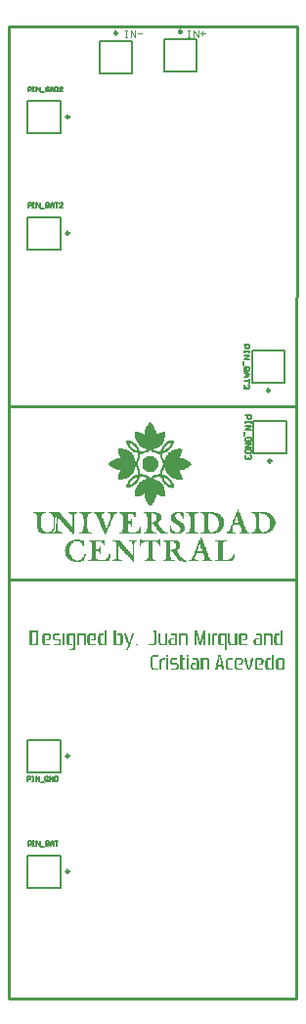
<source format=gbr>
%TF.GenerationSoftware,Altium Limited,Altium Designer,22.2.1 (43)*%
G04 Layer_Color=65535*
%FSLAX45Y45*%
%MOMM*%
%TF.SameCoordinates,1A700276-89F6-4FF8-B3D7-4A67EA63658B*%
%TF.FilePolarity,Positive*%
%TF.FileFunction,Legend,Top*%
%TF.Part,Single*%
G01*
G75*
%TA.AperFunction,NonConductor*%
%ADD29C,0.20000*%
%ADD30C,0.12700*%
%ADD34C,0.10000*%
%ADD53C,0.25000*%
%ADD54C,0.25400*%
G36*
X14576234Y9283087D02*
Y9279463D01*
X14579858D01*
Y9275839D01*
X14587106D01*
Y9272215D01*
X14590730D01*
Y9268591D01*
X14594354D01*
Y9264967D01*
Y9261343D01*
X14597978D01*
Y9257719D01*
Y9254095D01*
X14605226D01*
Y9250471D01*
X14608850D01*
Y9246847D01*
Y9243223D01*
Y9239599D01*
X14612474D01*
Y9235975D01*
Y9232351D01*
Y9228728D01*
Y9225103D01*
X14616098D01*
Y9221480D01*
Y9217856D01*
Y9214232D01*
Y9210608D01*
X14623346D01*
Y9206984D01*
Y9203360D01*
Y9199736D01*
Y9196112D01*
Y9192488D01*
Y9188864D01*
Y9185240D01*
Y9181616D01*
X14630594D01*
Y9185240D01*
X14641466D01*
Y9188864D01*
X14648714D01*
Y9192488D01*
X14659586D01*
Y9196112D01*
Y9199736D01*
X14674081D01*
Y9203360D01*
X14699449D01*
Y9199736D01*
Y9196112D01*
Y9192488D01*
Y9188864D01*
Y9185240D01*
Y9181616D01*
Y9177992D01*
Y9174368D01*
Y9170744D01*
Y9167120D01*
Y9163496D01*
Y9159872D01*
Y9156248D01*
Y9152624D01*
X14695825D01*
Y9149000D01*
Y9145376D01*
Y9141752D01*
Y9138129D01*
Y9134504D01*
Y9130880D01*
Y9127257D01*
X14692201D01*
Y9123633D01*
Y9120009D01*
Y9116385D01*
X14684953D01*
Y9112761D01*
Y9109137D01*
Y9105513D01*
X14681329D01*
Y9101889D01*
X14677705D01*
Y9098265D01*
X14674081D01*
Y9094641D01*
Y9091017D01*
Y9087393D01*
X14666833D01*
Y9083769D01*
X14663210D01*
Y9080145D01*
X14652338D01*
Y9076521D01*
X14648714D01*
Y9072897D01*
Y9069273D01*
X14645090D01*
Y9065649D01*
X14634218D01*
Y9062025D01*
X14626970D01*
Y9058401D01*
X14612474D01*
Y9054777D01*
Y9051153D01*
X14597978D01*
Y9047529D01*
X14605226D01*
Y9043905D01*
X14612474D01*
Y9040281D01*
X14623346D01*
Y9036658D01*
Y9033033D01*
X14663210D01*
Y9036658D01*
Y9040281D01*
Y9043905D01*
X14666833D01*
Y9047529D01*
Y9051153D01*
Y9054777D01*
Y9058401D01*
X14674081D01*
Y9062025D01*
Y9065649D01*
X14677705D01*
Y9069273D01*
Y9072897D01*
Y9076521D01*
X14681329D01*
Y9080145D01*
X14684953D01*
Y9083769D01*
X14692201D01*
Y9087393D01*
Y9091017D01*
Y9094641D01*
X14695825D01*
Y9098265D01*
Y9101889D01*
X14706697D01*
Y9105513D01*
X14710321D01*
Y9109137D01*
Y9112761D01*
X14713945D01*
Y9116385D01*
X14724817D01*
Y9120009D01*
X14732065D01*
Y9123633D01*
Y9127257D01*
X14746561D01*
Y9130880D01*
X14775552D01*
Y9127257D01*
X14779176D01*
Y9123633D01*
Y9120009D01*
Y9116385D01*
X14775552D01*
Y9112761D01*
Y9109137D01*
Y9105513D01*
Y9101889D01*
Y9098265D01*
X14768304D01*
Y9094641D01*
Y9091017D01*
Y9087393D01*
X14764680D01*
Y9083769D01*
Y9080145D01*
X14761057D01*
Y9076521D01*
Y9072897D01*
Y9069273D01*
X14757433D01*
Y9065649D01*
Y9062025D01*
X14750185D01*
Y9058401D01*
X14746561D01*
Y9054777D01*
Y9051153D01*
X14742937D01*
Y9047529D01*
X14735689D01*
Y9043905D01*
X14732065D01*
Y9040281D01*
X14728441D01*
Y9036658D01*
Y9033033D01*
X14717569D01*
Y9029410D01*
X14710321D01*
Y9025786D01*
X14699449D01*
Y9022162D01*
X14692201D01*
Y9018538D01*
Y9014914D01*
X14681329D01*
Y9011290D01*
Y9007666D01*
Y9004042D01*
Y9000418D01*
Y8996794D01*
Y8993170D01*
Y8989546D01*
Y8985922D01*
Y8982298D01*
Y8978674D01*
X14684953D01*
Y8975050D01*
Y8971426D01*
Y8967802D01*
Y8964178D01*
X14692201D01*
Y8960554D01*
Y8956930D01*
X14699449D01*
Y8960554D01*
Y8964178D01*
Y8967802D01*
Y8971426D01*
X14706697D01*
Y8975050D01*
Y8978674D01*
Y8982298D01*
X14710321D01*
Y8985922D01*
Y8989546D01*
X14713945D01*
Y8993170D01*
Y8996794D01*
X14717569D01*
Y9000418D01*
X14724817D01*
Y9004042D01*
Y9007666D01*
Y9011290D01*
X14728441D01*
Y9014914D01*
X14732065D01*
Y9018538D01*
Y9022162D01*
X14735689D01*
Y9025786D01*
X14742937D01*
Y9029410D01*
X14750185D01*
Y9033033D01*
X14757433D01*
Y9036658D01*
Y9040281D01*
X14764680D01*
Y9043905D01*
X14775552D01*
Y9047529D01*
X14786424D01*
Y9051153D01*
X14811792D01*
Y9054777D01*
Y9058401D01*
X14840784D01*
Y9054777D01*
Y9051153D01*
X14851656D01*
Y9047529D01*
Y9043905D01*
Y9040281D01*
X14848032D01*
Y9036658D01*
Y9033033D01*
Y9029410D01*
Y9025786D01*
Y9022162D01*
Y9018538D01*
Y9014914D01*
X14840784D01*
Y9011290D01*
Y9007666D01*
X14837160D01*
Y9004042D01*
Y9000418D01*
Y8996794D01*
Y8993170D01*
X14833534D01*
Y8989546D01*
X14829912D01*
Y8985922D01*
Y8982298D01*
Y8978674D01*
X14822664D01*
Y8975050D01*
X14848032D01*
Y8971426D01*
X14866151D01*
Y8967802D01*
Y8964178D01*
X14880647D01*
Y8960554D01*
X14887895D01*
Y8956930D01*
X14898767D01*
Y8953306D01*
X14906015D01*
Y8949682D01*
Y8946059D01*
X14909639D01*
Y8942434D01*
X14916887D01*
Y8938810D01*
X14920511D01*
Y8935187D01*
X14924133D01*
Y8931563D01*
Y8927939D01*
X14927759D01*
Y8924315D01*
Y8920691D01*
Y8917067D01*
X14924133D01*
Y8913443D01*
Y8909819D01*
X14920511D01*
Y8906195D01*
X14909639D01*
Y8902571D01*
X14906015D01*
Y8898947D01*
Y8895323D01*
X14902391D01*
Y8891699D01*
X14891519D01*
Y8888075D01*
X14884271D01*
Y8884451D01*
X14869775D01*
Y8880827D01*
Y8877203D01*
X14855280D01*
Y8873579D01*
X14822664D01*
Y8869955D01*
X14829912D01*
Y8866331D01*
Y8862707D01*
Y8859083D01*
X14833534D01*
Y8855459D01*
Y8851835D01*
X14837160D01*
Y8848211D01*
Y8844588D01*
Y8840964D01*
X14840784D01*
Y8837340D01*
Y8833716D01*
Y8830092D01*
X14848032D01*
Y8826468D01*
Y8822844D01*
Y8819220D01*
Y8815596D01*
Y8811972D01*
Y8808348D01*
X14851656D01*
Y8804724D01*
Y8801100D01*
Y8797476D01*
Y8793852D01*
Y8790228D01*
X14797296D01*
Y8793852D01*
Y8797476D01*
X14782800D01*
Y8801100D01*
X14768304D01*
Y8804724D01*
X14761057D01*
Y8808348D01*
X14757433D01*
Y8811972D01*
Y8815596D01*
X14746561D01*
Y8819220D01*
X14742937D01*
Y8822844D01*
X14735689D01*
Y8826468D01*
Y8830092D01*
X14732065D01*
Y8833716D01*
X14728441D01*
Y8837340D01*
X14724817D01*
Y8840964D01*
X14717569D01*
Y8844588D01*
Y8848211D01*
Y8851835D01*
X14713945D01*
Y8855459D01*
X14710321D01*
Y8859083D01*
Y8862707D01*
Y8866331D01*
X14706697D01*
Y8869955D01*
Y8873579D01*
X14699449D01*
Y8877203D01*
Y8880827D01*
Y8884451D01*
Y8888075D01*
Y8891699D01*
X14692201D01*
Y8888075D01*
Y8884451D01*
Y8880827D01*
Y8877203D01*
X14684953D01*
Y8873579D01*
Y8869955D01*
Y8866331D01*
X14681329D01*
Y8862707D01*
Y8859083D01*
Y8855459D01*
Y8851835D01*
Y8848211D01*
Y8844588D01*
Y8840964D01*
Y8837340D01*
Y8833716D01*
X14695825D01*
Y8830092D01*
X14699449D01*
Y8826468D01*
Y8822844D01*
X14713945D01*
Y8819220D01*
X14717569D01*
Y8815596D01*
X14728441D01*
Y8811972D01*
Y8808348D01*
X14732065D01*
Y8804724D01*
X14735689D01*
Y8801100D01*
X14742937D01*
Y8797476D01*
X14746561D01*
Y8793852D01*
Y8790228D01*
X14750185D01*
Y8786604D01*
X14757433D01*
Y8782980D01*
X14761057D01*
Y8779356D01*
Y8775732D01*
Y8772108D01*
X14764680D01*
Y8768484D01*
Y8764860D01*
X14768304D01*
Y8761236D01*
Y8757612D01*
Y8753989D01*
X14775552D01*
Y8750365D01*
Y8746741D01*
Y8743117D01*
Y8739493D01*
Y8735869D01*
X14779176D01*
Y8732245D01*
Y8728621D01*
Y8724997D01*
Y8721373D01*
Y8717749D01*
X14768304D01*
Y8714125D01*
X14764680D01*
Y8717749D01*
X14746561D01*
Y8721373D01*
Y8724997D01*
X14732065D01*
Y8728621D01*
X14724817D01*
Y8732245D01*
X14717569D01*
Y8735869D01*
X14710321D01*
Y8739493D01*
Y8743117D01*
X14706697D01*
Y8746741D01*
X14699449D01*
Y8750365D01*
X14695825D01*
Y8753989D01*
Y8757612D01*
Y8761236D01*
X14692201D01*
Y8764860D01*
X14684953D01*
Y8768484D01*
X14681329D01*
Y8772108D01*
Y8775732D01*
Y8779356D01*
X14677705D01*
Y8782980D01*
Y8786604D01*
X14674081D01*
Y8790228D01*
Y8793852D01*
Y8797476D01*
X14666833D01*
Y8801100D01*
Y8804724D01*
Y8808348D01*
X14663210D01*
Y8811972D01*
Y8815596D01*
X14626970D01*
Y8811972D01*
Y8808348D01*
X14612474D01*
Y8804724D01*
X14605226D01*
Y8801100D01*
X14597978D01*
Y8797476D01*
X14608850D01*
Y8793852D01*
Y8790228D01*
X14623346D01*
Y8786604D01*
X14630594D01*
Y8782980D01*
X14641466D01*
Y8779356D01*
X14648714D01*
Y8775732D01*
Y8772108D01*
X14652338D01*
Y8768484D01*
X14659586D01*
Y8764860D01*
X14663210D01*
Y8761236D01*
X14666833D01*
Y8757612D01*
Y8753989D01*
X14674081D01*
Y8750365D01*
X14677705D01*
Y8746741D01*
X14681329D01*
Y8743117D01*
X14684953D01*
Y8739493D01*
Y8735869D01*
Y8732245D01*
X14692201D01*
Y8728621D01*
Y8724997D01*
X14695825D01*
Y8721373D01*
Y8717749D01*
Y8714125D01*
Y8710501D01*
Y8706877D01*
Y8703253D01*
Y8699629D01*
Y8696005D01*
X14699449D01*
Y8692381D01*
Y8688757D01*
Y8685133D01*
Y8681509D01*
Y8677885D01*
Y8674261D01*
Y8670637D01*
Y8667013D01*
Y8663390D01*
Y8659766D01*
Y8656141D01*
Y8652518D01*
Y8648894D01*
Y8645270D01*
Y8641646D01*
X14695825D01*
Y8645270D01*
X14674081D01*
Y8648894D01*
X14659586D01*
Y8652518D01*
Y8656141D01*
X14645090D01*
Y8659766D01*
X14634218D01*
Y8663390D01*
X14630594D01*
Y8667013D01*
X14623346D01*
Y8663390D01*
Y8659766D01*
Y8656141D01*
Y8652518D01*
Y8648894D01*
Y8645270D01*
Y8641646D01*
Y8638022D01*
X14616098D01*
Y8634398D01*
Y8630774D01*
Y8627150D01*
Y8623526D01*
Y8619902D01*
X14612474D01*
Y8616278D01*
Y8612654D01*
Y8609030D01*
X14608850D01*
Y8605406D01*
Y8601782D01*
Y8598158D01*
X14605226D01*
Y8594534D01*
Y8590910D01*
X14597978D01*
Y8587286D01*
X14594354D01*
Y8583662D01*
Y8580038D01*
X14590730D01*
Y8576414D01*
Y8572790D01*
X14587106D01*
Y8569167D01*
X14576234D01*
Y8565542D01*
Y8561919D01*
X14568987D01*
Y8565542D01*
Y8569167D01*
X14561739D01*
Y8572790D01*
X14558115D01*
Y8576414D01*
X14554491D01*
Y8580038D01*
X14547243D01*
Y8583662D01*
Y8587286D01*
Y8590910D01*
X14543619D01*
Y8594534D01*
X14539995D01*
Y8598158D01*
Y8601782D01*
Y8605406D01*
X14536371D01*
Y8609030D01*
Y8612654D01*
X14529123D01*
Y8616278D01*
Y8619902D01*
Y8623526D01*
Y8627150D01*
Y8630774D01*
X14525499D01*
Y8634398D01*
Y8638022D01*
Y8641646D01*
Y8645270D01*
Y8648894D01*
Y8652518D01*
Y8656141D01*
X14521875D01*
Y8659766D01*
Y8663390D01*
Y8667013D01*
X14518251D01*
Y8663390D01*
X14507379D01*
Y8659766D01*
X14503755D01*
Y8656141D01*
X14489259D01*
Y8652518D01*
Y8648894D01*
X14474763D01*
Y8645270D01*
X14453020D01*
Y8641646D01*
X14442148D01*
Y8645270D01*
Y8648894D01*
Y8652518D01*
Y8656141D01*
X14438524D01*
Y8659766D01*
Y8663390D01*
Y8667013D01*
Y8670637D01*
Y8674261D01*
Y8677885D01*
Y8681509D01*
X14442148D01*
Y8685133D01*
Y8688757D01*
Y8692381D01*
Y8696005D01*
Y8699629D01*
Y8703253D01*
X14449396D01*
Y8706877D01*
Y8710501D01*
Y8714125D01*
Y8717749D01*
X14453020D01*
Y8721373D01*
Y8724997D01*
Y8728621D01*
X14456644D01*
Y8732245D01*
Y8735869D01*
X14463892D01*
Y8739493D01*
Y8743117D01*
X14467516D01*
Y8746741D01*
Y8750365D01*
X14471140D01*
Y8753989D01*
X14474763D01*
Y8757612D01*
Y8761236D01*
X14482011D01*
Y8764860D01*
X14485635D01*
Y8768484D01*
X14489259D01*
Y8772108D01*
X14500131D01*
Y8775732D01*
Y8779356D01*
X14503755D01*
Y8782980D01*
X14511003D01*
Y8786604D01*
X14521875D01*
Y8790228D01*
X14536371D01*
Y8793852D01*
Y8797476D01*
X14547243D01*
Y8801100D01*
X14539995D01*
Y8804724D01*
X14529123D01*
Y8808348D01*
X14521875D01*
Y8811972D01*
Y8815596D01*
X14482011D01*
Y8811972D01*
Y8808348D01*
Y8804724D01*
Y8801100D01*
X14474763D01*
Y8797476D01*
Y8793852D01*
Y8790228D01*
Y8786604D01*
X14471140D01*
Y8782980D01*
Y8779356D01*
X14467516D01*
Y8775732D01*
Y8772108D01*
X14463892D01*
Y8768484D01*
Y8764860D01*
X14456644D01*
Y8761236D01*
X14453020D01*
Y8757612D01*
Y8753989D01*
X14449396D01*
Y8750365D01*
X14442148D01*
Y8746741D01*
X14438524D01*
Y8743117D01*
X14434900D01*
Y8739493D01*
Y8735869D01*
X14424028D01*
Y8732245D01*
X14416780D01*
Y8728621D01*
X14405908D01*
Y8724997D01*
X14395036D01*
Y8721373D01*
Y8717749D01*
X14366045D01*
Y8721373D01*
Y8724997D01*
Y8728621D01*
Y8732245D01*
Y8735869D01*
Y8739493D01*
Y8743117D01*
X14369669D01*
Y8746741D01*
Y8750365D01*
Y8753989D01*
X14376917D01*
Y8757612D01*
Y8761236D01*
Y8764860D01*
Y8768484D01*
X14380540D01*
Y8772108D01*
X14384164D01*
Y8775732D01*
Y8779356D01*
Y8782980D01*
X14387788D01*
Y8786604D01*
X14395036D01*
Y8790228D01*
X14398660D01*
Y8793852D01*
Y8797476D01*
Y8801100D01*
X14402284D01*
Y8804724D01*
X14413156D01*
Y8808348D01*
X14416780D01*
Y8811972D01*
Y8815596D01*
X14420404D01*
Y8819220D01*
X14431276D01*
Y8822844D01*
X14438524D01*
Y8826468D01*
Y8830092D01*
X14453020D01*
Y8833716D01*
X14467516D01*
Y8837340D01*
Y8840964D01*
Y8844588D01*
Y8848211D01*
Y8851835D01*
Y8855459D01*
X14463892D01*
Y8859083D01*
Y8862707D01*
Y8866331D01*
Y8869955D01*
Y8873579D01*
Y8877203D01*
X14456644D01*
Y8880827D01*
Y8884451D01*
Y8888075D01*
X14453020D01*
Y8891699D01*
Y8895323D01*
X14442148D01*
Y8891699D01*
Y8888075D01*
Y8884451D01*
X14438524D01*
Y8880827D01*
Y8877203D01*
Y8873579D01*
Y8869955D01*
X14434900D01*
Y8866331D01*
Y8862707D01*
Y8859083D01*
X14431276D01*
Y8855459D01*
Y8851835D01*
X14424028D01*
Y8848211D01*
X14420404D01*
Y8844588D01*
Y8840964D01*
X14416780D01*
Y8837340D01*
Y8833716D01*
X14413156D01*
Y8830092D01*
X14405908D01*
Y8826468D01*
Y8822844D01*
X14398660D01*
Y8819220D01*
X14395036D01*
Y8815596D01*
X14387788D01*
Y8811972D01*
Y8808348D01*
X14380540D01*
Y8804724D01*
X14369669D01*
Y8801100D01*
X14355173D01*
Y8797476D01*
X14337053D01*
Y8793852D01*
Y8790228D01*
X14293565D01*
Y8793852D01*
Y8797476D01*
Y8801100D01*
Y8804724D01*
Y8808348D01*
Y8811972D01*
Y8815596D01*
Y8819220D01*
X14297189D01*
Y8822844D01*
Y8826468D01*
Y8830092D01*
Y8833716D01*
Y8837340D01*
X14300813D01*
Y8840964D01*
Y8844588D01*
Y8848211D01*
X14308061D01*
Y8851835D01*
Y8855459D01*
X14311685D01*
Y8859083D01*
Y8862707D01*
Y8866331D01*
X14315309D01*
Y8869955D01*
X14318933D01*
Y8873579D01*
X14293565D01*
Y8877203D01*
X14275446D01*
Y8880827D01*
Y8884451D01*
X14260950D01*
Y8888075D01*
X14250078D01*
Y8891699D01*
X14242830D01*
Y8895323D01*
X14239206D01*
Y8898947D01*
Y8902571D01*
X14228334D01*
Y8906195D01*
X14224710D01*
Y8909819D01*
X14221086D01*
Y8913443D01*
Y8917067D01*
X14213838D01*
Y8920691D01*
X14210214D01*
Y8924315D01*
Y8927939D01*
X14213838D01*
Y8931563D01*
Y8935187D01*
X14221086D01*
Y8938810D01*
X14224710D01*
Y8942434D01*
X14228334D01*
Y8946059D01*
X14239206D01*
Y8949682D01*
Y8953306D01*
X14242830D01*
Y8956930D01*
X14250078D01*
Y8960554D01*
X14260950D01*
Y8964178D01*
X14275446D01*
Y8967802D01*
Y8971426D01*
X14293565D01*
Y8975050D01*
X14318933D01*
Y8978674D01*
X14315309D01*
Y8982298D01*
X14311685D01*
Y8985922D01*
Y8989546D01*
Y8993170D01*
X14308061D01*
Y8996794D01*
Y9000418D01*
X14300813D01*
Y9004042D01*
Y9007666D01*
Y9011290D01*
X14297189D01*
Y9014914D01*
Y9018538D01*
Y9022162D01*
Y9025786D01*
Y9029410D01*
X14293565D01*
Y9033033D01*
Y9036658D01*
Y9040281D01*
Y9043905D01*
Y9047529D01*
Y9051153D01*
X14297189D01*
Y9054777D01*
Y9058401D01*
X14337053D01*
Y9054777D01*
Y9051153D01*
X14355173D01*
Y9047529D01*
X14369669D01*
Y9043905D01*
X14380540D01*
Y9040281D01*
X14387788D01*
Y9036658D01*
Y9033033D01*
X14395036D01*
Y9029410D01*
X14398660D01*
Y9025786D01*
X14402284D01*
Y9022162D01*
X14413156D01*
Y9018538D01*
Y9014914D01*
Y9011290D01*
X14416780D01*
Y9007666D01*
X14420404D01*
Y9004042D01*
Y9000418D01*
X14424028D01*
Y8996794D01*
X14431276D01*
Y8993170D01*
Y8989546D01*
X14434900D01*
Y8985922D01*
Y8982298D01*
Y8978674D01*
X14438524D01*
Y8975050D01*
Y8971426D01*
Y8967802D01*
Y8964178D01*
X14442148D01*
Y8960554D01*
Y8956930D01*
Y8953306D01*
X14453020D01*
Y8956930D01*
Y8960554D01*
X14456644D01*
Y8964178D01*
Y8967802D01*
Y8971426D01*
Y8975050D01*
X14463892D01*
Y8978674D01*
Y8982298D01*
Y8985922D01*
Y8989546D01*
Y8993170D01*
Y8996794D01*
X14467516D01*
Y9000418D01*
Y9004042D01*
Y9007666D01*
Y9011290D01*
X14463892D01*
Y9014914D01*
X14453020D01*
Y9018538D01*
Y9022162D01*
X14438524D01*
Y9025786D01*
X14431276D01*
Y9029410D01*
X14420404D01*
Y9033033D01*
X14416780D01*
Y9036658D01*
Y9040281D01*
X14405908D01*
Y9043905D01*
X14402284D01*
Y9047529D01*
X14398660D01*
Y9051153D01*
X14395036D01*
Y9054777D01*
Y9058401D01*
X14387788D01*
Y9062025D01*
Y9065649D01*
X14384164D01*
Y9069273D01*
X14380540D01*
Y9072897D01*
Y9076521D01*
Y9080145D01*
X14376917D01*
Y9083769D01*
Y9087393D01*
X14369669D01*
Y9091017D01*
Y9094641D01*
Y9098265D01*
Y9101889D01*
X14366045D01*
Y9105513D01*
Y9109137D01*
Y9112761D01*
Y9116385D01*
Y9120009D01*
Y9123633D01*
Y9127257D01*
Y9130880D01*
X14395036D01*
Y9127257D01*
X14405908D01*
Y9123633D01*
Y9120009D01*
X14416780D01*
Y9116385D01*
X14424028D01*
Y9112761D01*
X14431276D01*
Y9109137D01*
Y9105513D01*
X14438524D01*
Y9101889D01*
X14442148D01*
Y9098265D01*
X14449396D01*
Y9094641D01*
X14453020D01*
Y9091017D01*
Y9087393D01*
X14456644D01*
Y9083769D01*
Y9080145D01*
X14463892D01*
Y9076521D01*
X14467516D01*
Y9072897D01*
Y9069273D01*
Y9065649D01*
X14471140D01*
Y9062025D01*
Y9058401D01*
X14474763D01*
Y9054777D01*
Y9051153D01*
Y9047529D01*
Y9043905D01*
X14482011D01*
Y9040281D01*
Y9036658D01*
Y9033033D01*
X14521875D01*
Y9036658D01*
Y9040281D01*
X14529123D01*
Y9043905D01*
X14539995D01*
Y9047529D01*
X14543619D01*
Y9051153D01*
X14536371D01*
Y9054777D01*
Y9058401D01*
X14521875D01*
Y9062025D01*
X14511003D01*
Y9065649D01*
X14503755D01*
Y9069273D01*
X14492883D01*
Y9072897D01*
Y9076521D01*
X14489259D01*
Y9080145D01*
X14485635D01*
Y9083769D01*
X14482011D01*
Y9087393D01*
X14474763D01*
Y9091017D01*
Y9094641D01*
X14471140D01*
Y9098265D01*
X14467516D01*
Y9101889D01*
X14463892D01*
Y9105513D01*
Y9109137D01*
Y9112761D01*
X14456644D01*
Y9116385D01*
Y9120009D01*
X14453020D01*
Y9123633D01*
Y9127257D01*
Y9130880D01*
X14449396D01*
Y9134504D01*
Y9138129D01*
Y9141752D01*
Y9145376D01*
X14442148D01*
Y9149000D01*
Y9152624D01*
Y9156248D01*
Y9159872D01*
Y9163496D01*
X14438524D01*
Y9167120D01*
Y9170744D01*
Y9174368D01*
Y9177992D01*
Y9181616D01*
Y9185240D01*
Y9188864D01*
Y9192488D01*
Y9196112D01*
Y9199736D01*
X14442148D01*
Y9203360D01*
X14471140D01*
Y9199736D01*
X14489259D01*
Y9196112D01*
Y9192488D01*
X14500131D01*
Y9188864D01*
X14507379D01*
Y9185240D01*
X14518251D01*
Y9181616D01*
X14521875D01*
Y9185240D01*
Y9188864D01*
Y9192488D01*
Y9196112D01*
Y9199736D01*
X14525499D01*
Y9203360D01*
Y9206984D01*
Y9210608D01*
Y9214232D01*
Y9217856D01*
Y9221480D01*
X14529123D01*
Y9225103D01*
Y9228728D01*
Y9232351D01*
Y9235975D01*
X14536371D01*
Y9239599D01*
Y9243223D01*
X14539995D01*
Y9246847D01*
Y9250471D01*
Y9254095D01*
X14543619D01*
Y9257719D01*
X14547243D01*
Y9261343D01*
X14554491D01*
Y9264967D01*
Y9268591D01*
Y9272215D01*
X14558115D01*
Y9275839D01*
X14561739D01*
Y9279463D01*
X14568987D01*
Y9283087D01*
Y9286711D01*
X14576234D01*
Y9283087D01*
D02*
G37*
G36*
X14449396Y8503935D02*
Y8500311D01*
Y8496687D01*
Y8493063D01*
Y8489439D01*
Y8485815D01*
Y8482191D01*
Y8478567D01*
Y8474943D01*
Y8471320D01*
Y8467696D01*
Y8464072D01*
X14442148D01*
Y8460448D01*
Y8456824D01*
X14438524D01*
Y8460448D01*
Y8464072D01*
Y8467696D01*
X14434900D01*
Y8471320D01*
Y8474943D01*
Y8478567D01*
Y8482191D01*
X14431276D01*
Y8485815D01*
X14424028D01*
Y8489439D01*
X14416780D01*
Y8493063D01*
X14376917D01*
Y8489439D01*
Y8485815D01*
Y8482191D01*
Y8478567D01*
Y8474943D01*
Y8471320D01*
Y8467696D01*
Y8464072D01*
Y8460448D01*
Y8456824D01*
Y8453200D01*
Y8449576D01*
Y8445952D01*
Y8442328D01*
Y8438704D01*
Y8435080D01*
Y8431456D01*
Y8427832D01*
X14384164D01*
Y8431456D01*
X14398660D01*
Y8435080D01*
X14402284D01*
Y8438704D01*
X14405908D01*
Y8442328D01*
Y8445952D01*
Y8449576D01*
Y8453200D01*
X14416780D01*
Y8449576D01*
Y8445952D01*
Y8442328D01*
Y8438704D01*
Y8435080D01*
Y8431456D01*
Y8427832D01*
Y8424208D01*
Y8420584D01*
Y8416960D01*
Y8413336D01*
Y8409712D01*
Y8406088D01*
Y8402464D01*
Y8398840D01*
Y8395216D01*
Y8391592D01*
Y8387968D01*
Y8384344D01*
X14405908D01*
Y8387968D01*
Y8391592D01*
Y8395216D01*
X14402284D01*
Y8398840D01*
Y8402464D01*
X14398660D01*
Y8406088D01*
X14380540D01*
Y8409712D01*
Y8413336D01*
X14376917D01*
Y8409712D01*
Y8406088D01*
Y8402464D01*
Y8398840D01*
Y8395216D01*
Y8391592D01*
Y8387968D01*
Y8384344D01*
Y8380721D01*
Y8377097D01*
Y8373472D01*
Y8369849D01*
Y8366225D01*
Y8362601D01*
Y8358977D01*
Y8355353D01*
Y8351729D01*
Y8348105D01*
Y8344481D01*
X14380540D01*
Y8340857D01*
X14387788D01*
Y8337233D01*
Y8333609D01*
X14449396D01*
Y8337233D01*
Y8340857D01*
X14456644D01*
Y8344481D01*
X14467516D01*
Y8348105D01*
X14471140D01*
Y8351729D01*
X14474763D01*
Y8355353D01*
Y8358977D01*
Y8362601D01*
X14482011D01*
Y8366225D01*
Y8369849D01*
X14485635D01*
Y8373472D01*
Y8377097D01*
Y8380721D01*
Y8384344D01*
X14492883D01*
Y8380721D01*
Y8377097D01*
Y8373472D01*
Y8369849D01*
Y8366225D01*
Y8362601D01*
Y8358977D01*
Y8355353D01*
Y8351729D01*
Y8348105D01*
X14489259D01*
Y8344481D01*
Y8340857D01*
Y8337233D01*
Y8333609D01*
Y8329985D01*
Y8326361D01*
X14485635D01*
Y8322737D01*
X14398660D01*
Y8326361D01*
X14318933D01*
Y8322737D01*
X14308061D01*
Y8326361D01*
Y8329985D01*
X14315309D01*
Y8333609D01*
X14326181D01*
Y8337233D01*
Y8340857D01*
X14329805D01*
Y8344481D01*
X14333429D01*
Y8348105D01*
Y8351729D01*
Y8355353D01*
Y8358977D01*
X14337053D01*
Y8362601D01*
Y8366225D01*
Y8369849D01*
Y8373472D01*
Y8377097D01*
Y8380721D01*
Y8384344D01*
Y8387968D01*
Y8391592D01*
Y8395216D01*
Y8398840D01*
Y8402464D01*
Y8406088D01*
Y8409712D01*
Y8413336D01*
Y8416960D01*
Y8420584D01*
Y8424208D01*
Y8427832D01*
Y8431456D01*
Y8435080D01*
Y8438704D01*
Y8442328D01*
Y8445952D01*
Y8449576D01*
Y8453200D01*
Y8456824D01*
Y8460448D01*
Y8464072D01*
Y8467696D01*
Y8471320D01*
Y8474943D01*
X14333429D01*
Y8478567D01*
Y8482191D01*
Y8485815D01*
Y8489439D01*
X14329805D01*
Y8493063D01*
X14315309D01*
Y8496687D01*
Y8500311D01*
X14308061D01*
Y8503935D01*
Y8507559D01*
X14449396D01*
Y8503935D01*
D02*
G37*
G36*
X14837160Y8507559D02*
X14851656D01*
Y8503935D01*
X14862527D01*
Y8500311D01*
X14866151D01*
Y8496687D01*
Y8493063D01*
Y8489439D01*
Y8485815D01*
Y8482191D01*
X14862527D01*
Y8478567D01*
Y8474943D01*
Y8471320D01*
Y8467696D01*
Y8464072D01*
Y8460448D01*
Y8456824D01*
Y8453200D01*
X14851656D01*
Y8456824D01*
Y8460448D01*
Y8464072D01*
X14848032D01*
Y8467696D01*
Y8471320D01*
Y8474943D01*
X14840784D01*
Y8478567D01*
Y8482191D01*
Y8485815D01*
X14837160D01*
Y8489439D01*
X14833534D01*
Y8493063D01*
X14829912D01*
Y8496687D01*
Y8500311D01*
X14800920D01*
Y8496687D01*
Y8493063D01*
X14797296D01*
Y8489439D01*
X14793672D01*
Y8485815D01*
Y8482191D01*
X14786424D01*
Y8478567D01*
Y8474943D01*
Y8471320D01*
Y8467696D01*
Y8464072D01*
X14793672D01*
Y8460448D01*
Y8456824D01*
X14797296D01*
Y8453200D01*
X14800920D01*
Y8449576D01*
X14804544D01*
Y8445952D01*
X14811792D01*
Y8442328D01*
Y8438704D01*
X14815416D01*
Y8435080D01*
X14822664D01*
Y8431456D01*
X14829912D01*
Y8427832D01*
X14837160D01*
Y8424208D01*
Y8420584D01*
X14840784D01*
Y8416960D01*
X14851656D01*
Y8413336D01*
X14855280D01*
Y8409712D01*
Y8406088D01*
X14862527D01*
Y8402464D01*
X14866151D01*
Y8398840D01*
Y8395216D01*
X14869775D01*
Y8391592D01*
Y8387968D01*
Y8384344D01*
Y8380721D01*
Y8377097D01*
Y8373472D01*
Y8369849D01*
Y8366225D01*
Y8362601D01*
Y8358977D01*
Y8355353D01*
Y8351729D01*
X14866151D01*
Y8348105D01*
Y8344481D01*
X14862527D01*
Y8340857D01*
X14855280D01*
Y8337233D01*
Y8333609D01*
X14851656D01*
Y8329985D01*
X14840784D01*
Y8326361D01*
X14833534D01*
Y8322737D01*
X14775552D01*
Y8326361D01*
X14761057D01*
Y8329985D01*
X14750185D01*
Y8333609D01*
X14746561D01*
Y8337233D01*
Y8340857D01*
Y8344481D01*
Y8348105D01*
Y8351729D01*
Y8355353D01*
Y8358977D01*
Y8362601D01*
Y8366225D01*
X14742937D01*
Y8369849D01*
Y8373472D01*
Y8377097D01*
Y8380721D01*
Y8384344D01*
Y8387968D01*
X14750185D01*
Y8384344D01*
Y8380721D01*
X14757433D01*
Y8377097D01*
Y8373472D01*
Y8369849D01*
X14761057D01*
Y8366225D01*
Y8362601D01*
X14764680D01*
Y8358977D01*
Y8355353D01*
Y8351729D01*
X14768304D01*
Y8348105D01*
X14775552D01*
Y8344481D01*
X14779176D01*
Y8340857D01*
X14786424D01*
Y8337233D01*
Y8333609D01*
X14800920D01*
Y8329985D01*
X14815416D01*
Y8333609D01*
X14822664D01*
Y8337233D01*
Y8340857D01*
X14829912D01*
Y8344481D01*
X14833534D01*
Y8348105D01*
Y8351729D01*
Y8355353D01*
Y8358977D01*
X14837160D01*
Y8362601D01*
X14833534D01*
Y8366225D01*
Y8369849D01*
Y8373472D01*
Y8377097D01*
X14829912D01*
Y8380721D01*
X14822664D01*
Y8384344D01*
X14819040D01*
Y8387968D01*
X14815416D01*
Y8391592D01*
Y8395216D01*
X14811792D01*
Y8398840D01*
X14800920D01*
Y8402464D01*
X14797296D01*
Y8406088D01*
X14786424D01*
Y8409712D01*
Y8413336D01*
X14779176D01*
Y8416960D01*
X14775552D01*
Y8420584D01*
X14768304D01*
Y8424208D01*
Y8427832D01*
X14764680D01*
Y8431456D01*
X14761057D01*
Y8435080D01*
X14757433D01*
Y8438704D01*
Y8442328D01*
Y8445952D01*
Y8449576D01*
Y8453200D01*
Y8456824D01*
Y8460448D01*
Y8464072D01*
Y8467696D01*
Y8471320D01*
Y8474943D01*
Y8478567D01*
Y8482191D01*
X14761057D01*
Y8485815D01*
Y8489439D01*
X14764680D01*
Y8493063D01*
X14768304D01*
Y8496687D01*
Y8500311D01*
X14779176D01*
Y8503935D01*
X14786424D01*
Y8507559D01*
X14800920D01*
Y8511183D01*
X14837160D01*
Y8507559D01*
D02*
G37*
G36*
X13942041Y8503935D02*
Y8500311D01*
X13931169D01*
Y8496687D01*
Y8493063D01*
X13923921D01*
Y8489439D01*
X13916673D01*
Y8485815D01*
Y8482191D01*
Y8478567D01*
Y8474943D01*
Y8471320D01*
Y8467696D01*
X13913049D01*
Y8464072D01*
Y8460448D01*
Y8456824D01*
Y8453200D01*
Y8449576D01*
Y8445952D01*
Y8442328D01*
Y8438704D01*
Y8435080D01*
Y8431456D01*
Y8427832D01*
Y8424208D01*
Y8420584D01*
Y8416960D01*
Y8413336D01*
Y8409712D01*
Y8406088D01*
Y8402464D01*
Y8398840D01*
Y8395216D01*
Y8391592D01*
Y8387968D01*
Y8384344D01*
Y8380721D01*
Y8377097D01*
Y8373472D01*
Y8369849D01*
Y8366225D01*
Y8362601D01*
Y8358977D01*
Y8355353D01*
Y8351729D01*
Y8348105D01*
Y8344481D01*
Y8340857D01*
Y8337233D01*
Y8333609D01*
Y8329985D01*
Y8326361D01*
Y8322737D01*
X13909425D01*
Y8319113D01*
Y8315489D01*
X13898553D01*
Y8319113D01*
Y8322737D01*
X13894930D01*
Y8326361D01*
Y8329985D01*
X13891306D01*
Y8333609D01*
X13887682D01*
Y8337233D01*
Y8340857D01*
X13880434D01*
Y8344481D01*
X13876810D01*
Y8348105D01*
X13873186D01*
Y8351729D01*
X13869562D01*
Y8355353D01*
Y8358977D01*
X13862314D01*
Y8362601D01*
X13858690D01*
Y8366225D01*
Y8369849D01*
X13855066D01*
Y8373472D01*
Y8377097D01*
X13847818D01*
Y8380721D01*
X13844194D01*
Y8384344D01*
X13840570D01*
Y8387968D01*
X13836946D01*
Y8391592D01*
Y8395216D01*
X13829698D01*
Y8398840D01*
X13826074D01*
Y8402464D01*
X13822450D01*
Y8406088D01*
X13818826D01*
Y8409712D01*
Y8413336D01*
X13811578D01*
Y8416960D01*
Y8420584D01*
X13807954D01*
Y8424208D01*
Y8427832D01*
X13804330D01*
Y8431456D01*
X13800706D01*
Y8435080D01*
X13793459D01*
Y8438704D01*
X13789835D01*
Y8442328D01*
Y8445952D01*
X13786211D01*
Y8449576D01*
X13782587D01*
Y8453200D01*
X13775339D01*
Y8456824D01*
X13771715D01*
Y8453200D01*
Y8449576D01*
Y8445952D01*
Y8442328D01*
Y8438704D01*
Y8435080D01*
Y8431456D01*
Y8427832D01*
Y8424208D01*
Y8420584D01*
Y8416960D01*
Y8413336D01*
Y8409712D01*
Y8406088D01*
Y8402464D01*
Y8398840D01*
Y8395216D01*
Y8391592D01*
Y8387968D01*
Y8384344D01*
Y8380721D01*
X13775339D01*
Y8377097D01*
Y8373472D01*
Y8369849D01*
Y8366225D01*
Y8362601D01*
Y8358977D01*
Y8355353D01*
Y8351729D01*
Y8348105D01*
X13782587D01*
Y8344481D01*
X13786211D01*
Y8340857D01*
X13793459D01*
Y8337233D01*
Y8333609D01*
X13807954D01*
Y8329985D01*
X13811578D01*
Y8326361D01*
Y8322737D01*
X13807954D01*
Y8326361D01*
X13724603D01*
Y8329985D01*
X13735475D01*
Y8333609D01*
X13742723D01*
Y8337233D01*
Y8340857D01*
X13749971D01*
Y8344481D01*
X13753595D01*
Y8348105D01*
Y8351729D01*
X13757219D01*
Y8355353D01*
Y8358977D01*
Y8362601D01*
Y8366225D01*
Y8369849D01*
Y8373472D01*
Y8377097D01*
Y8380721D01*
Y8384344D01*
Y8387968D01*
Y8391592D01*
Y8395216D01*
Y8398840D01*
Y8402464D01*
Y8406088D01*
X13764467D01*
Y8409712D01*
Y8413336D01*
Y8416960D01*
Y8420584D01*
Y8424208D01*
Y8427832D01*
Y8431456D01*
Y8435080D01*
Y8438704D01*
Y8442328D01*
Y8445952D01*
Y8449576D01*
Y8453200D01*
Y8456824D01*
Y8460448D01*
Y8464072D01*
Y8467696D01*
Y8471320D01*
X13757219D01*
Y8474943D01*
Y8478567D01*
Y8482191D01*
Y8485815D01*
X13753595D01*
Y8482191D01*
Y8478567D01*
Y8474943D01*
Y8471320D01*
Y8467696D01*
Y8464072D01*
Y8460448D01*
Y8456824D01*
X13749971D01*
Y8453200D01*
Y8449576D01*
Y8445952D01*
Y8442328D01*
Y8438704D01*
Y8435080D01*
Y8431456D01*
Y8427832D01*
Y8424208D01*
Y8420584D01*
Y8416960D01*
Y8413336D01*
Y8409712D01*
Y8406088D01*
Y8402464D01*
Y8398840D01*
Y8395216D01*
Y8391592D01*
Y8387968D01*
Y8384344D01*
Y8380721D01*
Y8377097D01*
X13742723D01*
Y8373472D01*
Y8369849D01*
Y8366225D01*
Y8362601D01*
Y8358977D01*
X13739099D01*
Y8355353D01*
Y8351729D01*
Y8348105D01*
X13735475D01*
Y8344481D01*
Y8340857D01*
X13728227D01*
Y8337233D01*
Y8333609D01*
X13720979D01*
Y8329985D01*
X13717355D01*
Y8326361D01*
X13702859D01*
Y8322737D01*
X13634004D01*
Y8326361D01*
X13623132D01*
Y8329985D01*
X13615884D01*
Y8333609D01*
X13612260D01*
Y8337233D01*
Y8340857D01*
X13605013D01*
Y8344481D01*
X13601389D01*
Y8348105D01*
Y8351729D01*
X13597765D01*
Y8355353D01*
Y8358977D01*
Y8362601D01*
Y8366225D01*
Y8369849D01*
X13594141D01*
Y8373472D01*
Y8377097D01*
Y8380721D01*
Y8384344D01*
Y8387968D01*
Y8391592D01*
Y8395216D01*
Y8398840D01*
Y8402464D01*
Y8406088D01*
Y8409712D01*
Y8413336D01*
Y8416960D01*
Y8420584D01*
Y8424208D01*
Y8427832D01*
Y8431456D01*
Y8435080D01*
Y8438704D01*
Y8442328D01*
Y8445952D01*
Y8449576D01*
Y8453200D01*
Y8456824D01*
Y8460448D01*
Y8464072D01*
Y8467696D01*
Y8471320D01*
Y8474943D01*
Y8478567D01*
Y8482191D01*
Y8485815D01*
X13586893D01*
Y8489439D01*
X13583269D01*
Y8493063D01*
X13576021D01*
Y8496687D01*
Y8500311D01*
X13561525D01*
Y8503935D01*
Y8507559D01*
X13666620D01*
Y8503935D01*
Y8500311D01*
X13652124D01*
Y8496687D01*
Y8493063D01*
X13637628D01*
Y8489439D01*
X13634004D01*
Y8485815D01*
Y8482191D01*
Y8478567D01*
Y8474943D01*
X13630380D01*
Y8471320D01*
Y8467696D01*
Y8464072D01*
Y8460448D01*
Y8456824D01*
Y8453200D01*
Y8449576D01*
Y8445952D01*
Y8442328D01*
Y8438704D01*
Y8435080D01*
Y8431456D01*
Y8427832D01*
Y8424208D01*
Y8420584D01*
Y8416960D01*
Y8413336D01*
Y8409712D01*
Y8406088D01*
Y8402464D01*
Y8398840D01*
Y8395216D01*
Y8391592D01*
Y8387968D01*
Y8384344D01*
Y8380721D01*
Y8377097D01*
X13634004D01*
Y8373472D01*
Y8369849D01*
Y8366225D01*
Y8362601D01*
X13637628D01*
Y8358977D01*
X13644876D01*
Y8355353D01*
Y8351729D01*
X13648500D01*
Y8348105D01*
X13652124D01*
Y8344481D01*
X13662996D01*
Y8340857D01*
X13673868D01*
Y8337233D01*
Y8333609D01*
X13699236D01*
Y8337233D01*
Y8340857D01*
X13710107D01*
Y8344481D01*
X13717355D01*
Y8348105D01*
X13720979D01*
Y8351729D01*
X13724603D01*
Y8355353D01*
Y8358977D01*
X13728227D01*
Y8362601D01*
Y8366225D01*
Y8369849D01*
X13735475D01*
Y8373472D01*
Y8377097D01*
Y8380721D01*
Y8384344D01*
Y8387968D01*
Y8391592D01*
Y8395216D01*
Y8398840D01*
Y8402464D01*
Y8406088D01*
Y8409712D01*
Y8413336D01*
Y8416960D01*
Y8420584D01*
Y8424208D01*
Y8427832D01*
Y8431456D01*
Y8435080D01*
Y8438704D01*
Y8442328D01*
Y8445952D01*
Y8449576D01*
Y8453200D01*
Y8456824D01*
Y8460448D01*
Y8464072D01*
Y8467696D01*
Y8471320D01*
X13728227D01*
Y8474943D01*
Y8478567D01*
Y8482191D01*
Y8485815D01*
X13724603D01*
Y8489439D01*
X13720979D01*
Y8493063D01*
X13710107D01*
Y8496687D01*
Y8500311D01*
X13699236D01*
Y8503935D01*
Y8507559D01*
X13786211D01*
Y8503935D01*
X13789835D01*
Y8500311D01*
X13793459D01*
Y8496687D01*
Y8493063D01*
X13800706D01*
Y8489439D01*
X13804330D01*
Y8485815D01*
Y8482191D01*
X13807954D01*
Y8478567D01*
Y8474943D01*
X13811578D01*
Y8471320D01*
X13818826D01*
Y8467696D01*
X13822450D01*
Y8464072D01*
X13826074D01*
Y8460448D01*
Y8456824D01*
X13829698D01*
Y8453200D01*
Y8449576D01*
X13836946D01*
Y8445952D01*
X13840570D01*
Y8442328D01*
Y8438704D01*
X13844194D01*
Y8435080D01*
X13847818D01*
Y8431456D01*
X13855066D01*
Y8427832D01*
X13858690D01*
Y8424208D01*
Y8420584D01*
X13862314D01*
Y8416960D01*
X13869562D01*
Y8413336D01*
Y8409712D01*
Y8406088D01*
X13873186D01*
Y8402464D01*
X13876810D01*
Y8398840D01*
X13880434D01*
Y8395216D01*
X13887682D01*
Y8391592D01*
Y8387968D01*
X13891306D01*
Y8384344D01*
X13894930D01*
Y8380721D01*
X13898553D01*
Y8384344D01*
Y8387968D01*
Y8391592D01*
Y8395216D01*
Y8398840D01*
Y8402464D01*
Y8406088D01*
Y8409712D01*
Y8413336D01*
Y8416960D01*
Y8420584D01*
Y8424208D01*
Y8427832D01*
Y8431456D01*
Y8435080D01*
Y8438704D01*
Y8442328D01*
Y8445952D01*
Y8449576D01*
Y8453200D01*
Y8456824D01*
Y8460448D01*
Y8464072D01*
Y8467696D01*
Y8471320D01*
Y8474943D01*
X13894930D01*
Y8478567D01*
Y8482191D01*
Y8485815D01*
X13891306D01*
Y8489439D01*
X13887682D01*
Y8493063D01*
X13876810D01*
Y8496687D01*
Y8500311D01*
X13862314D01*
Y8503935D01*
Y8507559D01*
X13942041D01*
Y8503935D01*
D02*
G37*
G36*
X14289941D02*
Y8500311D01*
X14279070D01*
Y8496687D01*
Y8493063D01*
X14271822D01*
Y8489439D01*
X14264574D01*
Y8485815D01*
X14260950D01*
Y8482191D01*
X14257326D01*
Y8478567D01*
Y8474943D01*
Y8471320D01*
X14250078D01*
Y8467696D01*
Y8464072D01*
Y8460448D01*
Y8456824D01*
X14246454D01*
Y8453200D01*
Y8449576D01*
X14242830D01*
Y8445952D01*
Y8442328D01*
Y8438704D01*
X14239206D01*
Y8435080D01*
Y8431456D01*
Y8427832D01*
X14231958D01*
Y8424208D01*
Y8420584D01*
Y8416960D01*
X14228334D01*
Y8413336D01*
Y8409712D01*
Y8406088D01*
X14224710D01*
Y8402464D01*
Y8398840D01*
Y8395216D01*
X14221086D01*
Y8391592D01*
Y8387968D01*
Y8384344D01*
X14213838D01*
Y8380721D01*
Y8377097D01*
Y8373472D01*
Y8369849D01*
X14210214D01*
Y8366225D01*
Y8362601D01*
X14206590D01*
Y8358977D01*
Y8355353D01*
Y8351729D01*
X14202966D01*
Y8348105D01*
Y8344481D01*
Y8340857D01*
X14195718D01*
Y8337233D01*
Y8333609D01*
Y8329985D01*
X14192094D01*
Y8326361D01*
Y8322737D01*
X14188470D01*
Y8319113D01*
Y8315489D01*
X14177599D01*
Y8319113D01*
Y8322737D01*
X14173975D01*
Y8326361D01*
Y8329985D01*
X14170351D01*
Y8333609D01*
Y8337233D01*
Y8340857D01*
X14166727D01*
Y8344481D01*
Y8348105D01*
Y8351729D01*
X14159479D01*
Y8355353D01*
Y8358977D01*
Y8362601D01*
X14155855D01*
Y8366225D01*
Y8369849D01*
Y8373472D01*
Y8377097D01*
X14152231D01*
Y8380721D01*
Y8384344D01*
X14144983D01*
Y8387968D01*
Y8391592D01*
Y8395216D01*
X14141359D01*
Y8398840D01*
Y8402464D01*
Y8406088D01*
X14137735D01*
Y8409712D01*
Y8413336D01*
Y8416960D01*
X14134111D01*
Y8420584D01*
Y8424208D01*
Y8427832D01*
Y8431456D01*
X14126863D01*
Y8435080D01*
Y8438704D01*
X14123239D01*
Y8442328D01*
Y8445952D01*
Y8449576D01*
X14119615D01*
Y8453200D01*
Y8456824D01*
Y8460448D01*
Y8464072D01*
X14115991D01*
Y8467696D01*
Y8471320D01*
X14108743D01*
Y8474943D01*
Y8478567D01*
Y8482191D01*
X14105119D01*
Y8485815D01*
X14101495D01*
Y8489439D01*
X14097871D01*
Y8493063D01*
X14090623D01*
Y8496687D01*
Y8500311D01*
X14083376D01*
Y8503935D01*
Y8507559D01*
X14173975D01*
Y8503935D01*
Y8500311D01*
X14166727D01*
Y8496687D01*
Y8493063D01*
X14155855D01*
Y8489439D01*
X14152231D01*
Y8485815D01*
Y8482191D01*
Y8478567D01*
Y8474943D01*
Y8471320D01*
X14155855D01*
Y8467696D01*
Y8464072D01*
Y8460448D01*
Y8456824D01*
X14159479D01*
Y8453200D01*
Y8449576D01*
X14166727D01*
Y8445952D01*
Y8442328D01*
Y8438704D01*
Y8435080D01*
X14170351D01*
Y8431456D01*
Y8427832D01*
X14173975D01*
Y8424208D01*
Y8420584D01*
Y8416960D01*
Y8413336D01*
X14177599D01*
Y8409712D01*
Y8406088D01*
Y8402464D01*
X14184846D01*
Y8398840D01*
Y8395216D01*
Y8391592D01*
Y8387968D01*
X14188470D01*
Y8384344D01*
Y8380721D01*
Y8377097D01*
X14192094D01*
Y8373472D01*
Y8369849D01*
Y8366225D01*
X14195718D01*
Y8369849D01*
Y8373472D01*
Y8377097D01*
X14202966D01*
Y8380721D01*
Y8384344D01*
X14206590D01*
Y8387968D01*
Y8391592D01*
Y8395216D01*
Y8398840D01*
X14210214D01*
Y8402464D01*
Y8406088D01*
Y8409712D01*
Y8413336D01*
X14213838D01*
Y8416960D01*
Y8420584D01*
Y8424208D01*
Y8427832D01*
X14221086D01*
Y8431456D01*
Y8435080D01*
Y8438704D01*
X14224710D01*
Y8442328D01*
Y8445952D01*
Y8449576D01*
Y8453200D01*
X14228334D01*
Y8456824D01*
Y8460448D01*
Y8464072D01*
Y8467696D01*
X14231958D01*
Y8471320D01*
Y8474943D01*
Y8478567D01*
Y8482191D01*
Y8485815D01*
Y8489439D01*
X14228334D01*
Y8493063D01*
X14221086D01*
Y8496687D01*
Y8500311D01*
X14206590D01*
Y8503935D01*
Y8507559D01*
X14289941D01*
Y8503935D01*
D02*
G37*
G36*
X15536584Y8507559D02*
X15580072D01*
Y8503935D01*
X15590942D01*
Y8500311D01*
X15605440D01*
Y8496687D01*
Y8493063D01*
X15609064D01*
Y8489439D01*
X15619936D01*
Y8485815D01*
X15623560D01*
Y8482191D01*
X15627184D01*
Y8478567D01*
Y8474943D01*
X15634431D01*
Y8471320D01*
X15638055D01*
Y8467696D01*
X15641679D01*
Y8464072D01*
Y8460448D01*
Y8456824D01*
X15645303D01*
Y8453200D01*
Y8449576D01*
X15652551D01*
Y8445952D01*
Y8442328D01*
Y8438704D01*
Y8435080D01*
Y8431456D01*
X15656175D01*
Y8427832D01*
Y8424208D01*
Y8420584D01*
Y8416960D01*
Y8413336D01*
Y8409712D01*
Y8406088D01*
Y8402464D01*
Y8398840D01*
X15652551D01*
Y8395216D01*
Y8391592D01*
Y8387968D01*
Y8384344D01*
Y8380721D01*
X15645303D01*
Y8377097D01*
Y8373472D01*
Y8369849D01*
X15641679D01*
Y8366225D01*
X15638055D01*
Y8362601D01*
Y8358977D01*
X15634431D01*
Y8355353D01*
Y8351729D01*
X15627184D01*
Y8348105D01*
X15619936D01*
Y8344481D01*
X15616312D01*
Y8340857D01*
X15605440D01*
Y8337233D01*
Y8333609D01*
X15598190D01*
Y8329985D01*
X15580072D01*
Y8326361D01*
X15449609D01*
Y8329985D01*
X15456857D01*
Y8333609D01*
X15467729D01*
Y8337233D01*
Y8340857D01*
X15478601D01*
Y8344481D01*
X15482225D01*
Y8348105D01*
Y8351729D01*
Y8355353D01*
Y8358977D01*
Y8362601D01*
Y8366225D01*
X15485849D01*
Y8369849D01*
Y8373472D01*
Y8377097D01*
Y8380721D01*
Y8384344D01*
Y8387968D01*
Y8391592D01*
Y8395216D01*
Y8398840D01*
Y8402464D01*
Y8406088D01*
Y8409712D01*
Y8413336D01*
Y8416960D01*
Y8420584D01*
Y8424208D01*
Y8427832D01*
Y8431456D01*
Y8435080D01*
Y8438704D01*
Y8442328D01*
Y8445952D01*
Y8449576D01*
Y8453200D01*
Y8456824D01*
Y8460448D01*
Y8464072D01*
Y8467696D01*
X15482225D01*
Y8471320D01*
Y8474943D01*
Y8478567D01*
Y8482191D01*
Y8485815D01*
Y8489439D01*
X15474977D01*
Y8493063D01*
X15467729D01*
Y8496687D01*
Y8500311D01*
X15456857D01*
Y8503935D01*
X15449609D01*
Y8507559D01*
X15485849D01*
Y8511183D01*
X15536584D01*
Y8507559D01*
D02*
G37*
G36*
X15337267Y8529303D02*
Y8525679D01*
X15340891D01*
Y8522055D01*
Y8518431D01*
Y8514807D01*
Y8511183D01*
X15344514D01*
Y8507559D01*
Y8503935D01*
X15351762D01*
Y8500311D01*
Y8496687D01*
Y8493063D01*
Y8489439D01*
X15355386D01*
Y8485815D01*
Y8482191D01*
Y8478567D01*
Y8474943D01*
X15359010D01*
Y8471320D01*
Y8467696D01*
X15362634D01*
Y8464072D01*
Y8460448D01*
Y8456824D01*
Y8453200D01*
X15369882D01*
Y8449576D01*
Y8445952D01*
Y8442328D01*
Y8438704D01*
X15373506D01*
Y8435080D01*
Y8431456D01*
X15377130D01*
Y8427832D01*
Y8424208D01*
Y8420584D01*
Y8416960D01*
X15380754D01*
Y8413336D01*
Y8409712D01*
Y8406088D01*
Y8402464D01*
X15388002D01*
Y8398840D01*
Y8395216D01*
X15391626D01*
Y8391592D01*
Y8387968D01*
Y8384344D01*
Y8380721D01*
X15395250D01*
Y8377097D01*
Y8373472D01*
Y8369849D01*
Y8366225D01*
X15398872D01*
Y8362601D01*
Y8358977D01*
X15406120D01*
Y8355353D01*
Y8351729D01*
Y8348105D01*
X15409744D01*
Y8344481D01*
X15413370D01*
Y8340857D01*
X15416994D01*
Y8337233D01*
Y8333609D01*
X15431490D01*
Y8329985D01*
Y8326361D01*
X15344514D01*
Y8329985D01*
Y8333609D01*
X15359010D01*
Y8337233D01*
Y8340857D01*
X15362634D01*
Y8344481D01*
Y8348105D01*
Y8351729D01*
Y8355353D01*
Y8358977D01*
Y8362601D01*
X15359010D01*
Y8366225D01*
Y8369849D01*
Y8373472D01*
Y8377097D01*
X15355386D01*
Y8380721D01*
Y8384344D01*
X15351762D01*
Y8387968D01*
Y8391592D01*
Y8395216D01*
X15344514D01*
Y8398840D01*
X15293779D01*
Y8395216D01*
X15290155D01*
Y8391592D01*
Y8387968D01*
Y8384344D01*
X15286531D01*
Y8380721D01*
Y8377097D01*
Y8373472D01*
Y8369849D01*
Y8366225D01*
X15282907D01*
Y8362601D01*
Y8358977D01*
Y8355353D01*
Y8351729D01*
Y8348105D01*
Y8344481D01*
X15286531D01*
Y8340857D01*
X15290155D01*
Y8337233D01*
Y8333609D01*
X15304651D01*
Y8329985D01*
X15311899D01*
Y8326361D01*
X15232172D01*
Y8329985D01*
Y8333609D01*
X15239420D01*
Y8337233D01*
Y8340857D01*
X15250291D01*
Y8344481D01*
X15253915D01*
Y8348105D01*
Y8351729D01*
X15257539D01*
Y8355353D01*
Y8358977D01*
Y8362601D01*
X15264787D01*
Y8366225D01*
Y8369849D01*
X15268411D01*
Y8373472D01*
Y8377097D01*
Y8380721D01*
X15272035D01*
Y8384344D01*
Y8387968D01*
Y8391592D01*
Y8395216D01*
X15275659D01*
Y8398840D01*
Y8402464D01*
X15282907D01*
Y8406088D01*
Y8409712D01*
Y8413336D01*
Y8416960D01*
X15286531D01*
Y8420584D01*
Y8424208D01*
Y8427832D01*
Y8431456D01*
X15290155D01*
Y8435080D01*
Y8438704D01*
X15293779D01*
Y8442328D01*
Y8445952D01*
Y8449576D01*
Y8453200D01*
X15301027D01*
Y8456824D01*
Y8460448D01*
Y8464072D01*
X15304651D01*
Y8467696D01*
Y8471320D01*
Y8474943D01*
X15308273D01*
Y8478567D01*
Y8482191D01*
Y8485815D01*
X15311899D01*
Y8489439D01*
Y8493063D01*
Y8496687D01*
Y8500311D01*
X15319147D01*
Y8503935D01*
X15322771D01*
Y8507559D01*
X15326395D01*
Y8511183D01*
X15330019D01*
Y8514807D01*
Y8518431D01*
Y8522055D01*
Y8525679D01*
Y8529303D01*
Y8532927D01*
X15337267D01*
Y8529303D01*
D02*
G37*
G36*
X15127077Y8503935D02*
X15145197D01*
Y8500311D01*
X15159692D01*
Y8496687D01*
Y8493063D01*
X15166940D01*
Y8489439D01*
X15177812D01*
Y8485815D01*
X15181436D01*
Y8482191D01*
X15185060D01*
Y8478567D01*
Y8474943D01*
X15188684D01*
Y8471320D01*
X15195932D01*
Y8467696D01*
Y8464072D01*
X15199556D01*
Y8460448D01*
Y8456824D01*
X15203180D01*
Y8453200D01*
Y8449576D01*
X15206802D01*
Y8445952D01*
Y8442328D01*
Y8438704D01*
Y8435080D01*
Y8431456D01*
Y8427832D01*
X15214052D01*
Y8424208D01*
Y8420584D01*
Y8416960D01*
Y8413336D01*
Y8409712D01*
Y8406088D01*
Y8402464D01*
Y8398840D01*
X15206802D01*
Y8395216D01*
Y8391592D01*
Y8387968D01*
Y8384344D01*
Y8380721D01*
X15203180D01*
Y8377097D01*
Y8373472D01*
Y8369849D01*
X15199556D01*
Y8366225D01*
Y8362601D01*
X15195932D01*
Y8358977D01*
X15188684D01*
Y8355353D01*
Y8351729D01*
X15185060D01*
Y8348105D01*
X15181436D01*
Y8344481D01*
X15170564D01*
Y8340857D01*
X15166940D01*
Y8337233D01*
Y8333609D01*
X15159692D01*
Y8329985D01*
X15145197D01*
Y8326361D01*
X15007486D01*
Y8329985D01*
X15014732D01*
Y8333609D01*
X15029230D01*
Y8337233D01*
Y8340857D01*
X15032854D01*
Y8344481D01*
X15040102D01*
Y8348105D01*
Y8351729D01*
Y8355353D01*
Y8358977D01*
Y8362601D01*
Y8366225D01*
Y8369849D01*
X15043726D01*
Y8373472D01*
Y8377097D01*
Y8380721D01*
Y8384344D01*
Y8387968D01*
Y8391592D01*
Y8395216D01*
Y8398840D01*
Y8402464D01*
Y8406088D01*
Y8409712D01*
Y8413336D01*
Y8416960D01*
Y8420584D01*
Y8424208D01*
Y8427832D01*
Y8431456D01*
Y8435080D01*
Y8438704D01*
Y8442328D01*
Y8445952D01*
Y8449576D01*
Y8453200D01*
Y8456824D01*
Y8460448D01*
Y8464072D01*
X15040102D01*
Y8467696D01*
Y8471320D01*
Y8474943D01*
Y8478567D01*
Y8482191D01*
Y8485815D01*
X15032854D01*
Y8489439D01*
X15029230D01*
Y8493063D01*
X15021982D01*
Y8496687D01*
Y8500311D01*
X15007486D01*
Y8503935D01*
Y8507559D01*
X15127077D01*
Y8503935D01*
D02*
G37*
G36*
X14989366D02*
Y8500311D01*
X14974870D01*
Y8496687D01*
Y8493063D01*
X14967622D01*
Y8489439D01*
X14960374D01*
Y8485815D01*
X14956750D01*
Y8482191D01*
Y8478567D01*
Y8474943D01*
Y8471320D01*
Y8467696D01*
Y8464072D01*
Y8460448D01*
Y8456824D01*
X14953127D01*
Y8453200D01*
Y8449576D01*
Y8445952D01*
Y8442328D01*
Y8438704D01*
Y8435080D01*
Y8431456D01*
Y8427832D01*
Y8424208D01*
Y8420584D01*
Y8416960D01*
Y8413336D01*
Y8409712D01*
Y8406088D01*
Y8402464D01*
Y8398840D01*
Y8395216D01*
Y8391592D01*
Y8387968D01*
Y8384344D01*
Y8380721D01*
Y8377097D01*
X14956750D01*
Y8373472D01*
Y8369849D01*
Y8366225D01*
Y8362601D01*
Y8358977D01*
Y8355353D01*
Y8351729D01*
Y8348105D01*
Y8344481D01*
X14960374D01*
Y8340857D01*
X14967622D01*
Y8337233D01*
Y8333609D01*
X14978494D01*
Y8329985D01*
X14989366D01*
Y8326361D01*
X14884271D01*
Y8329985D01*
X14891519D01*
Y8333609D01*
X14906015D01*
Y8337233D01*
Y8340857D01*
X14909639D01*
Y8344481D01*
X14916887D01*
Y8348105D01*
Y8351729D01*
Y8355353D01*
Y8358977D01*
Y8362601D01*
X14920511D01*
Y8366225D01*
Y8369849D01*
Y8373472D01*
Y8377097D01*
Y8380721D01*
Y8384344D01*
Y8387968D01*
Y8391592D01*
Y8395216D01*
Y8398840D01*
Y8402464D01*
Y8406088D01*
Y8409712D01*
Y8413336D01*
Y8416960D01*
Y8420584D01*
Y8424208D01*
Y8427832D01*
Y8431456D01*
Y8435080D01*
Y8438704D01*
Y8442328D01*
Y8445952D01*
Y8449576D01*
Y8453200D01*
Y8456824D01*
Y8460448D01*
Y8464072D01*
Y8467696D01*
X14916887D01*
Y8471320D01*
Y8474943D01*
Y8478567D01*
Y8482191D01*
Y8485815D01*
X14909639D01*
Y8489439D01*
Y8493063D01*
X14902391D01*
Y8496687D01*
Y8500311D01*
X14884271D01*
Y8503935D01*
Y8507559D01*
X14989366D01*
Y8503935D01*
D02*
G37*
G36*
X14630594D02*
X14645090D01*
Y8500311D01*
X14652338D01*
Y8496687D01*
Y8493063D01*
X14659586D01*
Y8489439D01*
X14663210D01*
Y8485815D01*
Y8482191D01*
X14666833D01*
Y8478567D01*
Y8474943D01*
Y8471320D01*
Y8467696D01*
Y8464072D01*
Y8460448D01*
Y8456824D01*
Y8453200D01*
Y8449576D01*
Y8445952D01*
X14663210D01*
Y8442328D01*
Y8438704D01*
Y8435080D01*
X14659586D01*
Y8431456D01*
X14652338D01*
Y8427832D01*
X14645090D01*
Y8424208D01*
Y8420584D01*
X14641466D01*
Y8416960D01*
Y8413336D01*
Y8409712D01*
Y8406088D01*
X14645090D01*
Y8402464D01*
X14648714D01*
Y8398840D01*
Y8395216D01*
X14652338D01*
Y8391592D01*
Y8387968D01*
Y8384344D01*
X14659586D01*
Y8380721D01*
X14663210D01*
Y8377097D01*
X14666833D01*
Y8373472D01*
Y8369849D01*
Y8366225D01*
X14674081D01*
Y8362601D01*
X14677705D01*
Y8358977D01*
X14681329D01*
Y8355353D01*
Y8351729D01*
X14684953D01*
Y8348105D01*
X14692201D01*
Y8344481D01*
X14695825D01*
Y8340857D01*
X14699449D01*
Y8337233D01*
Y8333609D01*
X14710321D01*
Y8329985D01*
X14724817D01*
Y8326361D01*
Y8322737D01*
X14684953D01*
Y8326361D01*
X14663210D01*
Y8329985D01*
X14652338D01*
Y8333609D01*
X14648714D01*
Y8337233D01*
Y8340857D01*
X14645090D01*
Y8344481D01*
X14641466D01*
Y8348105D01*
X14634218D01*
Y8351729D01*
Y8355353D01*
Y8358977D01*
X14630594D01*
Y8362601D01*
X14626970D01*
Y8366225D01*
Y8369849D01*
X14623346D01*
Y8373472D01*
Y8377097D01*
Y8380721D01*
X14616098D01*
Y8384344D01*
X14612474D01*
Y8387968D01*
Y8391592D01*
Y8395216D01*
X14608850D01*
Y8398840D01*
X14605226D01*
Y8402464D01*
X14597978D01*
Y8406088D01*
X14579858D01*
Y8402464D01*
Y8398840D01*
Y8395216D01*
Y8391592D01*
Y8387968D01*
Y8384344D01*
Y8380721D01*
Y8377097D01*
X14587106D01*
Y8373472D01*
Y8369849D01*
Y8366225D01*
Y8362601D01*
Y8358977D01*
Y8355353D01*
Y8351729D01*
Y8348105D01*
X14590730D01*
Y8344481D01*
X14594354D01*
Y8340857D01*
X14605226D01*
Y8337233D01*
Y8333609D01*
X14623346D01*
Y8329985D01*
Y8326361D01*
X14518251D01*
Y8329985D01*
Y8333609D01*
X14536371D01*
Y8337233D01*
Y8340857D01*
X14539995D01*
Y8344481D01*
X14543619D01*
Y8348105D01*
Y8351729D01*
Y8355353D01*
Y8358977D01*
Y8362601D01*
X14547243D01*
Y8366225D01*
Y8369849D01*
Y8373472D01*
Y8377097D01*
Y8380721D01*
Y8384344D01*
Y8387968D01*
Y8391592D01*
Y8395216D01*
Y8398840D01*
Y8402464D01*
Y8406088D01*
Y8409712D01*
Y8413336D01*
Y8416960D01*
Y8420584D01*
Y8424208D01*
Y8427832D01*
Y8431456D01*
Y8435080D01*
Y8438704D01*
Y8442328D01*
Y8445952D01*
Y8449576D01*
Y8453200D01*
Y8456824D01*
Y8460448D01*
Y8464072D01*
Y8467696D01*
Y8471320D01*
X14543619D01*
Y8474943D01*
Y8478567D01*
Y8482191D01*
Y8485815D01*
Y8489439D01*
X14539995D01*
Y8493063D01*
X14529123D01*
Y8496687D01*
Y8500311D01*
X14518251D01*
Y8503935D01*
Y8507559D01*
X14630594D01*
Y8503935D01*
D02*
G37*
G36*
X14065256D02*
Y8500311D01*
X14050760D01*
Y8496687D01*
Y8493063D01*
X14036264D01*
Y8489439D01*
Y8485815D01*
X14032640D01*
Y8482191D01*
Y8478567D01*
Y8474943D01*
Y8471320D01*
X14029016D01*
Y8467696D01*
Y8464072D01*
Y8460448D01*
Y8456824D01*
Y8453200D01*
Y8449576D01*
Y8445952D01*
Y8442328D01*
Y8438704D01*
Y8435080D01*
Y8431456D01*
Y8427832D01*
Y8424208D01*
Y8420584D01*
Y8416960D01*
Y8413336D01*
Y8409712D01*
Y8406088D01*
Y8402464D01*
Y8398840D01*
Y8395216D01*
Y8391592D01*
Y8387968D01*
Y8384344D01*
Y8380721D01*
Y8377097D01*
Y8373472D01*
Y8369849D01*
Y8366225D01*
Y8362601D01*
X14032640D01*
Y8358977D01*
Y8355353D01*
Y8351729D01*
Y8348105D01*
Y8344481D01*
X14036264D01*
Y8340857D01*
X14039888D01*
Y8337233D01*
Y8333609D01*
X14050760D01*
Y8329985D01*
X14065256D01*
Y8326361D01*
Y8322737D01*
X14061632D01*
Y8326361D01*
X13963785D01*
Y8322737D01*
X13960161D01*
Y8326361D01*
Y8329985D01*
X13967409D01*
Y8333609D01*
X13981905D01*
Y8337233D01*
Y8340857D01*
X13985529D01*
Y8344481D01*
Y8348105D01*
X13992776D01*
Y8351729D01*
Y8355353D01*
Y8358977D01*
Y8362601D01*
Y8366225D01*
Y8369849D01*
Y8373472D01*
Y8377097D01*
Y8380721D01*
X13996400D01*
Y8384344D01*
Y8387968D01*
Y8391592D01*
Y8395216D01*
Y8398840D01*
Y8402464D01*
Y8406088D01*
Y8409712D01*
Y8413336D01*
Y8416960D01*
Y8420584D01*
Y8424208D01*
Y8427832D01*
Y8431456D01*
Y8435080D01*
Y8438704D01*
Y8442328D01*
Y8445952D01*
Y8449576D01*
X13992776D01*
Y8453200D01*
Y8456824D01*
Y8460448D01*
Y8464072D01*
Y8467696D01*
Y8471320D01*
Y8474943D01*
Y8478567D01*
Y8482191D01*
Y8485815D01*
X13985529D01*
Y8489439D01*
X13981905D01*
Y8493063D01*
X13974657D01*
Y8496687D01*
Y8500311D01*
X13960161D01*
Y8503935D01*
Y8507559D01*
X14065256D01*
Y8503935D01*
D02*
G37*
G36*
X14659586Y8272002D02*
Y8268378D01*
Y8264754D01*
Y8261130D01*
Y8257506D01*
Y8253882D01*
Y8250258D01*
Y8246634D01*
Y8243010D01*
Y8239386D01*
Y8235762D01*
Y8232138D01*
Y8228514D01*
X14663210D01*
Y8224890D01*
Y8221266D01*
Y8217642D01*
Y8214018D01*
Y8210394D01*
X14652338D01*
Y8214018D01*
Y8217642D01*
Y8221266D01*
X14648714D01*
Y8224890D01*
Y8228514D01*
X14645090D01*
Y8232138D01*
Y8235762D01*
Y8239386D01*
X14641466D01*
Y8243010D01*
X14634218D01*
Y8246634D01*
X14623346D01*
Y8250258D01*
Y8253882D01*
X14590730D01*
Y8250258D01*
Y8246634D01*
Y8243010D01*
Y8239386D01*
Y8235762D01*
Y8232138D01*
Y8228514D01*
Y8224890D01*
Y8221266D01*
Y8217642D01*
Y8214018D01*
Y8210394D01*
Y8206770D01*
Y8203146D01*
Y8199522D01*
Y8195899D01*
Y8192274D01*
Y8188651D01*
Y8185027D01*
Y8181402D01*
Y8177779D01*
Y8174155D01*
Y8170531D01*
Y8166907D01*
Y8163283D01*
Y8159659D01*
Y8156035D01*
Y8152411D01*
Y8148787D01*
Y8145163D01*
Y8141539D01*
Y8137915D01*
Y8134291D01*
Y8130667D01*
Y8127043D01*
Y8123419D01*
Y8119795D01*
Y8116171D01*
Y8112547D01*
Y8108923D01*
X14594354D01*
Y8105300D01*
Y8101675D01*
X14597978D01*
Y8098051D01*
X14605226D01*
Y8094428D01*
Y8090803D01*
X14616098D01*
Y8087180D01*
X14623346D01*
Y8083556D01*
X14521875D01*
Y8087180D01*
Y8090803D01*
X14539995D01*
Y8094428D01*
Y8098051D01*
X14543619D01*
Y8101675D01*
X14547243D01*
Y8105300D01*
Y8108923D01*
X14554491D01*
Y8112547D01*
Y8116171D01*
Y8119795D01*
Y8123419D01*
Y8127043D01*
Y8130667D01*
Y8134291D01*
Y8137915D01*
Y8141539D01*
Y8145163D01*
Y8148787D01*
Y8152411D01*
Y8156035D01*
Y8159659D01*
Y8163283D01*
Y8166907D01*
Y8170531D01*
Y8174155D01*
Y8177779D01*
Y8181402D01*
Y8185027D01*
Y8188651D01*
Y8192274D01*
Y8195899D01*
Y8199522D01*
Y8203146D01*
Y8206770D01*
Y8210394D01*
Y8214018D01*
Y8217642D01*
Y8221266D01*
Y8224890D01*
Y8228514D01*
Y8232138D01*
Y8235762D01*
Y8239386D01*
Y8243010D01*
Y8246634D01*
Y8250258D01*
Y8253882D01*
X14521875D01*
Y8250258D01*
Y8246634D01*
X14507379D01*
Y8243010D01*
X14503755D01*
Y8239386D01*
X14500131D01*
Y8235762D01*
X14492883D01*
Y8232138D01*
Y8228514D01*
Y8224890D01*
Y8221266D01*
X14489259D01*
Y8217642D01*
Y8214018D01*
Y8210394D01*
X14482011D01*
Y8214018D01*
Y8217642D01*
Y8221266D01*
Y8224890D01*
Y8228514D01*
Y8232138D01*
Y8235762D01*
X14485635D01*
Y8239386D01*
Y8243010D01*
Y8246634D01*
Y8250258D01*
Y8253882D01*
Y8257506D01*
Y8261130D01*
Y8264754D01*
Y8268378D01*
Y8272002D01*
Y8275626D01*
X14492883D01*
Y8272002D01*
X14500131D01*
Y8268378D01*
Y8264754D01*
X14641466D01*
Y8268378D01*
Y8272002D01*
X14648714D01*
Y8275626D01*
X14659586D01*
Y8272002D01*
D02*
G37*
G36*
X14177599Y8261130D02*
Y8257506D01*
Y8253882D01*
Y8250258D01*
Y8246634D01*
Y8243010D01*
Y8239386D01*
Y8235762D01*
Y8232138D01*
Y8228514D01*
Y8224890D01*
X14173975D01*
Y8221266D01*
X14170351D01*
Y8224890D01*
X14166727D01*
Y8228514D01*
Y8232138D01*
Y8235762D01*
Y8239386D01*
X14159479D01*
Y8243010D01*
X14155855D01*
Y8246634D01*
X14152231D01*
Y8250258D01*
Y8253882D01*
X14137735D01*
Y8257506D01*
X14105119D01*
Y8253882D01*
Y8250258D01*
Y8246634D01*
Y8243010D01*
Y8239386D01*
Y8235762D01*
Y8232138D01*
Y8228514D01*
Y8224890D01*
Y8221266D01*
Y8217642D01*
Y8214018D01*
Y8210394D01*
Y8206770D01*
Y8203146D01*
Y8199522D01*
Y8195899D01*
Y8192274D01*
Y8188651D01*
X14123239D01*
Y8192274D01*
X14126863D01*
Y8195899D01*
X14134111D01*
Y8199522D01*
Y8203146D01*
X14137735D01*
Y8206770D01*
Y8210394D01*
X14144983D01*
Y8206770D01*
Y8203146D01*
Y8199522D01*
Y8195899D01*
Y8192274D01*
Y8188651D01*
Y8185027D01*
Y8181402D01*
Y8177779D01*
Y8174155D01*
Y8170531D01*
Y8166907D01*
Y8163283D01*
Y8159659D01*
Y8156035D01*
Y8152411D01*
Y8148787D01*
Y8145163D01*
Y8141539D01*
X14137735D01*
Y8145163D01*
Y8148787D01*
Y8152411D01*
Y8156035D01*
X14134111D01*
Y8159659D01*
X14126863D01*
Y8163283D01*
Y8166907D01*
X14119615D01*
Y8170531D01*
X14105119D01*
Y8166907D01*
Y8163283D01*
Y8159659D01*
Y8156035D01*
Y8152411D01*
Y8148787D01*
Y8145163D01*
Y8141539D01*
Y8137915D01*
Y8134291D01*
Y8130667D01*
Y8127043D01*
Y8123419D01*
Y8119795D01*
Y8116171D01*
Y8112547D01*
Y8108923D01*
Y8105300D01*
X14108743D01*
Y8101675D01*
X14115991D01*
Y8098051D01*
X14126863D01*
Y8094428D01*
Y8090803D01*
X14170351D01*
Y8094428D01*
Y8098051D01*
X14184846D01*
Y8101675D01*
X14192094D01*
Y8105300D01*
X14195718D01*
Y8108923D01*
X14202966D01*
Y8112547D01*
Y8116171D01*
X14206590D01*
Y8119795D01*
X14210214D01*
Y8123419D01*
Y8127043D01*
Y8130667D01*
Y8134291D01*
X14213838D01*
Y8137915D01*
Y8141539D01*
X14224710D01*
Y8137915D01*
Y8134291D01*
Y8130667D01*
Y8127043D01*
Y8123419D01*
Y8119795D01*
Y8116171D01*
Y8112547D01*
Y8108923D01*
X14221086D01*
Y8105300D01*
Y8101675D01*
Y8098051D01*
Y8094428D01*
Y8090803D01*
Y8087180D01*
X14213838D01*
Y8083556D01*
X14036264D01*
Y8087180D01*
Y8090803D01*
X14050760D01*
Y8094428D01*
Y8098051D01*
X14061632D01*
Y8101675D01*
X14065256D01*
Y8105300D01*
Y8108923D01*
Y8112547D01*
Y8116171D01*
Y8119795D01*
X14068880D01*
Y8123419D01*
Y8127043D01*
Y8130667D01*
Y8134291D01*
Y8137915D01*
Y8141539D01*
Y8145163D01*
Y8148787D01*
Y8152411D01*
Y8156035D01*
Y8159659D01*
Y8163283D01*
Y8166907D01*
Y8170531D01*
Y8174155D01*
Y8177779D01*
Y8181402D01*
Y8185027D01*
Y8188651D01*
Y8192274D01*
Y8195899D01*
Y8199522D01*
Y8203146D01*
Y8206770D01*
Y8210394D01*
Y8214018D01*
Y8217642D01*
Y8221266D01*
Y8224890D01*
Y8228514D01*
Y8232138D01*
Y8235762D01*
X14065256D01*
Y8239386D01*
Y8243010D01*
Y8246634D01*
X14061632D01*
Y8250258D01*
Y8253882D01*
X14054384D01*
Y8257506D01*
X14039888D01*
Y8261130D01*
X14036264D01*
Y8264754D01*
X14177599D01*
Y8261130D01*
D02*
G37*
G36*
X13967409Y8268378D02*
Y8264754D01*
X13985529D01*
Y8261130D01*
X14000024D01*
Y8257506D01*
X14003648D01*
Y8253882D01*
Y8250258D01*
Y8246634D01*
Y8243010D01*
Y8239386D01*
Y8235762D01*
Y8232138D01*
Y8228514D01*
Y8224890D01*
Y8221266D01*
Y8217642D01*
Y8214018D01*
Y8210394D01*
Y8206770D01*
Y8203146D01*
X13996400D01*
Y8206770D01*
Y8210394D01*
X13992776D01*
Y8214018D01*
Y8217642D01*
Y8221266D01*
Y8224890D01*
X13985529D01*
Y8228514D01*
Y8232138D01*
Y8235762D01*
X13981905D01*
Y8239386D01*
X13978281D01*
Y8243010D01*
X13974657D01*
Y8246634D01*
X13967409D01*
Y8250258D01*
Y8253882D01*
X13960161D01*
Y8257506D01*
X13923921D01*
Y8253882D01*
X13909425D01*
Y8250258D01*
Y8246634D01*
X13905801D01*
Y8243010D01*
X13898553D01*
Y8239386D01*
X13894930D01*
Y8235762D01*
X13891306D01*
Y8232138D01*
Y8228514D01*
X13887682D01*
Y8224890D01*
Y8221266D01*
X13880434D01*
Y8217642D01*
Y8214018D01*
Y8210394D01*
Y8206770D01*
X13876810D01*
Y8203146D01*
Y8199522D01*
Y8195899D01*
Y8192274D01*
Y8188651D01*
Y8185027D01*
Y8181402D01*
Y8177779D01*
Y8174155D01*
Y8170531D01*
Y8166907D01*
Y8163283D01*
Y8159659D01*
Y8156035D01*
Y8152411D01*
Y8148787D01*
X13880434D01*
Y8145163D01*
Y8141539D01*
Y8137915D01*
Y8134291D01*
X13887682D01*
Y8130667D01*
Y8127043D01*
Y8123419D01*
X13891306D01*
Y8119795D01*
X13894930D01*
Y8116171D01*
Y8112547D01*
Y8108923D01*
X13898553D01*
Y8105300D01*
X13909425D01*
Y8101675D01*
X13913049D01*
Y8098051D01*
X13923921D01*
Y8094428D01*
Y8090803D01*
X13934793D01*
Y8087180D01*
X13949289D01*
Y8090803D01*
X13963785D01*
Y8094428D01*
Y8098051D01*
X13974657D01*
Y8101675D01*
X13978281D01*
Y8105300D01*
X13981905D01*
Y8108923D01*
X13985529D01*
Y8112547D01*
Y8116171D01*
X13992776D01*
Y8119795D01*
X13996400D01*
Y8123419D01*
Y8127043D01*
Y8130667D01*
X14000024D01*
Y8134291D01*
Y8137915D01*
X14003648D01*
Y8141539D01*
Y8145163D01*
Y8148787D01*
X14014520D01*
Y8145163D01*
Y8141539D01*
Y8137915D01*
Y8134291D01*
Y8130667D01*
X14010896D01*
Y8127043D01*
Y8123419D01*
Y8119795D01*
Y8116171D01*
Y8112547D01*
Y8108923D01*
X14003648D01*
Y8105300D01*
Y8101675D01*
Y8098051D01*
X14000024D01*
Y8094428D01*
Y8090803D01*
Y8087180D01*
X13992776D01*
Y8083556D01*
X13978281D01*
Y8079932D01*
X13905801D01*
Y8083556D01*
X13891306D01*
Y8087180D01*
X13880434D01*
Y8090803D01*
X13873186D01*
Y8094428D01*
Y8098051D01*
X13869562D01*
Y8101675D01*
X13858690D01*
Y8105300D01*
X13855066D01*
Y8108923D01*
Y8112547D01*
Y8116171D01*
X13847818D01*
Y8119795D01*
X13844194D01*
Y8123419D01*
Y8127043D01*
Y8130667D01*
X13840570D01*
Y8134291D01*
Y8137915D01*
X13836946D01*
Y8141539D01*
Y8145163D01*
Y8148787D01*
Y8152411D01*
Y8156035D01*
Y8159659D01*
Y8163283D01*
Y8166907D01*
X13829698D01*
Y8170531D01*
Y8174155D01*
Y8177779D01*
X13836946D01*
Y8181402D01*
Y8185027D01*
Y8188651D01*
Y8192274D01*
Y8195899D01*
Y8199522D01*
Y8203146D01*
Y8206770D01*
X13840570D01*
Y8210394D01*
Y8214018D01*
X13844194D01*
Y8217642D01*
Y8221266D01*
Y8224890D01*
X13847818D01*
Y8228514D01*
X13855066D01*
Y8232138D01*
Y8235762D01*
Y8239386D01*
X13858690D01*
Y8243010D01*
X13862314D01*
Y8246634D01*
X13873186D01*
Y8250258D01*
Y8253882D01*
X13876810D01*
Y8257506D01*
X13887682D01*
Y8261130D01*
X13894930D01*
Y8264754D01*
X13913049D01*
Y8268378D01*
Y8272002D01*
X13967409D01*
Y8268378D01*
D02*
G37*
G36*
X14463892Y8261130D02*
X14456644D01*
Y8257506D01*
X14449396D01*
Y8253882D01*
X14442148D01*
Y8250258D01*
Y8246634D01*
X14438524D01*
Y8243010D01*
Y8239386D01*
Y8235762D01*
X14434900D01*
Y8232138D01*
Y8228514D01*
Y8224890D01*
Y8221266D01*
Y8217642D01*
Y8214018D01*
Y8210394D01*
Y8206770D01*
Y8203146D01*
Y8199522D01*
Y8195899D01*
Y8192274D01*
Y8188651D01*
Y8185027D01*
Y8181402D01*
Y8177779D01*
Y8174155D01*
Y8170531D01*
Y8166907D01*
Y8163283D01*
Y8159659D01*
Y8156035D01*
Y8152411D01*
Y8148787D01*
Y8145163D01*
Y8141539D01*
Y8137915D01*
Y8134291D01*
Y8130667D01*
Y8127043D01*
Y8123419D01*
Y8119795D01*
Y8116171D01*
Y8112547D01*
Y8108923D01*
Y8105300D01*
Y8101675D01*
Y8098051D01*
Y8094428D01*
Y8090803D01*
Y8087180D01*
Y8083556D01*
Y8079932D01*
X14420404D01*
Y8083556D01*
X14416780D01*
Y8087180D01*
X14413156D01*
Y8090803D01*
X14405908D01*
Y8094428D01*
Y8098051D01*
X14402284D01*
Y8101675D01*
X14398660D01*
Y8105300D01*
X14395036D01*
Y8108923D01*
Y8112547D01*
Y8116171D01*
X14387788D01*
Y8119795D01*
X14384164D01*
Y8123419D01*
X14380540D01*
Y8127043D01*
Y8130667D01*
X14376917D01*
Y8134291D01*
X14369669D01*
Y8137915D01*
X14366045D01*
Y8141539D01*
X14362421D01*
Y8145163D01*
Y8148787D01*
X14355173D01*
Y8152411D01*
X14351549D01*
Y8156035D01*
X14347925D01*
Y8159659D01*
Y8163283D01*
Y8166907D01*
X14344301D01*
Y8170531D01*
X14337053D01*
Y8174155D01*
X14333429D01*
Y8177779D01*
X14329805D01*
Y8181402D01*
Y8185027D01*
X14326181D01*
Y8188651D01*
X14318933D01*
Y8192274D01*
X14315309D01*
Y8195899D01*
X14311685D01*
Y8199522D01*
Y8203146D01*
X14308061D01*
Y8206770D01*
X14300813D01*
Y8210394D01*
Y8214018D01*
X14293565D01*
Y8210394D01*
Y8206770D01*
Y8203146D01*
Y8199522D01*
Y8195899D01*
Y8192274D01*
Y8188651D01*
Y8185027D01*
Y8181402D01*
Y8177779D01*
Y8174155D01*
Y8170531D01*
Y8166907D01*
Y8163283D01*
Y8159659D01*
Y8156035D01*
Y8152411D01*
Y8148787D01*
Y8145163D01*
Y8141539D01*
Y8137915D01*
Y8134291D01*
Y8130667D01*
X14297189D01*
Y8127043D01*
Y8123419D01*
Y8119795D01*
Y8116171D01*
Y8112547D01*
Y8108923D01*
Y8105300D01*
X14300813D01*
Y8101675D01*
X14308061D01*
Y8098051D01*
X14318933D01*
Y8094428D01*
Y8090803D01*
X14333429D01*
Y8087180D01*
Y8083556D01*
X14246454D01*
Y8087180D01*
Y8090803D01*
X14260950D01*
Y8094428D01*
Y8098051D01*
X14264574D01*
Y8101675D01*
X14271822D01*
Y8105300D01*
X14275446D01*
Y8108923D01*
Y8112547D01*
Y8116171D01*
X14279070D01*
Y8119795D01*
Y8123419D01*
Y8127043D01*
Y8130667D01*
Y8134291D01*
Y8137915D01*
Y8141539D01*
Y8145163D01*
Y8148787D01*
Y8152411D01*
Y8156035D01*
Y8159659D01*
Y8163283D01*
Y8166907D01*
Y8170531D01*
Y8174155D01*
Y8177779D01*
Y8181402D01*
Y8185027D01*
Y8188651D01*
Y8192274D01*
Y8195899D01*
X14282693D01*
Y8199522D01*
Y8203146D01*
Y8206770D01*
Y8210394D01*
Y8214018D01*
Y8217642D01*
Y8221266D01*
Y8224890D01*
X14279070D01*
Y8228514D01*
Y8232138D01*
Y8235762D01*
Y8239386D01*
Y8243010D01*
X14275446D01*
Y8246634D01*
X14271822D01*
Y8250258D01*
Y8253882D01*
X14264574D01*
Y8257506D01*
X14246454D01*
Y8261130D01*
Y8264754D01*
X14311685D01*
Y8261130D01*
Y8257506D01*
X14315309D01*
Y8253882D01*
X14318933D01*
Y8250258D01*
Y8246634D01*
X14326181D01*
Y8243010D01*
X14329805D01*
Y8239386D01*
X14333429D01*
Y8235762D01*
Y8232138D01*
Y8228514D01*
X14337053D01*
Y8224890D01*
X14344301D01*
Y8221266D01*
X14347925D01*
Y8217642D01*
Y8214018D01*
X14351549D01*
Y8210394D01*
X14355173D01*
Y8206770D01*
X14362421D01*
Y8203146D01*
Y8199522D01*
Y8195899D01*
X14366045D01*
Y8192274D01*
X14369669D01*
Y8188651D01*
X14376917D01*
Y8185027D01*
X14380540D01*
Y8181402D01*
Y8177779D01*
X14384164D01*
Y8174155D01*
X14387788D01*
Y8170531D01*
X14395036D01*
Y8166907D01*
X14398660D01*
Y8163283D01*
Y8159659D01*
Y8156035D01*
X14402284D01*
Y8152411D01*
X14405908D01*
Y8148787D01*
X14413156D01*
Y8145163D01*
Y8141539D01*
X14416780D01*
Y8137915D01*
X14420404D01*
Y8141539D01*
Y8145163D01*
Y8148787D01*
Y8152411D01*
Y8156035D01*
Y8159659D01*
Y8163283D01*
Y8166907D01*
Y8170531D01*
Y8174155D01*
Y8177779D01*
Y8181402D01*
Y8185027D01*
Y8188651D01*
Y8192274D01*
Y8195899D01*
Y8199522D01*
Y8203146D01*
Y8206770D01*
Y8210394D01*
Y8214018D01*
Y8217642D01*
Y8221266D01*
Y8224890D01*
Y8228514D01*
X14416780D01*
Y8232138D01*
Y8235762D01*
Y8239386D01*
Y8243010D01*
Y8246634D01*
X14413156D01*
Y8250258D01*
Y8253882D01*
X14402284D01*
Y8257506D01*
X14387788D01*
Y8261130D01*
X14380540D01*
Y8264754D01*
X14463892D01*
Y8261130D01*
D02*
G37*
G36*
X15235796D02*
X15232172D01*
Y8257506D01*
X15214052D01*
Y8253882D01*
X15206802D01*
Y8250258D01*
Y8246634D01*
X15203180D01*
Y8243010D01*
Y8239386D01*
Y8235762D01*
X15199556D01*
Y8232138D01*
Y8228514D01*
Y8224890D01*
Y8221266D01*
Y8217642D01*
Y8214018D01*
Y8210394D01*
Y8206770D01*
Y8203146D01*
Y8199522D01*
Y8195899D01*
Y8192274D01*
Y8188651D01*
Y8185027D01*
Y8181402D01*
Y8177779D01*
Y8174155D01*
Y8170531D01*
Y8166907D01*
Y8163283D01*
Y8159659D01*
Y8156035D01*
Y8152411D01*
Y8148787D01*
Y8145163D01*
Y8141539D01*
Y8137915D01*
Y8134291D01*
Y8130667D01*
Y8127043D01*
Y8123419D01*
Y8119795D01*
Y8116171D01*
Y8112547D01*
Y8108923D01*
Y8105300D01*
Y8101675D01*
Y8098051D01*
X15250291D01*
Y8101675D01*
X15264787D01*
Y8105300D01*
X15268411D01*
Y8108923D01*
X15275659D01*
Y8112547D01*
Y8116171D01*
Y8119795D01*
X15282907D01*
Y8123419D01*
X15286531D01*
Y8127043D01*
Y8130667D01*
X15290155D01*
Y8134291D01*
Y8137915D01*
X15293779D01*
Y8141539D01*
Y8145163D01*
Y8148787D01*
X15308273D01*
Y8145163D01*
Y8141539D01*
X15304651D01*
Y8137915D01*
Y8134291D01*
Y8130667D01*
X15301027D01*
Y8127043D01*
Y8123419D01*
Y8119795D01*
Y8116171D01*
Y8112547D01*
Y8108923D01*
X15293779D01*
Y8105300D01*
Y8101675D01*
Y8098051D01*
X15290155D01*
Y8094428D01*
Y8090803D01*
Y8087180D01*
Y8083556D01*
X15130701D01*
Y8087180D01*
Y8090803D01*
X15148820D01*
Y8094428D01*
Y8098051D01*
X15159692D01*
Y8101675D01*
Y8105300D01*
X15163316D01*
Y8108923D01*
Y8112547D01*
Y8116171D01*
Y8119795D01*
Y8123419D01*
Y8127043D01*
Y8130667D01*
Y8134291D01*
Y8137915D01*
Y8141539D01*
Y8145163D01*
Y8148787D01*
Y8152411D01*
Y8156035D01*
Y8159659D01*
Y8163283D01*
Y8166907D01*
Y8170531D01*
Y8174155D01*
Y8177779D01*
Y8181402D01*
Y8185027D01*
Y8188651D01*
Y8192274D01*
Y8195899D01*
Y8199522D01*
Y8203146D01*
Y8206770D01*
Y8210394D01*
Y8214018D01*
Y8217642D01*
Y8221266D01*
Y8224890D01*
Y8228514D01*
Y8232138D01*
Y8235762D01*
Y8239386D01*
Y8243010D01*
X15159692D01*
Y8246634D01*
Y8250258D01*
Y8253882D01*
X15148820D01*
Y8257506D01*
X15134325D01*
Y8261130D01*
X15130701D01*
Y8264754D01*
X15235796D01*
Y8261130D01*
D02*
G37*
G36*
X15014732Y8286498D02*
Y8282873D01*
X15021982D01*
Y8279250D01*
Y8275626D01*
X15025604D01*
Y8272002D01*
Y8268378D01*
Y8264754D01*
Y8261130D01*
X15029230D01*
Y8257506D01*
Y8253882D01*
Y8250258D01*
Y8246634D01*
X15032854D01*
Y8243010D01*
Y8239386D01*
X15040102D01*
Y8235762D01*
Y8232138D01*
Y8228514D01*
Y8224890D01*
X15043726D01*
Y8221266D01*
Y8217642D01*
Y8214018D01*
Y8210394D01*
X15047350D01*
Y8206770D01*
Y8203146D01*
X15054597D01*
Y8199522D01*
Y8195899D01*
Y8192274D01*
Y8188651D01*
X15058221D01*
Y8185027D01*
Y8181402D01*
Y8177779D01*
Y8174155D01*
X15061845D01*
Y8170531D01*
Y8166907D01*
X15065469D01*
Y8163283D01*
Y8159659D01*
Y8156035D01*
Y8152411D01*
X15072717D01*
Y8148787D01*
Y8145163D01*
Y8141539D01*
Y8137915D01*
X15076341D01*
Y8134291D01*
Y8130667D01*
Y8127043D01*
Y8123419D01*
X15079965D01*
Y8119795D01*
Y8116171D01*
X15083589D01*
Y8112547D01*
Y8108923D01*
X15090837D01*
Y8105300D01*
Y8101675D01*
X15094461D01*
Y8098051D01*
X15101709D01*
Y8094428D01*
Y8090803D01*
X15112581D01*
Y8087180D01*
Y8083556D01*
X15025604D01*
Y8087180D01*
Y8090803D01*
X15040102D01*
Y8094428D01*
Y8098051D01*
X15043726D01*
Y8101675D01*
Y8105300D01*
Y8108923D01*
Y8112547D01*
Y8116171D01*
Y8119795D01*
X15040102D01*
Y8123419D01*
Y8127043D01*
Y8130667D01*
Y8134291D01*
X15032854D01*
Y8137915D01*
Y8141539D01*
Y8145163D01*
Y8148787D01*
X15029230D01*
Y8152411D01*
X15025604D01*
Y8156035D01*
X14974870D01*
Y8152411D01*
X14971246D01*
Y8148787D01*
Y8145163D01*
Y8141539D01*
Y8137915D01*
X14967622D01*
Y8134291D01*
Y8130667D01*
Y8127043D01*
Y8123419D01*
X14960374D01*
Y8119795D01*
Y8116171D01*
Y8112547D01*
Y8108923D01*
Y8105300D01*
Y8101675D01*
X14967622D01*
Y8098051D01*
X14971246D01*
Y8094428D01*
Y8090803D01*
X14989366D01*
Y8087180D01*
X14992990D01*
Y8083556D01*
X14909639D01*
Y8087180D01*
Y8090803D01*
X14920511D01*
Y8094428D01*
Y8098051D01*
X14927759D01*
Y8101675D01*
X14935007D01*
Y8105300D01*
Y8108923D01*
X14938631D01*
Y8112547D01*
Y8116171D01*
Y8119795D01*
X14942255D01*
Y8123419D01*
Y8127043D01*
Y8130667D01*
X14945879D01*
Y8134291D01*
Y8137915D01*
X14953127D01*
Y8141539D01*
Y8145163D01*
Y8148787D01*
Y8152411D01*
X14956750D01*
Y8156035D01*
Y8159659D01*
X14960374D01*
Y8163283D01*
Y8166907D01*
Y8170531D01*
Y8174155D01*
X14967622D01*
Y8177779D01*
Y8181402D01*
Y8185027D01*
X14971246D01*
Y8188651D01*
Y8192274D01*
Y8195899D01*
X14974870D01*
Y8199522D01*
Y8203146D01*
Y8206770D01*
Y8210394D01*
X14978494D01*
Y8214018D01*
Y8217642D01*
Y8221266D01*
X14985742D01*
Y8224890D01*
Y8228514D01*
Y8232138D01*
Y8235762D01*
X14989366D01*
Y8239386D01*
Y8243010D01*
X14992990D01*
Y8246634D01*
Y8250258D01*
Y8253882D01*
Y8257506D01*
Y8261130D01*
X15003862D01*
Y8264754D01*
X15007486D01*
Y8268378D01*
Y8272002D01*
X15011110D01*
Y8275626D01*
Y8279250D01*
Y8282873D01*
Y8286498D01*
Y8290121D01*
X15014732D01*
Y8286498D01*
D02*
G37*
G36*
X14797296Y8261130D02*
X14811792D01*
Y8257506D01*
X14819040D01*
Y8253882D01*
X14822664D01*
Y8250258D01*
Y8246634D01*
X14829912D01*
Y8243010D01*
Y8239386D01*
X14833534D01*
Y8235762D01*
Y8232138D01*
Y8228514D01*
Y8224890D01*
Y8221266D01*
Y8217642D01*
Y8214018D01*
Y8210394D01*
Y8206770D01*
Y8203146D01*
X14829912D01*
Y8199522D01*
Y8195899D01*
X14822664D01*
Y8192274D01*
X14819040D01*
Y8188651D01*
X14815416D01*
Y8185027D01*
X14811792D01*
Y8181402D01*
Y8177779D01*
X14800920D01*
Y8174155D01*
X14804544D01*
Y8170531D01*
Y8166907D01*
X14811792D01*
Y8163283D01*
Y8159659D01*
Y8156035D01*
X14815416D01*
Y8152411D01*
X14819040D01*
Y8148787D01*
Y8145163D01*
Y8141539D01*
X14822664D01*
Y8137915D01*
X14829912D01*
Y8134291D01*
Y8130667D01*
X14833534D01*
Y8127043D01*
Y8123419D01*
X14837160D01*
Y8119795D01*
X14840784D01*
Y8116171D01*
X14848032D01*
Y8112547D01*
Y8108923D01*
X14851656D01*
Y8105300D01*
X14855280D01*
Y8101675D01*
X14866151D01*
Y8098051D01*
X14869775D01*
Y8094428D01*
Y8090803D01*
X14880647D01*
Y8087180D01*
X14887895D01*
Y8083556D01*
Y8079932D01*
X14855280D01*
Y8083556D01*
X14829912D01*
Y8087180D01*
X14819040D01*
Y8090803D01*
X14815416D01*
Y8094428D01*
Y8098051D01*
X14811792D01*
Y8101675D01*
X14804544D01*
Y8105300D01*
X14800920D01*
Y8108923D01*
Y8112547D01*
Y8116171D01*
X14797296D01*
Y8119795D01*
X14793672D01*
Y8123419D01*
Y8127043D01*
Y8130667D01*
X14786424D01*
Y8134291D01*
X14782800D01*
Y8137915D01*
Y8141539D01*
X14779176D01*
Y8145163D01*
Y8148787D01*
Y8152411D01*
X14775552D01*
Y8156035D01*
X14768304D01*
Y8159659D01*
X14764680D01*
Y8163283D01*
Y8166907D01*
X14746561D01*
Y8163283D01*
Y8159659D01*
Y8156035D01*
Y8152411D01*
Y8148787D01*
Y8145163D01*
Y8141539D01*
Y8137915D01*
Y8134291D01*
Y8130667D01*
Y8127043D01*
Y8123419D01*
Y8119795D01*
Y8116171D01*
X14750185D01*
Y8112547D01*
Y8108923D01*
Y8105300D01*
Y8101675D01*
X14757433D01*
Y8098051D01*
X14768304D01*
Y8094428D01*
Y8090803D01*
X14786424D01*
Y8087180D01*
Y8083556D01*
X14681329D01*
Y8087180D01*
X14684953D01*
Y8090803D01*
X14695825D01*
Y8094428D01*
Y8098051D01*
X14706697D01*
Y8101675D01*
Y8105300D01*
X14710321D01*
Y8108923D01*
Y8112547D01*
Y8116171D01*
Y8119795D01*
Y8123419D01*
Y8127043D01*
Y8130667D01*
X14713945D01*
Y8134291D01*
Y8137915D01*
Y8141539D01*
Y8145163D01*
Y8148787D01*
Y8152411D01*
Y8156035D01*
Y8159659D01*
Y8163283D01*
Y8166907D01*
Y8170531D01*
Y8174155D01*
Y8177779D01*
Y8181402D01*
Y8185027D01*
Y8188651D01*
Y8192274D01*
Y8195899D01*
Y8199522D01*
Y8203146D01*
Y8206770D01*
Y8210394D01*
Y8214018D01*
Y8217642D01*
Y8221266D01*
X14710321D01*
Y8224890D01*
Y8228514D01*
Y8232138D01*
Y8235762D01*
Y8239386D01*
Y8243010D01*
Y8246634D01*
X14699449D01*
Y8250258D01*
Y8253882D01*
X14695825D01*
Y8257506D01*
X14684953D01*
Y8261130D01*
X14681329D01*
Y8264754D01*
X14797296D01*
Y8261130D01*
D02*
G37*
G36*
X15406120Y7452986D02*
X15409744D01*
Y7449362D01*
X15413370D01*
Y7445738D01*
Y7442114D01*
Y7438491D01*
Y7434867D01*
Y7431243D01*
Y7427619D01*
Y7423995D01*
Y7420371D01*
Y7416747D01*
Y7413123D01*
Y7409499D01*
X15409744D01*
Y7405875D01*
X15406120D01*
Y7402251D01*
X15369882D01*
Y7405875D01*
Y7409499D01*
Y7413123D01*
X15395250D01*
Y7416747D01*
Y7420371D01*
X15398872D01*
Y7423995D01*
Y7427619D01*
Y7431243D01*
Y7434867D01*
Y7438491D01*
Y7442114D01*
X15395250D01*
Y7445738D01*
X15366258D01*
Y7442114D01*
X15359010D01*
Y7438491D01*
Y7434867D01*
Y7431243D01*
Y7427619D01*
Y7423995D01*
Y7420371D01*
Y7416747D01*
Y7413123D01*
Y7409499D01*
Y7405875D01*
Y7402251D01*
Y7398627D01*
Y7395003D01*
Y7391379D01*
Y7387755D01*
Y7384131D01*
Y7380507D01*
Y7376883D01*
Y7373259D01*
X15366258D01*
Y7369635D01*
X15409744D01*
Y7366011D01*
Y7362387D01*
Y7358763D01*
X15348138D01*
Y7362387D01*
X15344514D01*
Y7366011D01*
X15340891D01*
Y7369635D01*
Y7373259D01*
Y7376883D01*
Y7380507D01*
Y7384131D01*
Y7387755D01*
Y7391379D01*
Y7395003D01*
Y7398627D01*
Y7402251D01*
Y7405875D01*
Y7409499D01*
Y7413123D01*
Y7416747D01*
Y7420371D01*
Y7423995D01*
Y7427619D01*
Y7431243D01*
Y7434867D01*
Y7438491D01*
Y7442114D01*
Y7445738D01*
Y7449362D01*
X15344514D01*
Y7452986D01*
X15348138D01*
Y7456610D01*
X15406120D01*
Y7452986D01*
D02*
G37*
G36*
X14097871D02*
Y7449362D01*
X14101495D01*
Y7445738D01*
Y7442114D01*
X14105119D01*
Y7438491D01*
Y7434867D01*
Y7431243D01*
Y7427619D01*
Y7423995D01*
Y7420371D01*
Y7416747D01*
X14101495D01*
Y7413123D01*
Y7409499D01*
X14097871D01*
Y7405875D01*
Y7402251D01*
X14061632D01*
Y7405875D01*
Y7409499D01*
Y7413123D01*
X14083376D01*
Y7416747D01*
Y7420371D01*
X14087000D01*
Y7423995D01*
Y7427619D01*
Y7431243D01*
Y7434867D01*
Y7438491D01*
Y7442114D01*
X14083376D01*
Y7445738D01*
X14054384D01*
Y7442114D01*
X14050760D01*
Y7438491D01*
Y7434867D01*
Y7431243D01*
Y7427619D01*
Y7423995D01*
Y7420371D01*
Y7416747D01*
Y7413123D01*
Y7409499D01*
Y7405875D01*
Y7402251D01*
Y7398627D01*
Y7395003D01*
Y7391379D01*
Y7387755D01*
Y7384131D01*
Y7380507D01*
Y7376883D01*
Y7373259D01*
X14054384D01*
Y7369635D01*
X14097871D01*
Y7366011D01*
Y7362387D01*
Y7358763D01*
X14039888D01*
Y7362387D01*
X14036264D01*
Y7366011D01*
X14032640D01*
Y7369635D01*
Y7373259D01*
X14029016D01*
Y7376883D01*
Y7380507D01*
Y7384131D01*
Y7387755D01*
Y7391379D01*
Y7395003D01*
Y7398627D01*
Y7402251D01*
Y7405875D01*
Y7409499D01*
Y7413123D01*
Y7416747D01*
Y7420371D01*
Y7423995D01*
Y7427619D01*
Y7431243D01*
Y7434867D01*
Y7438491D01*
Y7442114D01*
X14032640D01*
Y7445738D01*
Y7449362D01*
X14036264D01*
Y7452986D01*
X14039888D01*
Y7456610D01*
X14097871D01*
Y7452986D01*
D02*
G37*
G36*
X13702859D02*
X13706483D01*
Y7449362D01*
X13710107D01*
Y7445738D01*
Y7442114D01*
X13713731D01*
Y7438491D01*
Y7434867D01*
Y7431243D01*
Y7427619D01*
Y7423995D01*
Y7420371D01*
Y7416747D01*
X13710107D01*
Y7413123D01*
Y7409499D01*
X13706483D01*
Y7405875D01*
X13702859D01*
Y7402251D01*
X13670244D01*
Y7405875D01*
Y7409499D01*
Y7413123D01*
X13691988D01*
Y7416747D01*
Y7420371D01*
X13695612D01*
Y7423995D01*
Y7427619D01*
Y7431243D01*
Y7434867D01*
Y7438491D01*
Y7442114D01*
X13691988D01*
Y7445738D01*
X13662996D01*
Y7442114D01*
X13659372D01*
Y7438491D01*
Y7434867D01*
Y7431243D01*
Y7427619D01*
Y7423995D01*
Y7420371D01*
Y7416747D01*
Y7413123D01*
Y7409499D01*
Y7405875D01*
Y7402251D01*
Y7398627D01*
Y7395003D01*
Y7391379D01*
Y7387755D01*
Y7384131D01*
Y7380507D01*
Y7376883D01*
Y7373259D01*
X13662996D01*
Y7369635D01*
X13706483D01*
Y7366011D01*
Y7362387D01*
Y7358763D01*
X13644876D01*
Y7362387D01*
Y7366011D01*
X13641252D01*
Y7369635D01*
Y7373259D01*
X13637628D01*
Y7376883D01*
Y7380507D01*
Y7384131D01*
Y7387755D01*
Y7391379D01*
Y7395003D01*
Y7398627D01*
Y7402251D01*
Y7405875D01*
Y7409499D01*
Y7413123D01*
Y7416747D01*
Y7420371D01*
Y7423995D01*
Y7427619D01*
Y7431243D01*
Y7434867D01*
Y7438491D01*
Y7442114D01*
X13641252D01*
Y7445738D01*
Y7449362D01*
X13644876D01*
Y7452986D01*
Y7456610D01*
X13702859D01*
Y7452986D01*
D02*
G37*
G36*
X15050974Y7481978D02*
Y7478354D01*
Y7474730D01*
Y7471106D01*
Y7467482D01*
Y7463858D01*
Y7460234D01*
Y7456610D01*
Y7452986D01*
Y7449362D01*
Y7445738D01*
Y7442114D01*
Y7438491D01*
Y7434867D01*
Y7431243D01*
Y7427619D01*
Y7423995D01*
Y7420371D01*
Y7416747D01*
Y7413123D01*
Y7409499D01*
Y7405875D01*
Y7402251D01*
Y7398627D01*
Y7395003D01*
Y7391379D01*
Y7387755D01*
Y7384131D01*
Y7380507D01*
Y7376883D01*
Y7373259D01*
Y7369635D01*
Y7366011D01*
Y7362387D01*
Y7358763D01*
X15036478D01*
Y7362387D01*
Y7366011D01*
Y7369635D01*
Y7373259D01*
Y7376883D01*
Y7380507D01*
Y7384131D01*
Y7387755D01*
Y7391379D01*
Y7395003D01*
Y7398627D01*
Y7402251D01*
Y7405875D01*
Y7409499D01*
Y7413123D01*
Y7416747D01*
Y7420371D01*
Y7423995D01*
Y7427619D01*
Y7431243D01*
Y7434867D01*
Y7438491D01*
Y7442114D01*
X15032854D01*
Y7438491D01*
Y7434867D01*
Y7431243D01*
Y7427619D01*
X15029230D01*
Y7423995D01*
Y7420371D01*
Y7416747D01*
Y7413123D01*
Y7409499D01*
Y7405875D01*
X15025604D01*
Y7402251D01*
Y7398627D01*
Y7395003D01*
X15021982D01*
Y7391379D01*
Y7387755D01*
Y7384131D01*
X15018358D01*
Y7380507D01*
Y7376883D01*
Y7373259D01*
X15014732D01*
Y7369635D01*
Y7366011D01*
Y7362387D01*
Y7358763D01*
X14996614D01*
Y7362387D01*
Y7366011D01*
Y7369635D01*
X14992990D01*
Y7373259D01*
Y7376883D01*
Y7380507D01*
X14989366D01*
Y7384131D01*
Y7387755D01*
Y7391379D01*
Y7395003D01*
Y7398627D01*
Y7402251D01*
X14985742D01*
Y7405875D01*
Y7409499D01*
Y7413123D01*
X14982118D01*
Y7416747D01*
Y7420371D01*
Y7423995D01*
X14978494D01*
Y7427619D01*
Y7431243D01*
Y7434867D01*
X14974870D01*
Y7431243D01*
Y7427619D01*
Y7423995D01*
Y7420371D01*
Y7416747D01*
Y7413123D01*
Y7409499D01*
Y7405875D01*
Y7402251D01*
Y7398627D01*
Y7395003D01*
Y7391379D01*
Y7387755D01*
Y7384131D01*
Y7380507D01*
Y7376883D01*
Y7373259D01*
Y7369635D01*
Y7366011D01*
Y7362387D01*
Y7358763D01*
X14960374D01*
Y7362387D01*
Y7366011D01*
Y7369635D01*
Y7373259D01*
Y7376883D01*
Y7380507D01*
Y7384131D01*
Y7387755D01*
Y7391379D01*
Y7395003D01*
Y7398627D01*
Y7402251D01*
Y7405875D01*
Y7409499D01*
Y7413123D01*
Y7416747D01*
Y7420371D01*
Y7423995D01*
Y7427619D01*
Y7431243D01*
Y7434867D01*
Y7438491D01*
Y7442114D01*
Y7445738D01*
Y7449362D01*
Y7452986D01*
Y7456610D01*
Y7460234D01*
Y7463858D01*
Y7467482D01*
Y7471106D01*
Y7474730D01*
Y7478354D01*
Y7481978D01*
Y7485602D01*
X14982118D01*
Y7481978D01*
Y7478354D01*
Y7474730D01*
Y7471106D01*
X14985742D01*
Y7467482D01*
Y7463858D01*
Y7460234D01*
X14989366D01*
Y7456610D01*
Y7452986D01*
Y7449362D01*
Y7445738D01*
Y7442114D01*
X14992990D01*
Y7438491D01*
Y7434867D01*
Y7431243D01*
Y7427619D01*
X14996614D01*
Y7423995D01*
Y7420371D01*
Y7416747D01*
X15000238D01*
Y7413123D01*
Y7409499D01*
Y7405875D01*
Y7402251D01*
Y7398627D01*
Y7395003D01*
X15003862D01*
Y7391379D01*
Y7387755D01*
X15007486D01*
Y7391379D01*
Y7395003D01*
Y7398627D01*
X15011110D01*
Y7402251D01*
Y7405875D01*
Y7409499D01*
X15014732D01*
Y7413123D01*
Y7416747D01*
Y7420371D01*
Y7423995D01*
Y7427619D01*
Y7431243D01*
X15018358D01*
Y7434867D01*
Y7438491D01*
Y7442114D01*
X15021982D01*
Y7445738D01*
Y7449362D01*
Y7452986D01*
Y7456610D01*
X15025604D01*
Y7460234D01*
Y7463858D01*
Y7467482D01*
X15029230D01*
Y7471106D01*
Y7474730D01*
Y7478354D01*
Y7481978D01*
Y7485602D01*
X15050974D01*
Y7481978D01*
D02*
G37*
G36*
X14431276Y7452986D02*
Y7449362D01*
X14427652D01*
Y7445738D01*
Y7442114D01*
X14424028D01*
Y7438491D01*
Y7434867D01*
Y7431243D01*
Y7427619D01*
X14420404D01*
Y7423995D01*
Y7420371D01*
Y7416747D01*
X14416780D01*
Y7413123D01*
Y7409499D01*
X14413156D01*
Y7405875D01*
Y7402251D01*
X14409532D01*
Y7398627D01*
Y7395003D01*
Y7391379D01*
Y7387755D01*
X14405908D01*
Y7384131D01*
Y7380507D01*
Y7376883D01*
X14402284D01*
Y7373259D01*
Y7369635D01*
X14398660D01*
Y7366011D01*
Y7362387D01*
Y7358763D01*
X14395036D01*
Y7355139D01*
Y7351515D01*
Y7347892D01*
Y7344268D01*
X14391412D01*
Y7340643D01*
Y7337020D01*
X14387788D01*
Y7333396D01*
Y7329772D01*
X14384164D01*
Y7326148D01*
Y7322524D01*
Y7318900D01*
X14380540D01*
Y7315276D01*
X14366045D01*
Y7318900D01*
Y7322524D01*
Y7326148D01*
X14369669D01*
Y7329772D01*
Y7333396D01*
X14373293D01*
Y7337020D01*
Y7340643D01*
Y7344268D01*
X14376917D01*
Y7347892D01*
Y7351515D01*
X14380540D01*
Y7355139D01*
Y7358763D01*
Y7362387D01*
Y7366011D01*
X14376917D01*
Y7369635D01*
Y7373259D01*
X14373293D01*
Y7376883D01*
Y7380507D01*
X14369669D01*
Y7384131D01*
Y7387755D01*
X14366045D01*
Y7391379D01*
Y7395003D01*
Y7398627D01*
Y7402251D01*
X14362421D01*
Y7405875D01*
Y7409499D01*
X14358797D01*
Y7413123D01*
Y7416747D01*
X14355173D01*
Y7420371D01*
Y7423995D01*
Y7427619D01*
Y7431243D01*
X14351549D01*
Y7434867D01*
Y7438491D01*
Y7442114D01*
X14347925D01*
Y7445738D01*
X14344301D01*
Y7449362D01*
Y7452986D01*
Y7456610D01*
X14366045D01*
Y7452986D01*
Y7449362D01*
Y7445738D01*
Y7442114D01*
X14369669D01*
Y7438491D01*
Y7434867D01*
X14373293D01*
Y7431243D01*
Y7427619D01*
X14376917D01*
Y7423995D01*
Y7420371D01*
X14380540D01*
Y7416747D01*
Y7413123D01*
Y7409499D01*
Y7405875D01*
Y7402251D01*
X14384164D01*
Y7398627D01*
Y7395003D01*
X14387788D01*
Y7391379D01*
Y7387755D01*
X14391412D01*
Y7384131D01*
X14395036D01*
Y7387755D01*
Y7391379D01*
Y7395003D01*
Y7398627D01*
Y7402251D01*
X14398660D01*
Y7405875D01*
Y7409499D01*
X14402284D01*
Y7413123D01*
Y7416747D01*
X14405908D01*
Y7420371D01*
Y7423995D01*
Y7427619D01*
X14409532D01*
Y7431243D01*
Y7434867D01*
Y7438491D01*
Y7442114D01*
X14413156D01*
Y7445738D01*
Y7449362D01*
X14416780D01*
Y7452986D01*
Y7456610D01*
X14431276D01*
Y7452986D01*
D02*
G37*
G36*
X15721407Y7481978D02*
Y7478354D01*
Y7474730D01*
Y7471106D01*
Y7467482D01*
Y7463858D01*
Y7460234D01*
Y7456610D01*
Y7452986D01*
Y7449362D01*
Y7445738D01*
Y7442114D01*
Y7438491D01*
Y7434867D01*
Y7431243D01*
Y7427619D01*
Y7423995D01*
Y7420371D01*
Y7416747D01*
Y7413123D01*
Y7409499D01*
Y7405875D01*
Y7402251D01*
Y7398627D01*
Y7395003D01*
Y7391379D01*
Y7387755D01*
Y7384131D01*
Y7380507D01*
Y7376883D01*
Y7373259D01*
Y7369635D01*
Y7366011D01*
Y7362387D01*
Y7358763D01*
X15652551D01*
Y7362387D01*
Y7366011D01*
Y7369635D01*
X15648927D01*
Y7373259D01*
Y7376883D01*
X15645303D01*
Y7380507D01*
Y7384131D01*
Y7387755D01*
Y7391379D01*
Y7395003D01*
Y7398627D01*
Y7402251D01*
Y7405875D01*
Y7409499D01*
Y7413123D01*
Y7416747D01*
Y7420371D01*
Y7423995D01*
Y7427619D01*
Y7431243D01*
Y7434867D01*
Y7438491D01*
X15648927D01*
Y7442114D01*
Y7445738D01*
X15652551D01*
Y7449362D01*
Y7452986D01*
Y7456610D01*
X15692413D01*
Y7452986D01*
Y7449362D01*
Y7445738D01*
X15670671D01*
Y7442114D01*
X15667047D01*
Y7438491D01*
Y7434867D01*
Y7431243D01*
Y7427619D01*
Y7423995D01*
Y7420371D01*
Y7416747D01*
Y7413123D01*
Y7409499D01*
Y7405875D01*
Y7402251D01*
Y7398627D01*
Y7395003D01*
Y7391379D01*
Y7387755D01*
Y7384131D01*
Y7380507D01*
Y7376883D01*
Y7373259D01*
X15674295D01*
Y7369635D01*
X15703287D01*
Y7373259D01*
Y7376883D01*
Y7380507D01*
Y7384131D01*
Y7387755D01*
Y7391379D01*
Y7395003D01*
Y7398627D01*
Y7402251D01*
Y7405875D01*
Y7409499D01*
Y7413123D01*
Y7416747D01*
Y7420371D01*
Y7423995D01*
Y7427619D01*
Y7431243D01*
Y7434867D01*
Y7438491D01*
Y7442114D01*
Y7445738D01*
Y7449362D01*
Y7452986D01*
Y7456610D01*
Y7460234D01*
Y7463858D01*
Y7467482D01*
Y7471106D01*
Y7474730D01*
Y7478354D01*
Y7481978D01*
Y7485602D01*
X15721407D01*
Y7481978D01*
D02*
G37*
G36*
X15536584Y7452986D02*
X15540208D01*
Y7449362D01*
Y7445738D01*
Y7442114D01*
Y7438491D01*
Y7434867D01*
X15543832D01*
Y7431243D01*
Y7427619D01*
Y7423995D01*
Y7420371D01*
Y7416747D01*
Y7413123D01*
Y7409499D01*
Y7405875D01*
Y7402251D01*
Y7398627D01*
Y7395003D01*
Y7391379D01*
Y7387755D01*
Y7384131D01*
Y7380507D01*
Y7376883D01*
Y7373259D01*
Y7369635D01*
Y7366011D01*
Y7362387D01*
Y7358763D01*
X15478601D01*
Y7362387D01*
X15474977D01*
Y7366011D01*
Y7369635D01*
X15471353D01*
Y7373259D01*
Y7376883D01*
X15467729D01*
Y7380507D01*
Y7384131D01*
Y7387755D01*
Y7391379D01*
Y7395003D01*
Y7398627D01*
X15471353D01*
Y7402251D01*
Y7405875D01*
X15474977D01*
Y7409499D01*
Y7413123D01*
X15482225D01*
Y7416747D01*
X15514841D01*
Y7413123D01*
Y7409499D01*
Y7405875D01*
X15493097D01*
Y7402251D01*
X15489471D01*
Y7398627D01*
Y7395003D01*
X15485849D01*
Y7391379D01*
Y7387755D01*
Y7384131D01*
X15489471D01*
Y7380507D01*
Y7376883D01*
Y7373259D01*
X15493097D01*
Y7369635D01*
X15525713D01*
Y7373259D01*
Y7376883D01*
Y7380507D01*
Y7384131D01*
Y7387755D01*
Y7391379D01*
Y7395003D01*
Y7398627D01*
Y7402251D01*
Y7405875D01*
Y7409499D01*
Y7413123D01*
Y7416747D01*
Y7420371D01*
Y7423995D01*
Y7427619D01*
Y7431243D01*
Y7434867D01*
Y7438491D01*
Y7442114D01*
X15518465D01*
Y7445738D01*
X15485849D01*
Y7449362D01*
Y7452986D01*
Y7456610D01*
X15536584D01*
Y7452986D01*
D02*
G37*
G36*
X15326395D02*
Y7449362D01*
Y7445738D01*
Y7442114D01*
Y7438491D01*
Y7434867D01*
Y7431243D01*
Y7427619D01*
Y7423995D01*
Y7420371D01*
Y7416747D01*
Y7413123D01*
Y7409499D01*
Y7405875D01*
Y7402251D01*
Y7398627D01*
Y7395003D01*
Y7391379D01*
Y7387755D01*
Y7384131D01*
Y7380507D01*
Y7376883D01*
Y7373259D01*
Y7369635D01*
Y7366011D01*
Y7362387D01*
Y7358763D01*
X15257539D01*
Y7362387D01*
X15253915D01*
Y7366011D01*
X15250291D01*
Y7369635D01*
Y7373259D01*
X15246667D01*
Y7376883D01*
Y7380507D01*
Y7384131D01*
Y7387755D01*
Y7391379D01*
Y7395003D01*
Y7398627D01*
Y7402251D01*
Y7405875D01*
Y7409499D01*
Y7413123D01*
Y7416747D01*
Y7420371D01*
Y7423995D01*
Y7427619D01*
Y7431243D01*
Y7434867D01*
Y7438491D01*
Y7442114D01*
Y7445738D01*
Y7449362D01*
Y7452986D01*
Y7456610D01*
X15264787D01*
Y7452986D01*
Y7449362D01*
Y7445738D01*
Y7442114D01*
Y7438491D01*
Y7434867D01*
Y7431243D01*
Y7427619D01*
Y7423995D01*
Y7420371D01*
Y7416747D01*
Y7413123D01*
Y7409499D01*
Y7405875D01*
Y7402251D01*
Y7398627D01*
Y7395003D01*
Y7391379D01*
Y7387755D01*
X15268411D01*
Y7384131D01*
Y7380507D01*
Y7376883D01*
Y7373259D01*
X15272035D01*
Y7369635D01*
X15304651D01*
Y7373259D01*
Y7376883D01*
Y7380507D01*
Y7384131D01*
Y7387755D01*
Y7391379D01*
Y7395003D01*
Y7398627D01*
Y7402251D01*
Y7405875D01*
Y7409499D01*
Y7413123D01*
Y7416747D01*
Y7420371D01*
Y7423995D01*
Y7427619D01*
Y7431243D01*
Y7434867D01*
Y7438491D01*
Y7442114D01*
Y7445738D01*
Y7449362D01*
Y7452986D01*
Y7456610D01*
X15326395D01*
Y7452986D01*
D02*
G37*
G36*
X14800920D02*
X14804544D01*
Y7449362D01*
Y7445738D01*
Y7442114D01*
Y7438491D01*
Y7434867D01*
X14808168D01*
Y7431243D01*
Y7427619D01*
Y7423995D01*
Y7420371D01*
Y7416747D01*
Y7413123D01*
Y7409499D01*
Y7405875D01*
Y7402251D01*
Y7398627D01*
Y7395003D01*
Y7391379D01*
Y7387755D01*
Y7384131D01*
Y7380507D01*
Y7376883D01*
Y7373259D01*
Y7369635D01*
Y7366011D01*
Y7362387D01*
Y7358763D01*
X14742937D01*
Y7362387D01*
X14739313D01*
Y7366011D01*
Y7369635D01*
X14735689D01*
Y7373259D01*
Y7376883D01*
X14732065D01*
Y7380507D01*
Y7384131D01*
Y7387755D01*
Y7391379D01*
Y7395003D01*
Y7398627D01*
X14735689D01*
Y7402251D01*
Y7405875D01*
X14739313D01*
Y7409499D01*
Y7413123D01*
X14746561D01*
Y7416747D01*
X14779176D01*
Y7413123D01*
Y7409499D01*
Y7405875D01*
X14757433D01*
Y7402251D01*
X14753809D01*
Y7398627D01*
Y7395003D01*
X14750185D01*
Y7391379D01*
Y7387755D01*
Y7384131D01*
X14753809D01*
Y7380507D01*
Y7376883D01*
Y7373259D01*
X14757433D01*
Y7369635D01*
X14790048D01*
Y7373259D01*
Y7376883D01*
Y7380507D01*
Y7384131D01*
Y7387755D01*
Y7391379D01*
Y7395003D01*
Y7398627D01*
Y7402251D01*
Y7405875D01*
Y7409499D01*
Y7413123D01*
Y7416747D01*
Y7420371D01*
Y7423995D01*
Y7427619D01*
Y7431243D01*
Y7434867D01*
Y7438491D01*
Y7442114D01*
X14782800D01*
Y7445738D01*
X14750185D01*
Y7449362D01*
Y7452986D01*
Y7456610D01*
X14800920D01*
Y7452986D01*
D02*
G37*
G36*
X14721193D02*
Y7449362D01*
Y7445738D01*
Y7442114D01*
Y7438491D01*
Y7434867D01*
Y7431243D01*
Y7427619D01*
Y7423995D01*
Y7420371D01*
Y7416747D01*
Y7413123D01*
Y7409499D01*
Y7405875D01*
Y7402251D01*
Y7398627D01*
Y7395003D01*
Y7391379D01*
Y7387755D01*
Y7384131D01*
Y7380507D01*
Y7376883D01*
Y7373259D01*
Y7369635D01*
Y7366011D01*
Y7362387D01*
Y7358763D01*
X14652338D01*
Y7362387D01*
X14648714D01*
Y7366011D01*
Y7369635D01*
Y7373259D01*
X14645090D01*
Y7376883D01*
Y7380507D01*
Y7384131D01*
Y7387755D01*
Y7391379D01*
Y7395003D01*
Y7398627D01*
Y7402251D01*
Y7405875D01*
Y7409499D01*
Y7413123D01*
Y7416747D01*
Y7420371D01*
Y7423995D01*
Y7427619D01*
Y7431243D01*
Y7434867D01*
Y7438491D01*
Y7442114D01*
Y7445738D01*
Y7449362D01*
Y7452986D01*
Y7456610D01*
X14663210D01*
Y7452986D01*
Y7449362D01*
Y7445738D01*
Y7442114D01*
Y7438491D01*
Y7434867D01*
Y7431243D01*
Y7427619D01*
Y7423995D01*
Y7420371D01*
Y7416747D01*
Y7413123D01*
Y7409499D01*
Y7405875D01*
Y7402251D01*
Y7398627D01*
Y7395003D01*
Y7391379D01*
Y7387755D01*
Y7384131D01*
Y7380507D01*
Y7376883D01*
Y7373259D01*
X14670457D01*
Y7369635D01*
X14703073D01*
Y7373259D01*
Y7376883D01*
Y7380507D01*
Y7384131D01*
Y7387755D01*
Y7391379D01*
Y7395003D01*
Y7398627D01*
Y7402251D01*
Y7405875D01*
Y7409499D01*
Y7413123D01*
Y7416747D01*
Y7420371D01*
Y7423995D01*
Y7427619D01*
Y7431243D01*
Y7434867D01*
Y7438491D01*
Y7442114D01*
Y7445738D01*
Y7449362D01*
Y7452986D01*
Y7456610D01*
X14721193D01*
Y7452986D01*
D02*
G37*
G36*
X14195718Y7481978D02*
Y7478354D01*
Y7474730D01*
Y7471106D01*
Y7467482D01*
Y7463858D01*
Y7460234D01*
Y7456610D01*
Y7452986D01*
Y7449362D01*
Y7445738D01*
Y7442114D01*
Y7438491D01*
Y7434867D01*
Y7431243D01*
Y7427619D01*
Y7423995D01*
Y7420371D01*
Y7416747D01*
Y7413123D01*
Y7409499D01*
Y7405875D01*
Y7402251D01*
Y7398627D01*
Y7395003D01*
Y7391379D01*
Y7387755D01*
Y7384131D01*
Y7380507D01*
Y7376883D01*
Y7373259D01*
Y7369635D01*
Y7366011D01*
Y7362387D01*
Y7358763D01*
X14126863D01*
Y7362387D01*
Y7366011D01*
Y7369635D01*
X14123239D01*
Y7373259D01*
Y7376883D01*
X14119615D01*
Y7380507D01*
Y7384131D01*
Y7387755D01*
Y7391379D01*
Y7395003D01*
Y7398627D01*
Y7402251D01*
Y7405875D01*
Y7409499D01*
Y7413123D01*
Y7416747D01*
Y7420371D01*
Y7423995D01*
Y7427619D01*
Y7431243D01*
Y7434867D01*
Y7438491D01*
X14123239D01*
Y7442114D01*
Y7445738D01*
X14126863D01*
Y7449362D01*
Y7452986D01*
Y7456610D01*
X14166727D01*
Y7452986D01*
Y7449362D01*
Y7445738D01*
X14144983D01*
Y7442114D01*
X14141359D01*
Y7438491D01*
Y7434867D01*
Y7431243D01*
Y7427619D01*
Y7423995D01*
Y7420371D01*
Y7416747D01*
Y7413123D01*
Y7409499D01*
Y7405875D01*
Y7402251D01*
Y7398627D01*
Y7395003D01*
Y7391379D01*
Y7387755D01*
Y7384131D01*
Y7380507D01*
Y7376883D01*
Y7373259D01*
X14148607D01*
Y7369635D01*
X14177599D01*
Y7373259D01*
Y7376883D01*
Y7380507D01*
Y7384131D01*
Y7387755D01*
Y7391379D01*
Y7395003D01*
Y7398627D01*
Y7402251D01*
Y7405875D01*
Y7409499D01*
Y7413123D01*
Y7416747D01*
Y7420371D01*
Y7423995D01*
Y7427619D01*
Y7431243D01*
Y7434867D01*
Y7438491D01*
Y7442114D01*
Y7445738D01*
Y7449362D01*
Y7452986D01*
Y7456610D01*
Y7460234D01*
Y7463858D01*
Y7467482D01*
Y7471106D01*
Y7474730D01*
Y7478354D01*
Y7481978D01*
Y7485602D01*
X14195718D01*
Y7481978D01*
D02*
G37*
G36*
X15627184Y7452986D02*
X15630807D01*
Y7449362D01*
Y7445738D01*
X15634431D01*
Y7442114D01*
Y7438491D01*
Y7434867D01*
Y7431243D01*
Y7427619D01*
Y7423995D01*
Y7420371D01*
Y7416747D01*
Y7413123D01*
Y7409499D01*
Y7405875D01*
Y7402251D01*
Y7398627D01*
Y7395003D01*
Y7391379D01*
Y7387755D01*
Y7384131D01*
Y7380507D01*
Y7376883D01*
Y7373259D01*
Y7369635D01*
Y7366011D01*
Y7362387D01*
Y7358763D01*
X15616312D01*
Y7362387D01*
Y7366011D01*
Y7369635D01*
Y7373259D01*
Y7376883D01*
Y7380507D01*
Y7384131D01*
Y7387755D01*
Y7391379D01*
Y7395003D01*
Y7398627D01*
Y7402251D01*
Y7405875D01*
Y7409499D01*
Y7413123D01*
Y7416747D01*
Y7420371D01*
Y7423995D01*
Y7427619D01*
Y7431243D01*
Y7434867D01*
X15612688D01*
Y7438491D01*
Y7442114D01*
Y7445738D01*
X15576448D01*
Y7442114D01*
Y7438491D01*
Y7434867D01*
Y7431243D01*
Y7427619D01*
Y7423995D01*
Y7420371D01*
Y7416747D01*
Y7413123D01*
Y7409499D01*
Y7405875D01*
Y7402251D01*
Y7398627D01*
Y7395003D01*
Y7391379D01*
Y7387755D01*
Y7384131D01*
Y7380507D01*
Y7376883D01*
Y7373259D01*
Y7369635D01*
Y7366011D01*
Y7362387D01*
Y7358763D01*
X15554704D01*
Y7362387D01*
Y7366011D01*
Y7369635D01*
Y7373259D01*
Y7376883D01*
Y7380507D01*
Y7384131D01*
Y7387755D01*
Y7391379D01*
Y7395003D01*
Y7398627D01*
Y7402251D01*
Y7405875D01*
Y7409499D01*
Y7413123D01*
Y7416747D01*
Y7420371D01*
Y7423995D01*
Y7427619D01*
Y7431243D01*
Y7434867D01*
Y7438491D01*
Y7442114D01*
Y7445738D01*
Y7449362D01*
Y7452986D01*
Y7456610D01*
X15627184D01*
Y7452986D01*
D02*
G37*
G36*
X15152444D02*
Y7449362D01*
Y7445738D01*
X15130701D01*
Y7442114D01*
X15127077D01*
Y7438491D01*
Y7434867D01*
Y7431243D01*
Y7427619D01*
X15123453D01*
Y7423995D01*
Y7420371D01*
Y7416747D01*
Y7413123D01*
Y7409499D01*
Y7405875D01*
Y7402251D01*
Y7398627D01*
Y7395003D01*
Y7391379D01*
Y7387755D01*
Y7384131D01*
Y7380507D01*
Y7376883D01*
Y7373259D01*
Y7369635D01*
Y7366011D01*
Y7362387D01*
Y7358763D01*
X15105333D01*
Y7362387D01*
Y7366011D01*
Y7369635D01*
Y7373259D01*
Y7376883D01*
Y7380507D01*
Y7384131D01*
Y7387755D01*
Y7391379D01*
Y7395003D01*
Y7398627D01*
Y7402251D01*
Y7405875D01*
Y7409499D01*
Y7413123D01*
Y7416747D01*
Y7420371D01*
Y7423995D01*
Y7427619D01*
Y7431243D01*
Y7434867D01*
Y7438491D01*
Y7442114D01*
X15108957D01*
Y7445738D01*
X15112581D01*
Y7449362D01*
X15116203D01*
Y7452986D01*
Y7456610D01*
X15152444D01*
Y7452986D01*
D02*
G37*
G36*
X15090837D02*
Y7449362D01*
Y7445738D01*
Y7442114D01*
Y7438491D01*
Y7434867D01*
Y7431243D01*
Y7427619D01*
Y7423995D01*
Y7420371D01*
Y7416747D01*
Y7413123D01*
Y7409499D01*
Y7405875D01*
Y7402251D01*
Y7398627D01*
Y7395003D01*
Y7391379D01*
Y7387755D01*
Y7384131D01*
Y7380507D01*
Y7376883D01*
Y7373259D01*
Y7369635D01*
Y7366011D01*
Y7362387D01*
Y7358763D01*
X15072717D01*
Y7362387D01*
Y7366011D01*
Y7369635D01*
Y7373259D01*
Y7376883D01*
Y7380507D01*
Y7384131D01*
Y7387755D01*
Y7391379D01*
Y7395003D01*
Y7398627D01*
Y7402251D01*
Y7405875D01*
Y7409499D01*
Y7413123D01*
Y7416747D01*
Y7420371D01*
Y7423995D01*
Y7427619D01*
Y7431243D01*
Y7434867D01*
Y7438491D01*
Y7442114D01*
Y7445738D01*
Y7449362D01*
Y7452986D01*
Y7456610D01*
X15090837D01*
Y7452986D01*
D02*
G37*
G36*
X14891519D02*
X14895143D01*
Y7449362D01*
Y7445738D01*
X14898767D01*
Y7442114D01*
Y7438491D01*
Y7434867D01*
Y7431243D01*
Y7427619D01*
Y7423995D01*
Y7420371D01*
Y7416747D01*
Y7413123D01*
Y7409499D01*
Y7405875D01*
Y7402251D01*
Y7398627D01*
Y7395003D01*
Y7391379D01*
Y7387755D01*
Y7384131D01*
Y7380507D01*
Y7376883D01*
Y7373259D01*
Y7369635D01*
Y7366011D01*
Y7362387D01*
Y7358763D01*
X14880647D01*
Y7362387D01*
Y7366011D01*
Y7369635D01*
Y7373259D01*
Y7376883D01*
Y7380507D01*
Y7384131D01*
Y7387755D01*
Y7391379D01*
Y7395003D01*
Y7398627D01*
Y7402251D01*
Y7405875D01*
Y7409499D01*
Y7413123D01*
Y7416747D01*
Y7420371D01*
Y7423995D01*
Y7427619D01*
Y7431243D01*
Y7434867D01*
X14877023D01*
Y7438491D01*
Y7442114D01*
X14873399D01*
Y7445738D01*
X14840784D01*
Y7442114D01*
Y7438491D01*
Y7434867D01*
Y7431243D01*
Y7427619D01*
Y7423995D01*
Y7420371D01*
Y7416747D01*
Y7413123D01*
Y7409499D01*
Y7405875D01*
Y7402251D01*
Y7398627D01*
Y7395003D01*
Y7391379D01*
Y7387755D01*
Y7384131D01*
Y7380507D01*
Y7376883D01*
Y7373259D01*
Y7369635D01*
Y7366011D01*
Y7362387D01*
Y7358763D01*
X14819040D01*
Y7362387D01*
Y7366011D01*
Y7369635D01*
Y7373259D01*
Y7376883D01*
Y7380507D01*
Y7384131D01*
Y7387755D01*
Y7391379D01*
Y7395003D01*
Y7398627D01*
Y7402251D01*
Y7405875D01*
Y7409499D01*
Y7413123D01*
Y7416747D01*
Y7420371D01*
Y7423995D01*
Y7427619D01*
Y7431243D01*
Y7434867D01*
Y7438491D01*
Y7442114D01*
Y7445738D01*
Y7449362D01*
Y7452986D01*
Y7456610D01*
X14891519D01*
Y7452986D01*
D02*
G37*
G36*
X14630594Y7481978D02*
Y7478354D01*
Y7474730D01*
Y7471106D01*
Y7467482D01*
Y7463858D01*
Y7460234D01*
Y7456610D01*
Y7452986D01*
Y7449362D01*
Y7445738D01*
Y7442114D01*
Y7438491D01*
Y7434867D01*
Y7431243D01*
Y7427619D01*
Y7423995D01*
Y7420371D01*
Y7416747D01*
Y7413123D01*
Y7409499D01*
Y7405875D01*
Y7402251D01*
Y7398627D01*
Y7395003D01*
Y7391379D01*
Y7387755D01*
Y7384131D01*
Y7380507D01*
Y7376883D01*
X14626970D01*
Y7373259D01*
Y7369635D01*
X14623346D01*
Y7366011D01*
X14619722D01*
Y7362387D01*
Y7358763D01*
X14561739D01*
Y7362387D01*
Y7366011D01*
Y7369635D01*
X14605226D01*
Y7373259D01*
X14608850D01*
Y7376883D01*
Y7380507D01*
Y7384131D01*
X14612474D01*
Y7387755D01*
Y7391379D01*
Y7395003D01*
Y7398627D01*
Y7402251D01*
Y7405875D01*
Y7409499D01*
Y7413123D01*
Y7416747D01*
Y7420371D01*
Y7423995D01*
Y7427619D01*
Y7431243D01*
Y7434867D01*
Y7438491D01*
Y7442114D01*
Y7445738D01*
Y7449362D01*
Y7452986D01*
Y7456610D01*
Y7460234D01*
Y7463858D01*
Y7467482D01*
Y7471106D01*
X14597978D01*
Y7474730D01*
Y7478354D01*
Y7481978D01*
Y7485602D01*
X14630594D01*
Y7481978D01*
D02*
G37*
G36*
X14279070D02*
Y7478354D01*
Y7474730D01*
Y7471106D01*
Y7467482D01*
Y7463858D01*
Y7460234D01*
Y7456610D01*
Y7452986D01*
Y7449362D01*
Y7445738D01*
Y7442114D01*
Y7438491D01*
Y7434867D01*
Y7431243D01*
Y7427619D01*
Y7423995D01*
Y7420371D01*
Y7416747D01*
Y7413123D01*
Y7409499D01*
Y7405875D01*
Y7402251D01*
Y7398627D01*
Y7395003D01*
Y7391379D01*
Y7387755D01*
Y7384131D01*
Y7380507D01*
Y7376883D01*
Y7373259D01*
Y7369635D01*
X14311685D01*
Y7373259D01*
X14315309D01*
Y7376883D01*
Y7380507D01*
Y7384131D01*
Y7387755D01*
Y7391379D01*
Y7395003D01*
Y7398627D01*
Y7402251D01*
Y7405875D01*
Y7409499D01*
Y7413123D01*
Y7416747D01*
Y7420371D01*
Y7423995D01*
Y7427619D01*
Y7431243D01*
Y7434867D01*
Y7438491D01*
Y7442114D01*
X14311685D01*
Y7445738D01*
X14286317D01*
Y7449362D01*
Y7452986D01*
Y7456610D01*
X14326181D01*
Y7452986D01*
X14329805D01*
Y7449362D01*
X14333429D01*
Y7445738D01*
Y7442114D01*
X14337053D01*
Y7438491D01*
Y7434867D01*
Y7431243D01*
Y7427619D01*
Y7423995D01*
Y7420371D01*
Y7416747D01*
Y7413123D01*
Y7409499D01*
Y7405875D01*
Y7402251D01*
Y7398627D01*
Y7395003D01*
Y7391379D01*
Y7387755D01*
Y7384131D01*
Y7380507D01*
Y7376883D01*
Y7373259D01*
X14333429D01*
Y7369635D01*
Y7366011D01*
X14329805D01*
Y7362387D01*
X14326181D01*
Y7358763D01*
X14257326D01*
Y7362387D01*
Y7366011D01*
Y7369635D01*
Y7373259D01*
Y7376883D01*
Y7380507D01*
Y7384131D01*
Y7387755D01*
Y7391379D01*
Y7395003D01*
Y7398627D01*
Y7402251D01*
Y7405875D01*
Y7409499D01*
Y7413123D01*
Y7416747D01*
Y7420371D01*
Y7423995D01*
Y7427619D01*
Y7431243D01*
Y7434867D01*
Y7438491D01*
Y7442114D01*
Y7445738D01*
Y7449362D01*
Y7452986D01*
Y7456610D01*
Y7460234D01*
Y7463858D01*
Y7467482D01*
Y7471106D01*
Y7474730D01*
Y7478354D01*
Y7481978D01*
Y7485602D01*
X14279070D01*
Y7481978D01*
D02*
G37*
G36*
X14014520Y7452986D02*
Y7449362D01*
Y7445738D01*
X14018144D01*
Y7442114D01*
Y7438491D01*
Y7434867D01*
Y7431243D01*
Y7427619D01*
Y7423995D01*
Y7420371D01*
Y7416747D01*
Y7413123D01*
Y7409499D01*
Y7405875D01*
Y7402251D01*
Y7398627D01*
Y7395003D01*
Y7391379D01*
Y7387755D01*
Y7384131D01*
Y7380507D01*
Y7376883D01*
Y7373259D01*
Y7369635D01*
Y7366011D01*
Y7362387D01*
Y7358763D01*
X14000024D01*
Y7362387D01*
Y7366011D01*
Y7369635D01*
Y7373259D01*
Y7376883D01*
Y7380507D01*
Y7384131D01*
Y7387755D01*
Y7391379D01*
Y7395003D01*
Y7398627D01*
Y7402251D01*
Y7405875D01*
Y7409499D01*
Y7413123D01*
Y7416747D01*
Y7420371D01*
Y7423995D01*
Y7427619D01*
Y7431243D01*
Y7434867D01*
Y7438491D01*
Y7442114D01*
X13996400D01*
Y7445738D01*
X13960161D01*
Y7442114D01*
Y7438491D01*
Y7434867D01*
Y7431243D01*
Y7427619D01*
Y7423995D01*
Y7420371D01*
Y7416747D01*
Y7413123D01*
Y7409499D01*
Y7405875D01*
Y7402251D01*
Y7398627D01*
Y7395003D01*
Y7391379D01*
Y7387755D01*
Y7384131D01*
Y7380507D01*
Y7376883D01*
Y7373259D01*
Y7369635D01*
Y7366011D01*
Y7362387D01*
Y7358763D01*
X13942041D01*
Y7362387D01*
Y7366011D01*
Y7369635D01*
Y7373259D01*
Y7376883D01*
Y7380507D01*
Y7384131D01*
Y7387755D01*
Y7391379D01*
Y7395003D01*
Y7398627D01*
Y7402251D01*
Y7405875D01*
Y7409499D01*
Y7413123D01*
Y7416747D01*
Y7420371D01*
Y7423995D01*
Y7427619D01*
Y7431243D01*
Y7434867D01*
Y7438491D01*
Y7442114D01*
Y7445738D01*
Y7449362D01*
Y7452986D01*
Y7456610D01*
X14014520D01*
Y7452986D01*
D02*
G37*
G36*
X13829698D02*
Y7449362D01*
Y7445738D01*
Y7442114D01*
Y7438491D01*
Y7434867D01*
Y7431243D01*
Y7427619D01*
Y7423995D01*
Y7420371D01*
Y7416747D01*
Y7413123D01*
Y7409499D01*
Y7405875D01*
Y7402251D01*
Y7398627D01*
Y7395003D01*
Y7391379D01*
Y7387755D01*
Y7384131D01*
Y7380507D01*
Y7376883D01*
Y7373259D01*
Y7369635D01*
Y7366011D01*
Y7362387D01*
Y7358763D01*
X13811578D01*
Y7362387D01*
Y7366011D01*
Y7369635D01*
Y7373259D01*
Y7376883D01*
Y7380507D01*
Y7384131D01*
Y7387755D01*
Y7391379D01*
Y7395003D01*
Y7398627D01*
Y7402251D01*
Y7405875D01*
Y7409499D01*
Y7413123D01*
Y7416747D01*
Y7420371D01*
Y7423995D01*
Y7427619D01*
Y7431243D01*
Y7434867D01*
Y7438491D01*
Y7442114D01*
Y7445738D01*
Y7449362D01*
Y7452986D01*
Y7456610D01*
X13829698D01*
Y7452986D01*
D02*
G37*
G36*
X13786211D02*
Y7449362D01*
Y7445738D01*
X13746347D01*
Y7442114D01*
X13742723D01*
Y7438491D01*
Y7434867D01*
Y7431243D01*
Y7427619D01*
Y7423995D01*
Y7420371D01*
X13746347D01*
Y7416747D01*
X13749971D01*
Y7413123D01*
X13793459D01*
Y7409499D01*
X13797083D01*
Y7405875D01*
Y7402251D01*
X13800706D01*
Y7398627D01*
Y7395003D01*
Y7391379D01*
Y7387755D01*
Y7384131D01*
Y7380507D01*
Y7376883D01*
Y7373259D01*
Y7369635D01*
X13797083D01*
Y7366011D01*
Y7362387D01*
X13793459D01*
Y7358763D01*
X13735475D01*
Y7362387D01*
Y7366011D01*
Y7369635D01*
X13778963D01*
Y7373259D01*
X13782587D01*
Y7376883D01*
X13786211D01*
Y7380507D01*
Y7384131D01*
Y7387755D01*
Y7391379D01*
X13782587D01*
Y7395003D01*
Y7398627D01*
X13778963D01*
Y7402251D01*
X13735475D01*
Y7405875D01*
X13731851D01*
Y7409499D01*
Y7413123D01*
Y7416747D01*
Y7420371D01*
X13728227D01*
Y7423995D01*
Y7427619D01*
Y7431243D01*
Y7434867D01*
Y7438491D01*
Y7442114D01*
X13731851D01*
Y7445738D01*
Y7449362D01*
Y7452986D01*
X13735475D01*
Y7456610D01*
X13786211D01*
Y7452986D01*
D02*
G37*
G36*
X13590517Y7481978D02*
X13597765D01*
Y7478354D01*
Y7474730D01*
Y7471106D01*
X13601389D01*
Y7467482D01*
X13605013D01*
Y7463858D01*
Y7460234D01*
Y7456610D01*
Y7452986D01*
Y7449362D01*
Y7445738D01*
Y7442114D01*
Y7438491D01*
Y7434867D01*
Y7431243D01*
Y7427619D01*
Y7423995D01*
Y7420371D01*
Y7416747D01*
Y7413123D01*
Y7409499D01*
Y7405875D01*
Y7402251D01*
Y7398627D01*
Y7395003D01*
Y7391379D01*
Y7387755D01*
Y7384131D01*
Y7380507D01*
Y7376883D01*
Y7373259D01*
X13601389D01*
Y7369635D01*
X13597765D01*
Y7366011D01*
Y7362387D01*
Y7358763D01*
X13528909D01*
Y7362387D01*
Y7366011D01*
Y7369635D01*
Y7373259D01*
Y7376883D01*
Y7380507D01*
Y7384131D01*
Y7387755D01*
Y7391379D01*
Y7395003D01*
Y7398627D01*
Y7402251D01*
Y7405875D01*
Y7409499D01*
Y7413123D01*
Y7416747D01*
Y7420371D01*
Y7423995D01*
Y7427619D01*
Y7431243D01*
Y7434867D01*
Y7438491D01*
Y7442114D01*
Y7445738D01*
Y7449362D01*
Y7452986D01*
Y7456610D01*
Y7460234D01*
Y7463858D01*
Y7467482D01*
Y7471106D01*
Y7474730D01*
Y7478354D01*
Y7481978D01*
Y7485602D01*
X13590517D01*
Y7481978D01*
D02*
G37*
G36*
X14460268Y7369635D02*
X14463892D01*
Y7366011D01*
Y7362387D01*
Y7358763D01*
X14460268D01*
Y7355139D01*
X14456644D01*
Y7351515D01*
X14453020D01*
Y7355139D01*
Y7358763D01*
X14449396D01*
Y7362387D01*
Y7366011D01*
Y7369635D01*
X14453020D01*
Y7373259D01*
X14460268D01*
Y7369635D01*
D02*
G37*
G36*
X15239420Y7452986D02*
Y7449362D01*
Y7445738D01*
Y7442114D01*
Y7438491D01*
Y7434867D01*
Y7431243D01*
Y7427619D01*
Y7423995D01*
Y7420371D01*
Y7416747D01*
Y7413123D01*
Y7409499D01*
Y7405875D01*
Y7402251D01*
Y7398627D01*
Y7395003D01*
Y7391379D01*
Y7387755D01*
Y7384131D01*
Y7380507D01*
Y7376883D01*
Y7373259D01*
Y7369635D01*
Y7366011D01*
Y7362387D01*
Y7358763D01*
Y7355139D01*
Y7351515D01*
Y7347892D01*
Y7344268D01*
Y7340643D01*
Y7337020D01*
Y7333396D01*
Y7329772D01*
Y7326148D01*
Y7322524D01*
Y7318900D01*
Y7315276D01*
X15217674D01*
Y7318900D01*
Y7322524D01*
Y7326148D01*
Y7329772D01*
Y7333396D01*
Y7337020D01*
Y7340643D01*
Y7344268D01*
Y7347892D01*
Y7351515D01*
Y7355139D01*
Y7358763D01*
Y7362387D01*
Y7366011D01*
Y7369635D01*
Y7373259D01*
Y7376883D01*
Y7380507D01*
Y7384131D01*
Y7387755D01*
Y7391379D01*
Y7395003D01*
Y7398627D01*
Y7402251D01*
Y7405875D01*
Y7409499D01*
Y7413123D01*
Y7416747D01*
Y7420371D01*
Y7423995D01*
Y7427619D01*
Y7431243D01*
Y7434867D01*
Y7438491D01*
Y7442114D01*
Y7445738D01*
X15188684D01*
Y7442114D01*
X15181436D01*
Y7438491D01*
Y7434867D01*
Y7431243D01*
Y7427619D01*
Y7423995D01*
Y7420371D01*
Y7416747D01*
Y7413123D01*
Y7409499D01*
Y7405875D01*
Y7402251D01*
Y7398627D01*
Y7395003D01*
Y7391379D01*
Y7387755D01*
Y7384131D01*
Y7380507D01*
Y7376883D01*
Y7373259D01*
X15185060D01*
Y7369635D01*
X15210428D01*
Y7366011D01*
Y7362387D01*
Y7358763D01*
X15170564D01*
Y7362387D01*
X15166940D01*
Y7366011D01*
X15163316D01*
Y7369635D01*
Y7373259D01*
X15159692D01*
Y7376883D01*
Y7380507D01*
Y7384131D01*
Y7387755D01*
Y7391379D01*
Y7395003D01*
Y7398627D01*
Y7402251D01*
Y7405875D01*
Y7409499D01*
Y7413123D01*
Y7416747D01*
Y7420371D01*
Y7423995D01*
Y7427619D01*
Y7431243D01*
Y7434867D01*
Y7438491D01*
Y7442114D01*
X15163316D01*
Y7445738D01*
Y7449362D01*
X15166940D01*
Y7452986D01*
X15170564D01*
Y7456610D01*
X15239420D01*
Y7452986D01*
D02*
G37*
G36*
X13927545D02*
Y7449362D01*
Y7445738D01*
Y7442114D01*
Y7438491D01*
Y7434867D01*
Y7431243D01*
Y7427619D01*
Y7423995D01*
Y7420371D01*
Y7416747D01*
Y7413123D01*
Y7409499D01*
Y7405875D01*
Y7402251D01*
Y7398627D01*
Y7395003D01*
Y7391379D01*
Y7387755D01*
Y7384131D01*
Y7380507D01*
Y7376883D01*
Y7373259D01*
Y7369635D01*
Y7366011D01*
Y7362387D01*
Y7358763D01*
Y7355139D01*
Y7351515D01*
Y7347892D01*
Y7344268D01*
Y7340643D01*
Y7337020D01*
Y7333396D01*
Y7329772D01*
X13923921D01*
Y7326148D01*
Y7322524D01*
X13920297D01*
Y7318900D01*
X13916673D01*
Y7315276D01*
X13873186D01*
Y7318900D01*
Y7322524D01*
Y7326148D01*
X13898553D01*
Y7329772D01*
X13905801D01*
Y7333396D01*
Y7337020D01*
Y7340643D01*
X13909425D01*
Y7344268D01*
Y7347892D01*
Y7351515D01*
Y7355139D01*
Y7358763D01*
Y7362387D01*
Y7366011D01*
Y7369635D01*
Y7373259D01*
Y7376883D01*
Y7380507D01*
Y7384131D01*
Y7387755D01*
Y7391379D01*
Y7395003D01*
Y7398627D01*
Y7402251D01*
Y7405875D01*
Y7409499D01*
Y7413123D01*
Y7416747D01*
Y7420371D01*
Y7423995D01*
Y7427619D01*
Y7431243D01*
Y7434867D01*
Y7438491D01*
Y7442114D01*
Y7445738D01*
X13876810D01*
Y7442114D01*
X13869562D01*
Y7438491D01*
Y7434867D01*
Y7431243D01*
Y7427619D01*
Y7423995D01*
Y7420371D01*
Y7416747D01*
Y7413123D01*
Y7409499D01*
Y7405875D01*
Y7402251D01*
Y7398627D01*
Y7395003D01*
Y7391379D01*
Y7387755D01*
Y7384131D01*
Y7380507D01*
Y7376883D01*
Y7373259D01*
X13873186D01*
Y7369635D01*
X13898553D01*
Y7366011D01*
Y7362387D01*
Y7358763D01*
X13858690D01*
Y7362387D01*
X13855066D01*
Y7366011D01*
X13851442D01*
Y7369635D01*
Y7373259D01*
X13847818D01*
Y7376883D01*
Y7380507D01*
Y7384131D01*
Y7387755D01*
Y7391379D01*
Y7395003D01*
Y7398627D01*
Y7402251D01*
Y7405875D01*
Y7409499D01*
Y7413123D01*
Y7416747D01*
Y7420371D01*
Y7423995D01*
Y7427619D01*
Y7431243D01*
Y7434867D01*
Y7438491D01*
X13851442D01*
Y7442114D01*
Y7445738D01*
Y7449362D01*
X13855066D01*
Y7452986D01*
X13858690D01*
Y7456610D01*
X13927545D01*
Y7452986D01*
D02*
G37*
G36*
X14906015Y7268164D02*
Y7264540D01*
Y7260916D01*
Y7257293D01*
Y7253668D01*
X14887895D01*
Y7257293D01*
Y7260916D01*
Y7264540D01*
Y7268164D01*
Y7271788D01*
X14906015D01*
Y7268164D01*
D02*
G37*
G36*
X14732065D02*
Y7264540D01*
Y7260916D01*
Y7257293D01*
Y7253668D01*
X14710321D01*
Y7257293D01*
Y7260916D01*
Y7264540D01*
Y7268164D01*
Y7271788D01*
X14732065D01*
Y7268164D01*
D02*
G37*
G36*
X15540208Y7242797D02*
X15543832D01*
Y7239173D01*
X15547456D01*
Y7235549D01*
X15551080D01*
Y7231925D01*
Y7228301D01*
X15554704D01*
Y7224677D01*
Y7221053D01*
Y7217429D01*
Y7213805D01*
Y7210181D01*
Y7206557D01*
Y7202933D01*
X15551080D01*
Y7199309D01*
Y7195685D01*
X15547456D01*
Y7192061D01*
X15543832D01*
Y7188437D01*
X15511217D01*
Y7192061D01*
Y7195685D01*
Y7199309D01*
X15529337D01*
Y7202933D01*
X15532961D01*
Y7206557D01*
X15536584D01*
Y7210181D01*
Y7213805D01*
Y7217429D01*
Y7221053D01*
Y7224677D01*
Y7228301D01*
X15532961D01*
Y7231925D01*
X15500343D01*
Y7228301D01*
X15496721D01*
Y7224677D01*
Y7221053D01*
Y7217429D01*
Y7213805D01*
Y7210181D01*
Y7206557D01*
Y7202933D01*
Y7199309D01*
Y7195685D01*
Y7192061D01*
Y7188437D01*
Y7184813D01*
Y7181189D01*
Y7177565D01*
Y7173941D01*
Y7170317D01*
Y7166693D01*
Y7163069D01*
Y7159445D01*
X15503967D01*
Y7155822D01*
X15547456D01*
Y7152198D01*
Y7148574D01*
Y7144950D01*
X15485849D01*
Y7148574D01*
X15482225D01*
Y7152198D01*
Y7155822D01*
Y7159445D01*
X15478601D01*
Y7163069D01*
Y7166693D01*
Y7170317D01*
Y7173941D01*
Y7177565D01*
Y7181189D01*
Y7184813D01*
Y7188437D01*
Y7192061D01*
Y7195685D01*
Y7199309D01*
Y7202933D01*
Y7206557D01*
Y7210181D01*
Y7213805D01*
Y7217429D01*
Y7221053D01*
Y7224677D01*
Y7228301D01*
X15482225D01*
Y7231925D01*
Y7235549D01*
Y7239173D01*
X15485849D01*
Y7242797D01*
X15493097D01*
Y7246421D01*
X15540208D01*
Y7242797D01*
D02*
G37*
G36*
X15366258D02*
X15369882D01*
Y7239173D01*
Y7235549D01*
X15373506D01*
Y7231925D01*
Y7228301D01*
X15377130D01*
Y7224677D01*
Y7221053D01*
Y7217429D01*
Y7213805D01*
Y7210181D01*
Y7206557D01*
Y7202933D01*
X15373506D01*
Y7199309D01*
Y7195685D01*
X15369882D01*
Y7192061D01*
Y7188437D01*
X15333643D01*
Y7192061D01*
Y7195685D01*
Y7199309D01*
X15355386D01*
Y7202933D01*
Y7206557D01*
X15359010D01*
Y7210181D01*
Y7213805D01*
Y7217429D01*
Y7221053D01*
Y7224677D01*
Y7228301D01*
X15355386D01*
Y7231925D01*
X15326395D01*
Y7228301D01*
X15322771D01*
Y7224677D01*
Y7221053D01*
Y7217429D01*
Y7213805D01*
Y7210181D01*
Y7206557D01*
Y7202933D01*
Y7199309D01*
Y7195685D01*
Y7192061D01*
Y7188437D01*
Y7184813D01*
Y7181189D01*
Y7177565D01*
Y7173941D01*
Y7170317D01*
Y7166693D01*
Y7163069D01*
Y7159445D01*
X15326395D01*
Y7155822D01*
X15369882D01*
Y7152198D01*
Y7148574D01*
Y7144950D01*
X15311899D01*
Y7148574D01*
X15308273D01*
Y7152198D01*
X15304651D01*
Y7155822D01*
Y7159445D01*
X15301027D01*
Y7163069D01*
Y7166693D01*
Y7170317D01*
Y7173941D01*
Y7177565D01*
Y7181189D01*
Y7184813D01*
Y7188437D01*
Y7192061D01*
Y7195685D01*
Y7199309D01*
Y7202933D01*
Y7206557D01*
Y7210181D01*
Y7213805D01*
Y7217429D01*
Y7221053D01*
Y7224677D01*
Y7228301D01*
X15304651D01*
Y7231925D01*
Y7235549D01*
X15308273D01*
Y7239173D01*
X15311899D01*
Y7242797D01*
X15315521D01*
Y7246421D01*
X15366258D01*
Y7242797D01*
D02*
G37*
G36*
X15467729D02*
Y7239173D01*
Y7235549D01*
X15464105D01*
Y7231925D01*
Y7228301D01*
Y7224677D01*
X15460481D01*
Y7221053D01*
Y7217429D01*
Y7213805D01*
X15456857D01*
Y7210181D01*
Y7206557D01*
Y7202933D01*
Y7199309D01*
Y7195685D01*
Y7192061D01*
X15453233D01*
Y7188437D01*
Y7184813D01*
Y7181189D01*
X15449609D01*
Y7177565D01*
Y7173941D01*
X15445985D01*
Y7170317D01*
Y7166693D01*
Y7163069D01*
Y7159445D01*
X15442361D01*
Y7155822D01*
Y7152198D01*
Y7148574D01*
Y7144950D01*
X15413370D01*
Y7148574D01*
Y7152198D01*
Y7155822D01*
X15409744D01*
Y7159445D01*
Y7163069D01*
Y7166693D01*
X15406120D01*
Y7170317D01*
Y7173941D01*
X15402498D01*
Y7177565D01*
Y7181189D01*
Y7184813D01*
Y7188437D01*
X15398872D01*
Y7192061D01*
Y7195685D01*
Y7199309D01*
Y7202933D01*
Y7206557D01*
X15395250D01*
Y7210181D01*
Y7213805D01*
Y7217429D01*
X15391626D01*
Y7221053D01*
Y7224677D01*
Y7228301D01*
Y7231925D01*
X15388002D01*
Y7235549D01*
Y7239173D01*
X15384378D01*
Y7242797D01*
Y7246421D01*
X15406120D01*
Y7242797D01*
Y7239173D01*
Y7235549D01*
X15409744D01*
Y7231925D01*
Y7228301D01*
Y7224677D01*
X15413370D01*
Y7221053D01*
Y7217429D01*
Y7213805D01*
Y7210181D01*
Y7206557D01*
Y7202933D01*
Y7199309D01*
X15416994D01*
Y7195685D01*
Y7192061D01*
Y7188437D01*
X15420618D01*
Y7184813D01*
Y7181189D01*
Y7177565D01*
Y7173941D01*
X15424242D01*
Y7170317D01*
Y7166693D01*
Y7163069D01*
X15427866D01*
Y7166693D01*
Y7170317D01*
X15431490D01*
Y7173941D01*
Y7177565D01*
Y7181189D01*
X15435114D01*
Y7184813D01*
Y7188437D01*
Y7192061D01*
X15438737D01*
Y7195685D01*
Y7199309D01*
Y7202933D01*
Y7206557D01*
X15442361D01*
Y7210181D01*
Y7213805D01*
Y7217429D01*
Y7221053D01*
Y7224677D01*
Y7228301D01*
Y7231925D01*
X15445985D01*
Y7235549D01*
Y7239173D01*
Y7242797D01*
X15449609D01*
Y7246421D01*
X15467729D01*
Y7242797D01*
D02*
G37*
G36*
X15645303Y7268164D02*
Y7264540D01*
Y7260916D01*
Y7257293D01*
Y7253668D01*
Y7250044D01*
Y7246421D01*
Y7242797D01*
Y7239173D01*
Y7235549D01*
Y7231925D01*
Y7228301D01*
Y7224677D01*
Y7221053D01*
Y7217429D01*
Y7213805D01*
Y7210181D01*
Y7206557D01*
Y7202933D01*
Y7199309D01*
Y7195685D01*
Y7192061D01*
Y7188437D01*
Y7184813D01*
Y7181189D01*
Y7177565D01*
Y7173941D01*
Y7170317D01*
Y7166693D01*
Y7163069D01*
Y7159445D01*
Y7155822D01*
Y7152198D01*
Y7148574D01*
Y7144950D01*
X15580072D01*
Y7148574D01*
X15576448D01*
Y7152198D01*
Y7155822D01*
X15572824D01*
Y7159445D01*
Y7163069D01*
X15569200D01*
Y7166693D01*
Y7170317D01*
Y7173941D01*
Y7177565D01*
Y7181189D01*
Y7184813D01*
Y7188437D01*
Y7192061D01*
Y7195685D01*
Y7199309D01*
Y7202933D01*
Y7206557D01*
Y7210181D01*
Y7213805D01*
Y7217429D01*
Y7221053D01*
Y7224677D01*
X15572824D01*
Y7228301D01*
Y7231925D01*
X15576448D01*
Y7235549D01*
Y7239173D01*
X15580072D01*
Y7242797D01*
X15583696D01*
Y7246421D01*
X15616312D01*
Y7242797D01*
Y7239173D01*
Y7235549D01*
Y7231925D01*
X15594566D01*
Y7228301D01*
X15590942D01*
Y7224677D01*
Y7221053D01*
Y7217429D01*
Y7213805D01*
Y7210181D01*
Y7206557D01*
Y7202933D01*
Y7199309D01*
Y7195685D01*
Y7192061D01*
Y7188437D01*
Y7184813D01*
Y7181189D01*
Y7177565D01*
Y7173941D01*
Y7170317D01*
Y7166693D01*
Y7163069D01*
X15594566D01*
Y7159445D01*
X15598190D01*
Y7155822D01*
X15627184D01*
Y7159445D01*
Y7163069D01*
Y7166693D01*
Y7170317D01*
Y7173941D01*
Y7177565D01*
Y7181189D01*
Y7184813D01*
Y7188437D01*
Y7192061D01*
Y7195685D01*
Y7199309D01*
Y7202933D01*
Y7206557D01*
Y7210181D01*
Y7213805D01*
Y7217429D01*
Y7221053D01*
Y7224677D01*
Y7228301D01*
Y7231925D01*
Y7235549D01*
Y7239173D01*
Y7242797D01*
Y7246421D01*
Y7250044D01*
Y7253668D01*
Y7257293D01*
Y7260916D01*
Y7264540D01*
Y7268164D01*
Y7271788D01*
X15645303D01*
Y7268164D01*
D02*
G37*
G36*
X14982118Y7242797D02*
X14989366D01*
Y7239173D01*
Y7235549D01*
X14992990D01*
Y7231925D01*
Y7228301D01*
Y7224677D01*
Y7221053D01*
X14996614D01*
Y7217429D01*
Y7213805D01*
Y7210181D01*
Y7206557D01*
Y7202933D01*
Y7199309D01*
Y7195685D01*
Y7192061D01*
Y7188437D01*
Y7184813D01*
Y7181189D01*
Y7177565D01*
Y7173941D01*
Y7170317D01*
Y7166693D01*
Y7163069D01*
Y7159445D01*
Y7155822D01*
Y7152198D01*
Y7148574D01*
Y7144950D01*
X14931383D01*
Y7148574D01*
X14927759D01*
Y7152198D01*
Y7155822D01*
X14924133D01*
Y7159445D01*
Y7163069D01*
X14920511D01*
Y7166693D01*
Y7170317D01*
Y7173941D01*
Y7177565D01*
Y7181189D01*
Y7184813D01*
X14924133D01*
Y7188437D01*
Y7192061D01*
X14927759D01*
Y7195685D01*
Y7199309D01*
X14931383D01*
Y7202933D01*
X14967622D01*
Y7199309D01*
Y7195685D01*
Y7192061D01*
X14945879D01*
Y7188437D01*
X14942255D01*
Y7184813D01*
Y7181189D01*
X14938631D01*
Y7177565D01*
Y7173941D01*
Y7170317D01*
X14942255D01*
Y7166693D01*
Y7163069D01*
Y7159445D01*
X14945879D01*
Y7155822D01*
X14974870D01*
Y7159445D01*
Y7163069D01*
Y7166693D01*
Y7170317D01*
Y7173941D01*
Y7177565D01*
Y7181189D01*
Y7184813D01*
Y7188437D01*
Y7192061D01*
Y7195685D01*
Y7199309D01*
Y7202933D01*
Y7206557D01*
Y7210181D01*
Y7213805D01*
Y7217429D01*
Y7221053D01*
Y7224677D01*
Y7228301D01*
Y7231925D01*
X14938631D01*
Y7235549D01*
Y7239173D01*
Y7242797D01*
Y7246421D01*
X14982118D01*
Y7242797D01*
D02*
G37*
G36*
X15725031D02*
X15732278D01*
Y7239173D01*
X15735902D01*
Y7235549D01*
X15739526D01*
Y7231925D01*
Y7228301D01*
Y7224677D01*
Y7221053D01*
Y7217429D01*
Y7213805D01*
Y7210181D01*
Y7206557D01*
Y7202933D01*
Y7199309D01*
Y7195685D01*
Y7192061D01*
Y7188437D01*
Y7184813D01*
Y7181189D01*
Y7177565D01*
Y7173941D01*
Y7170317D01*
Y7166693D01*
Y7163069D01*
Y7159445D01*
Y7155822D01*
Y7152198D01*
X15735902D01*
Y7148574D01*
X15732278D01*
Y7144950D01*
X15667047D01*
Y7148574D01*
Y7152198D01*
X15663423D01*
Y7155822D01*
Y7159445D01*
X15659799D01*
Y7163069D01*
Y7166693D01*
Y7170317D01*
Y7173941D01*
Y7177565D01*
Y7181189D01*
Y7184813D01*
Y7188437D01*
Y7192061D01*
Y7195685D01*
Y7199309D01*
Y7202933D01*
Y7206557D01*
Y7210181D01*
Y7213805D01*
Y7217429D01*
Y7221053D01*
Y7224677D01*
Y7228301D01*
X15663423D01*
Y7231925D01*
Y7235549D01*
X15667047D01*
Y7239173D01*
Y7242797D01*
X15674295D01*
Y7246421D01*
X15725031D01*
Y7242797D01*
D02*
G37*
G36*
X15286531D02*
Y7239173D01*
Y7235549D01*
Y7231925D01*
X15250291D01*
Y7228301D01*
X15246667D01*
Y7224677D01*
Y7221053D01*
Y7217429D01*
Y7213805D01*
Y7210181D01*
Y7206557D01*
Y7202933D01*
Y7199309D01*
Y7195685D01*
Y7192061D01*
Y7188437D01*
Y7184813D01*
Y7181189D01*
Y7177565D01*
Y7173941D01*
Y7170317D01*
Y7166693D01*
Y7163069D01*
Y7159445D01*
X15253915D01*
Y7155822D01*
X15286531D01*
Y7152198D01*
Y7148574D01*
Y7144950D01*
X15235796D01*
Y7148574D01*
X15232172D01*
Y7152198D01*
X15228548D01*
Y7155822D01*
Y7159445D01*
Y7163069D01*
Y7166693D01*
Y7170317D01*
Y7173941D01*
Y7177565D01*
Y7181189D01*
Y7184813D01*
Y7188437D01*
Y7192061D01*
Y7195685D01*
Y7199309D01*
Y7202933D01*
Y7206557D01*
Y7210181D01*
Y7213805D01*
Y7217429D01*
Y7221053D01*
Y7224677D01*
Y7228301D01*
Y7231925D01*
Y7235549D01*
X15232172D01*
Y7239173D01*
X15235796D01*
Y7242797D01*
X15243044D01*
Y7246421D01*
X15286531D01*
Y7242797D01*
D02*
G37*
G36*
X15185060Y7268164D02*
Y7264540D01*
X15188684D01*
Y7260916D01*
Y7257293D01*
Y7253668D01*
Y7250044D01*
X15192308D01*
Y7246421D01*
Y7242797D01*
Y7239173D01*
Y7235549D01*
X15195932D01*
Y7231925D01*
Y7228301D01*
Y7224677D01*
X15199556D01*
Y7221053D01*
Y7217429D01*
Y7213805D01*
Y7210181D01*
Y7206557D01*
Y7202933D01*
Y7199309D01*
Y7195685D01*
X15203180D01*
Y7192061D01*
Y7188437D01*
Y7184813D01*
Y7181189D01*
X15206802D01*
Y7177565D01*
Y7173941D01*
Y7170317D01*
Y7166693D01*
X15210428D01*
Y7163069D01*
Y7159445D01*
Y7155822D01*
Y7152198D01*
X15214052D01*
Y7148574D01*
Y7144950D01*
X15192308D01*
Y7148574D01*
Y7152198D01*
Y7155822D01*
Y7159445D01*
Y7163069D01*
X15188684D01*
Y7166693D01*
Y7170317D01*
Y7173941D01*
X15156068D01*
Y7170317D01*
Y7166693D01*
Y7163069D01*
Y7159445D01*
Y7155822D01*
Y7152198D01*
Y7148574D01*
Y7144950D01*
X15134325D01*
Y7148574D01*
X15137949D01*
Y7152198D01*
Y7155822D01*
Y7159445D01*
Y7163069D01*
X15141573D01*
Y7166693D01*
Y7170317D01*
Y7173941D01*
Y7177565D01*
X15145197D01*
Y7181189D01*
Y7184813D01*
Y7188437D01*
Y7192061D01*
Y7195685D01*
Y7199309D01*
Y7202933D01*
X15148820D01*
Y7206557D01*
Y7210181D01*
Y7213805D01*
Y7217429D01*
X15152444D01*
Y7221053D01*
Y7224677D01*
Y7228301D01*
Y7231925D01*
X15156068D01*
Y7235549D01*
Y7239173D01*
Y7242797D01*
Y7246421D01*
Y7250044D01*
Y7253668D01*
Y7257293D01*
Y7260916D01*
X15159692D01*
Y7264540D01*
Y7268164D01*
Y7271788D01*
X15185060D01*
Y7268164D01*
D02*
G37*
G36*
X15072717Y7242797D02*
X15079965D01*
Y7239173D01*
X15083589D01*
Y7235549D01*
Y7231925D01*
X15087213D01*
Y7228301D01*
Y7224677D01*
Y7221053D01*
Y7217429D01*
Y7213805D01*
Y7210181D01*
Y7206557D01*
Y7202933D01*
Y7199309D01*
Y7195685D01*
Y7192061D01*
Y7188437D01*
Y7184813D01*
Y7181189D01*
Y7177565D01*
Y7173941D01*
Y7170317D01*
Y7166693D01*
Y7163069D01*
Y7159445D01*
Y7155822D01*
Y7152198D01*
Y7148574D01*
Y7144950D01*
X15069093D01*
Y7148574D01*
Y7152198D01*
Y7155822D01*
Y7159445D01*
Y7163069D01*
Y7166693D01*
Y7170317D01*
Y7173941D01*
Y7177565D01*
Y7181189D01*
Y7184813D01*
Y7188437D01*
Y7192061D01*
Y7195685D01*
Y7199309D01*
Y7202933D01*
Y7206557D01*
Y7210181D01*
Y7213805D01*
Y7217429D01*
Y7221053D01*
X15065469D01*
Y7224677D01*
Y7228301D01*
Y7231925D01*
X15029230D01*
Y7228301D01*
Y7224677D01*
Y7221053D01*
Y7217429D01*
Y7213805D01*
Y7210181D01*
Y7206557D01*
Y7202933D01*
Y7199309D01*
Y7195685D01*
Y7192061D01*
Y7188437D01*
Y7184813D01*
Y7181189D01*
Y7177565D01*
Y7173941D01*
Y7170317D01*
Y7166693D01*
Y7163069D01*
Y7159445D01*
Y7155822D01*
Y7152198D01*
Y7148574D01*
Y7144950D01*
X15007486D01*
Y7148574D01*
Y7152198D01*
Y7155822D01*
Y7159445D01*
Y7163069D01*
Y7166693D01*
Y7170317D01*
Y7173941D01*
Y7177565D01*
Y7181189D01*
Y7184813D01*
Y7188437D01*
Y7192061D01*
Y7195685D01*
Y7199309D01*
Y7202933D01*
Y7206557D01*
Y7210181D01*
Y7213805D01*
Y7217429D01*
Y7221053D01*
Y7224677D01*
Y7228301D01*
Y7231925D01*
Y7235549D01*
Y7239173D01*
Y7242797D01*
Y7246421D01*
X15072717D01*
Y7242797D01*
D02*
G37*
G36*
X14906015D02*
Y7239173D01*
Y7235549D01*
Y7231925D01*
Y7228301D01*
Y7224677D01*
Y7221053D01*
Y7217429D01*
Y7213805D01*
Y7210181D01*
Y7206557D01*
Y7202933D01*
Y7199309D01*
Y7195685D01*
Y7192061D01*
Y7188437D01*
Y7184813D01*
Y7181189D01*
Y7177565D01*
Y7173941D01*
Y7170317D01*
Y7166693D01*
Y7163069D01*
Y7159445D01*
Y7155822D01*
Y7152198D01*
Y7148574D01*
Y7144950D01*
X14887895D01*
Y7148574D01*
Y7152198D01*
Y7155822D01*
Y7159445D01*
Y7163069D01*
Y7166693D01*
Y7170317D01*
Y7173941D01*
Y7177565D01*
Y7181189D01*
Y7184813D01*
Y7188437D01*
Y7192061D01*
Y7195685D01*
Y7199309D01*
Y7202933D01*
Y7206557D01*
Y7210181D01*
Y7213805D01*
Y7217429D01*
Y7221053D01*
Y7224677D01*
Y7228301D01*
Y7231925D01*
Y7235549D01*
Y7239173D01*
Y7242797D01*
Y7246421D01*
X14906015D01*
Y7242797D01*
D02*
G37*
G36*
X14851656Y7268164D02*
Y7264540D01*
Y7260916D01*
Y7257293D01*
Y7253668D01*
Y7250044D01*
Y7246421D01*
X14873399D01*
Y7242797D01*
Y7239173D01*
Y7235549D01*
Y7231925D01*
X14851656D01*
Y7228301D01*
Y7224677D01*
Y7221053D01*
Y7217429D01*
Y7213805D01*
Y7210181D01*
Y7206557D01*
Y7202933D01*
Y7199309D01*
Y7195685D01*
Y7192061D01*
Y7188437D01*
Y7184813D01*
Y7181189D01*
Y7177565D01*
Y7173941D01*
Y7170317D01*
Y7166693D01*
Y7163069D01*
Y7159445D01*
X14855280D01*
Y7155822D01*
X14869775D01*
Y7152198D01*
Y7148574D01*
Y7144950D01*
X14837160D01*
Y7148574D01*
X14833534D01*
Y7152198D01*
Y7155822D01*
Y7159445D01*
Y7163069D01*
Y7166693D01*
Y7170317D01*
Y7173941D01*
Y7177565D01*
Y7181189D01*
Y7184813D01*
Y7188437D01*
Y7192061D01*
Y7195685D01*
Y7199309D01*
Y7202933D01*
Y7206557D01*
Y7210181D01*
Y7213805D01*
Y7217429D01*
Y7221053D01*
Y7224677D01*
Y7228301D01*
Y7231925D01*
Y7235549D01*
Y7239173D01*
Y7242797D01*
Y7246421D01*
Y7250044D01*
Y7253668D01*
Y7257293D01*
Y7260916D01*
Y7264540D01*
Y7268164D01*
Y7271788D01*
X14851656D01*
Y7268164D01*
D02*
G37*
G36*
X14804544Y7242797D02*
Y7239173D01*
Y7235549D01*
Y7231925D01*
X14764680D01*
Y7228301D01*
X14761057D01*
Y7224677D01*
Y7221053D01*
Y7217429D01*
Y7213805D01*
Y7210181D01*
Y7206557D01*
X14764680D01*
Y7202933D01*
X14808168D01*
Y7199309D01*
X14811792D01*
Y7195685D01*
X14815416D01*
Y7192061D01*
Y7188437D01*
X14819040D01*
Y7184813D01*
Y7181189D01*
Y7177565D01*
Y7173941D01*
Y7170317D01*
Y7166693D01*
Y7163069D01*
Y7159445D01*
Y7155822D01*
X14815416D01*
Y7152198D01*
Y7148574D01*
X14811792D01*
Y7144950D01*
X14753809D01*
Y7148574D01*
Y7152198D01*
Y7155822D01*
X14797296D01*
Y7159445D01*
X14800920D01*
Y7163069D01*
X14804544D01*
Y7166693D01*
Y7170317D01*
Y7173941D01*
Y7177565D01*
X14800920D01*
Y7181189D01*
Y7184813D01*
X14797296D01*
Y7188437D01*
X14753809D01*
Y7192061D01*
X14750185D01*
Y7195685D01*
Y7199309D01*
X14746561D01*
Y7202933D01*
Y7206557D01*
Y7210181D01*
Y7213805D01*
Y7217429D01*
Y7221053D01*
Y7224677D01*
Y7228301D01*
Y7231925D01*
Y7235549D01*
X14750185D01*
Y7239173D01*
X14753809D01*
Y7242797D01*
X14757433D01*
Y7246421D01*
X14804544D01*
Y7242797D01*
D02*
G37*
G36*
X14732065D02*
Y7239173D01*
Y7235549D01*
Y7231925D01*
Y7228301D01*
Y7224677D01*
Y7221053D01*
Y7217429D01*
Y7213805D01*
Y7210181D01*
Y7206557D01*
Y7202933D01*
Y7199309D01*
Y7195685D01*
Y7192061D01*
Y7188437D01*
Y7184813D01*
Y7181189D01*
Y7177565D01*
Y7173941D01*
Y7170317D01*
Y7166693D01*
Y7163069D01*
Y7159445D01*
Y7155822D01*
Y7152198D01*
Y7148574D01*
Y7144950D01*
X14710321D01*
Y7148574D01*
Y7152198D01*
Y7155822D01*
Y7159445D01*
Y7163069D01*
Y7166693D01*
Y7170317D01*
Y7173941D01*
Y7177565D01*
Y7181189D01*
Y7184813D01*
Y7188437D01*
Y7192061D01*
Y7195685D01*
Y7199309D01*
Y7202933D01*
Y7206557D01*
Y7210181D01*
Y7213805D01*
Y7217429D01*
Y7221053D01*
Y7224677D01*
Y7228301D01*
Y7231925D01*
Y7235549D01*
Y7239173D01*
Y7242797D01*
Y7246421D01*
X14732065D01*
Y7242797D01*
D02*
G37*
G36*
X14699449D02*
Y7239173D01*
Y7235549D01*
Y7231925D01*
X14674081D01*
Y7228301D01*
Y7224677D01*
Y7221053D01*
Y7217429D01*
X14670457D01*
Y7213805D01*
Y7210181D01*
Y7206557D01*
Y7202933D01*
Y7199309D01*
Y7195685D01*
Y7192061D01*
Y7188437D01*
Y7184813D01*
Y7181189D01*
Y7177565D01*
Y7173941D01*
Y7170317D01*
Y7166693D01*
Y7163069D01*
Y7159445D01*
Y7155822D01*
Y7152198D01*
Y7148574D01*
Y7144950D01*
X14652338D01*
Y7148574D01*
Y7152198D01*
Y7155822D01*
Y7159445D01*
Y7163069D01*
Y7166693D01*
Y7170317D01*
Y7173941D01*
Y7177565D01*
Y7181189D01*
Y7184813D01*
Y7188437D01*
Y7192061D01*
Y7195685D01*
Y7199309D01*
Y7202933D01*
Y7206557D01*
Y7210181D01*
Y7213805D01*
Y7217429D01*
Y7221053D01*
Y7224677D01*
Y7228301D01*
X14655962D01*
Y7231925D01*
X14659586D01*
Y7235549D01*
X14663210D01*
Y7239173D01*
Y7242797D01*
X14674081D01*
Y7246421D01*
X14699449D01*
Y7242797D01*
D02*
G37*
G36*
X14641466Y7268164D02*
Y7264540D01*
Y7260916D01*
Y7257293D01*
X14597978D01*
Y7253668D01*
X14594354D01*
Y7250044D01*
Y7246421D01*
X14590730D01*
Y7242797D01*
Y7239173D01*
Y7235549D01*
Y7231925D01*
Y7228301D01*
Y7224677D01*
Y7221053D01*
Y7217429D01*
Y7213805D01*
Y7210181D01*
Y7206557D01*
Y7202933D01*
Y7199309D01*
Y7195685D01*
Y7192061D01*
Y7188437D01*
Y7184813D01*
Y7181189D01*
Y7177565D01*
Y7173941D01*
Y7170317D01*
X14594354D01*
Y7166693D01*
Y7163069D01*
Y7159445D01*
X14601602D01*
Y7155822D01*
X14641466D01*
Y7152198D01*
Y7148574D01*
Y7144950D01*
X14587106D01*
Y7148574D01*
X14583482D01*
Y7152198D01*
X14579858D01*
Y7155822D01*
Y7159445D01*
X14576234D01*
Y7163069D01*
Y7166693D01*
Y7170317D01*
Y7173941D01*
Y7177565D01*
Y7181189D01*
Y7184813D01*
Y7188437D01*
Y7192061D01*
Y7195685D01*
Y7199309D01*
Y7202933D01*
Y7206557D01*
Y7210181D01*
Y7213805D01*
Y7217429D01*
Y7221053D01*
Y7224677D01*
Y7228301D01*
Y7231925D01*
Y7235549D01*
Y7239173D01*
Y7242797D01*
Y7246421D01*
Y7250044D01*
Y7253668D01*
Y7257293D01*
X14579858D01*
Y7260916D01*
X14583482D01*
Y7264540D01*
X14587106D01*
Y7268164D01*
X14590730D01*
Y7271788D01*
X14641466D01*
Y7268164D01*
D02*
G37*
%LPC*%
G36*
X14750185Y9105513D02*
X14742937D01*
Y9101889D01*
X14732065D01*
Y9098265D01*
X14724817D01*
Y9094641D01*
X14717569D01*
Y9091017D01*
Y9087393D01*
X14713945D01*
Y9083769D01*
X14710321D01*
Y9080145D01*
X14706697D01*
Y9076521D01*
X14699449D01*
Y9072897D01*
Y9069273D01*
X14695825D01*
Y9065649D01*
Y9062025D01*
Y9058401D01*
X14692201D01*
Y9054777D01*
Y9051153D01*
Y9047529D01*
X14684953D01*
Y9043905D01*
Y9040281D01*
X14695825D01*
Y9043905D01*
X14699449D01*
Y9047529D01*
X14710321D01*
Y9051153D01*
X14713945D01*
Y9054777D01*
Y9058401D01*
X14724817D01*
Y9062025D01*
X14728441D01*
Y9065649D01*
X14732065D01*
Y9069273D01*
X14735689D01*
Y9072897D01*
Y9076521D01*
Y9080145D01*
X14742937D01*
Y9083769D01*
X14746561D01*
Y9087393D01*
Y9091017D01*
Y9094641D01*
X14750185D01*
Y9098265D01*
Y9101889D01*
Y9105513D01*
D02*
G37*
G36*
X14398660D02*
X14387788D01*
Y9101889D01*
Y9098265D01*
X14395036D01*
Y9094641D01*
Y9091017D01*
Y9087393D01*
X14398660D01*
Y9083769D01*
Y9080145D01*
X14402284D01*
Y9076521D01*
X14405908D01*
Y9072897D01*
Y9069273D01*
X14413156D01*
Y9065649D01*
Y9062025D01*
X14420404D01*
Y9058401D01*
X14424028D01*
Y9054777D01*
Y9051153D01*
X14431276D01*
Y9047529D01*
X14438524D01*
Y9043905D01*
X14449396D01*
Y9040281D01*
X14456644D01*
Y9043905D01*
Y9047529D01*
Y9051153D01*
X14453020D01*
Y9054777D01*
Y9058401D01*
X14449396D01*
Y9062025D01*
Y9065649D01*
X14442148D01*
Y9069273D01*
X14438524D01*
Y9072897D01*
Y9076521D01*
Y9080145D01*
X14434900D01*
Y9083769D01*
X14431276D01*
Y9087393D01*
X14420404D01*
Y9091017D01*
Y9094641D01*
X14416780D01*
Y9098265D01*
X14405908D01*
Y9101889D01*
X14398660D01*
Y9105513D01*
D02*
G37*
G36*
X14579858Y9040281D02*
X14568987D01*
Y9036658D01*
Y9033033D01*
X14558115D01*
Y9029410D01*
X14547243D01*
Y9025786D01*
X14539995D01*
Y9022162D01*
X14525499D01*
Y9018538D01*
Y9014914D01*
X14507379D01*
Y9011290D01*
X14485635D01*
Y9007666D01*
Y9004042D01*
Y9000418D01*
Y8996794D01*
Y8993170D01*
Y8989546D01*
Y8985922D01*
Y8982298D01*
X14482011D01*
Y8978674D01*
Y8975050D01*
Y8971426D01*
Y8967802D01*
Y8964178D01*
X14474763D01*
Y8960554D01*
Y8956930D01*
X14471140D01*
Y8953306D01*
Y8949682D01*
Y8946059D01*
X14467516D01*
Y8942434D01*
Y8938810D01*
X14463892D01*
Y8935187D01*
Y8931563D01*
Y8927939D01*
X14456644D01*
Y8924315D01*
Y8920691D01*
X14463892D01*
Y8917067D01*
Y8913443D01*
Y8909819D01*
X14467516D01*
Y8906195D01*
X14471140D01*
Y8902571D01*
Y8898947D01*
Y8895323D01*
X14474763D01*
Y8891699D01*
Y8888075D01*
Y8884451D01*
X14482011D01*
Y8880827D01*
Y8877203D01*
Y8873579D01*
Y8869955D01*
Y8866331D01*
X14485635D01*
Y8862707D01*
Y8859083D01*
Y8855459D01*
Y8851835D01*
Y8848211D01*
Y8844588D01*
Y8840964D01*
Y8837340D01*
X14507379D01*
Y8833716D01*
X14525499D01*
Y8830092D01*
X14539995D01*
Y8826468D01*
Y8822844D01*
X14547243D01*
Y8819220D01*
X14558115D01*
Y8815596D01*
X14568987D01*
Y8811972D01*
Y8808348D01*
X14572610D01*
Y8804724D01*
X14576234D01*
Y8808348D01*
X14579858D01*
Y8811972D01*
Y8815596D01*
X14590730D01*
Y8819220D01*
X14594354D01*
Y8822844D01*
X14605226D01*
Y8826468D01*
Y8830092D01*
X14616098D01*
Y8833716D01*
X14641466D01*
Y8837340D01*
X14663210D01*
Y8840964D01*
Y8844588D01*
Y8848211D01*
Y8851835D01*
Y8855459D01*
Y8859083D01*
Y8862707D01*
Y8866331D01*
Y8869955D01*
Y8873579D01*
X14666833D01*
Y8877203D01*
Y8880827D01*
Y8884451D01*
Y8888075D01*
X14674081D01*
Y8891699D01*
Y8895323D01*
X14677705D01*
Y8898947D01*
Y8902571D01*
Y8906195D01*
X14681329D01*
Y8909819D01*
Y8913443D01*
Y8917067D01*
X14684953D01*
Y8920691D01*
X14692201D01*
Y8924315D01*
X14684953D01*
Y8927939D01*
Y8931563D01*
Y8935187D01*
X14681329D01*
Y8938810D01*
X14677705D01*
Y8942434D01*
Y8946059D01*
X14674081D01*
Y8949682D01*
Y8953306D01*
Y8956930D01*
X14666833D01*
Y8960554D01*
Y8964178D01*
Y8967802D01*
Y8971426D01*
X14663210D01*
Y8975050D01*
Y8978674D01*
Y8982298D01*
Y8985922D01*
Y8989546D01*
Y8993170D01*
X14659586D01*
Y8996794D01*
Y9000418D01*
Y9004042D01*
Y9007666D01*
Y9011290D01*
X14634218D01*
Y9014914D01*
X14616098D01*
Y9018538D01*
Y9022162D01*
X14605226D01*
Y9025786D01*
X14594354D01*
Y9029410D01*
X14587106D01*
Y9033033D01*
X14579858D01*
Y9036658D01*
Y9040281D01*
D02*
G37*
G36*
X14695825Y8808348D02*
X14684953D01*
Y8804724D01*
X14692201D01*
Y8801100D01*
Y8797476D01*
Y8793852D01*
Y8790228D01*
X14695825D01*
Y8786604D01*
Y8782980D01*
Y8779356D01*
X14699449D01*
Y8775732D01*
Y8772108D01*
X14706697D01*
Y8768484D01*
X14710321D01*
Y8764860D01*
X14713945D01*
Y8761236D01*
X14717569D01*
Y8757612D01*
Y8753989D01*
X14724817D01*
Y8750365D01*
X14732065D01*
Y8746741D01*
X14742937D01*
Y8743117D01*
X14757433D01*
Y8746741D01*
X14750185D01*
Y8750365D01*
Y8753989D01*
X14746561D01*
Y8757612D01*
Y8761236D01*
Y8764860D01*
X14742937D01*
Y8768484D01*
Y8772108D01*
X14735689D01*
Y8775732D01*
Y8779356D01*
X14732065D01*
Y8782980D01*
X14728441D01*
Y8786604D01*
X14724817D01*
Y8790228D01*
X14717569D01*
Y8793852D01*
Y8797476D01*
X14710321D01*
Y8801100D01*
X14706697D01*
Y8804724D01*
X14695825D01*
Y8808348D01*
D02*
G37*
G36*
X14463892D02*
X14449396D01*
Y8804724D01*
X14438524D01*
Y8801100D01*
X14431276D01*
Y8797476D01*
X14424028D01*
Y8793852D01*
Y8790228D01*
X14420404D01*
Y8786604D01*
X14416780D01*
Y8782980D01*
X14413156D01*
Y8779356D01*
X14405908D01*
Y8775732D01*
Y8772108D01*
X14402284D01*
Y8768484D01*
X14398660D01*
Y8764860D01*
Y8761236D01*
X14395036D01*
Y8757612D01*
Y8753989D01*
Y8750365D01*
X14387788D01*
Y8746741D01*
Y8743117D01*
X14402284D01*
Y8746741D01*
X14413156D01*
Y8750365D01*
X14416780D01*
Y8753989D01*
X14424028D01*
Y8757612D01*
Y8761236D01*
X14431276D01*
Y8764860D01*
X14434900D01*
Y8768484D01*
X14438524D01*
Y8772108D01*
X14442148D01*
Y8775732D01*
Y8779356D01*
Y8782980D01*
X14449396D01*
Y8786604D01*
X14453020D01*
Y8790228D01*
Y8793852D01*
Y8797476D01*
X14456644D01*
Y8801100D01*
Y8804724D01*
X14463892D01*
Y8808348D01*
D02*
G37*
%LPD*%
G36*
X14594354Y8989546D02*
X14605226D01*
Y8985922D01*
Y8982298D01*
X14612474D01*
Y8978674D01*
X14616098D01*
Y8975050D01*
X14623346D01*
Y8971426D01*
X14626970D01*
Y8967802D01*
Y8964178D01*
X14630594D01*
Y8960554D01*
Y8956930D01*
X14634218D01*
Y8953306D01*
Y8949682D01*
Y8946059D01*
X14641466D01*
Y8942434D01*
Y8938810D01*
Y8935187D01*
Y8931563D01*
Y8927939D01*
Y8924315D01*
Y8920691D01*
Y8917067D01*
Y8913443D01*
Y8909819D01*
Y8906195D01*
Y8902571D01*
X14634218D01*
Y8898947D01*
Y8895323D01*
Y8891699D01*
Y8888075D01*
X14630594D01*
Y8884451D01*
X14626970D01*
Y8880827D01*
Y8877203D01*
X14623346D01*
Y8873579D01*
X14616098D01*
Y8869955D01*
X14612474D01*
Y8866331D01*
X14608850D01*
Y8862707D01*
Y8859083D01*
X14594354D01*
Y8855459D01*
X14547243D01*
Y8859083D01*
X14539995D01*
Y8862707D01*
Y8866331D01*
X14529123D01*
Y8869955D01*
X14525499D01*
Y8873579D01*
X14521875D01*
Y8877203D01*
X14518251D01*
Y8880827D01*
Y8884451D01*
X14511003D01*
Y8888075D01*
Y8891699D01*
X14507379D01*
Y8895323D01*
Y8898947D01*
Y8902571D01*
Y8906195D01*
X14503755D01*
Y8909819D01*
Y8913443D01*
Y8917067D01*
Y8920691D01*
Y8924315D01*
Y8927939D01*
Y8931563D01*
Y8935187D01*
Y8938810D01*
Y8942434D01*
X14507379D01*
Y8946059D01*
Y8949682D01*
Y8953306D01*
Y8956930D01*
X14511003D01*
Y8960554D01*
Y8964178D01*
X14518251D01*
Y8967802D01*
Y8971426D01*
X14521875D01*
Y8975050D01*
X14525499D01*
Y8978674D01*
X14529123D01*
Y8982298D01*
X14539995D01*
Y8985922D01*
Y8989546D01*
X14554491D01*
Y8993170D01*
X14594354D01*
Y8989546D01*
D02*
G37*
%LPC*%
G36*
X15536584Y8500311D02*
X15518465D01*
Y8496687D01*
Y8493063D01*
Y8489439D01*
Y8485815D01*
Y8482191D01*
Y8478567D01*
Y8474943D01*
Y8471320D01*
Y8467696D01*
Y8464072D01*
Y8460448D01*
Y8456824D01*
Y8453200D01*
Y8449576D01*
Y8445952D01*
Y8442328D01*
Y8438704D01*
Y8435080D01*
Y8431456D01*
Y8427832D01*
Y8424208D01*
Y8420584D01*
Y8416960D01*
Y8413336D01*
Y8409712D01*
Y8406088D01*
Y8402464D01*
Y8398840D01*
Y8395216D01*
Y8391592D01*
Y8387968D01*
Y8384344D01*
Y8380721D01*
Y8377097D01*
Y8373472D01*
Y8369849D01*
Y8366225D01*
Y8362601D01*
X15522089D01*
Y8358977D01*
Y8355353D01*
Y8351729D01*
Y8348105D01*
X15529337D01*
Y8344481D01*
X15532961D01*
Y8340857D01*
X15540208D01*
Y8337233D01*
Y8333609D01*
X15561952D01*
Y8337233D01*
Y8340857D01*
X15572824D01*
Y8344481D01*
X15583696D01*
Y8348105D01*
X15587320D01*
Y8351729D01*
X15590942D01*
Y8355353D01*
Y8358977D01*
X15598190D01*
Y8362601D01*
X15601814D01*
Y8366225D01*
Y8369849D01*
X15605440D01*
Y8373472D01*
Y8377097D01*
Y8380721D01*
X15609064D01*
Y8384344D01*
Y8387968D01*
Y8391592D01*
Y8395216D01*
Y8398840D01*
Y8402464D01*
Y8406088D01*
Y8409712D01*
Y8413336D01*
Y8416960D01*
Y8420584D01*
Y8424208D01*
Y8427832D01*
Y8431456D01*
Y8435080D01*
Y8438704D01*
X15605440D01*
Y8442328D01*
Y8445952D01*
Y8449576D01*
Y8453200D01*
X15601814D01*
Y8456824D01*
Y8460448D01*
Y8464072D01*
X15598190D01*
Y8467696D01*
X15590942D01*
Y8471320D01*
X15587320D01*
Y8474943D01*
X15583696D01*
Y8478567D01*
Y8482191D01*
X15572824D01*
Y8485815D01*
X15569200D01*
Y8489439D01*
X15554704D01*
Y8493063D01*
X15536584D01*
Y8496687D01*
Y8500311D01*
D02*
G37*
G36*
X15322771Y8471320D02*
X15319147D01*
Y8467696D01*
Y8464072D01*
X15311899D01*
Y8460448D01*
Y8456824D01*
Y8453200D01*
Y8449576D01*
X15308273D01*
Y8445952D01*
Y8442328D01*
Y8438704D01*
Y8435080D01*
X15304651D01*
Y8431456D01*
Y8427832D01*
Y8424208D01*
Y8420584D01*
X15301027D01*
Y8416960D01*
Y8413336D01*
X15340891D01*
Y8416960D01*
Y8420584D01*
Y8424208D01*
Y8427832D01*
X15337267D01*
Y8431456D01*
Y8435080D01*
X15330019D01*
Y8438704D01*
Y8442328D01*
Y8445952D01*
Y8449576D01*
X15326395D01*
Y8453200D01*
Y8456824D01*
Y8460448D01*
Y8464072D01*
X15322771D01*
Y8467696D01*
Y8471320D01*
D02*
G37*
G36*
X15090837Y8500311D02*
X15079965D01*
Y8496687D01*
Y8493063D01*
X15076341D01*
Y8489439D01*
Y8485815D01*
Y8482191D01*
Y8478567D01*
Y8474943D01*
Y8471320D01*
Y8467696D01*
Y8464072D01*
Y8460448D01*
Y8456824D01*
Y8453200D01*
Y8449576D01*
Y8445952D01*
Y8442328D01*
Y8438704D01*
Y8435080D01*
Y8431456D01*
Y8427832D01*
Y8424208D01*
Y8420584D01*
Y8416960D01*
Y8413336D01*
Y8409712D01*
Y8406088D01*
Y8402464D01*
Y8398840D01*
Y8395216D01*
Y8391592D01*
Y8387968D01*
Y8384344D01*
Y8380721D01*
Y8377097D01*
Y8373472D01*
Y8369849D01*
Y8366225D01*
Y8362601D01*
Y8358977D01*
X15079965D01*
Y8355353D01*
Y8351729D01*
Y8348105D01*
Y8344481D01*
X15083589D01*
Y8340857D01*
X15094461D01*
Y8337233D01*
Y8333609D01*
X15119829D01*
Y8337233D01*
Y8340857D01*
X15134325D01*
Y8344481D01*
X15137949D01*
Y8348105D01*
X15148820D01*
Y8351729D01*
Y8355353D01*
Y8358977D01*
X15152444D01*
Y8362601D01*
X15159692D01*
Y8366225D01*
Y8369849D01*
X15163316D01*
Y8373472D01*
Y8377097D01*
Y8380721D01*
X15166940D01*
Y8384344D01*
Y8387968D01*
Y8391592D01*
Y8395216D01*
Y8398840D01*
Y8402464D01*
Y8406088D01*
Y8409712D01*
Y8413336D01*
Y8416960D01*
Y8420584D01*
Y8424208D01*
Y8427832D01*
Y8431456D01*
Y8435080D01*
X15163316D01*
Y8438704D01*
Y8442328D01*
Y8445952D01*
Y8449576D01*
X15159692D01*
Y8453200D01*
Y8456824D01*
X15152444D01*
Y8460448D01*
Y8464072D01*
Y8467696D01*
X15148820D01*
Y8471320D01*
X15145197D01*
Y8474943D01*
X15134325D01*
Y8478567D01*
Y8482191D01*
X15130701D01*
Y8485815D01*
X15119829D01*
Y8489439D01*
X15108957D01*
Y8493063D01*
X15090837D01*
Y8496687D01*
Y8500311D01*
D02*
G37*
G36*
X14597978D02*
X14579858D01*
Y8496687D01*
Y8493063D01*
Y8489439D01*
Y8485815D01*
Y8482191D01*
Y8478567D01*
Y8474943D01*
Y8471320D01*
Y8467696D01*
Y8464072D01*
Y8460448D01*
Y8456824D01*
Y8453200D01*
Y8449576D01*
Y8445952D01*
Y8442328D01*
Y8438704D01*
Y8435080D01*
Y8431456D01*
Y8427832D01*
Y8424208D01*
Y8420584D01*
X14605226D01*
Y8424208D01*
Y8427832D01*
X14612474D01*
Y8431456D01*
X14616098D01*
Y8435080D01*
X14623346D01*
Y8438704D01*
X14626970D01*
Y8442328D01*
Y8445952D01*
Y8449576D01*
Y8453200D01*
X14630594D01*
Y8456824D01*
Y8460448D01*
Y8464072D01*
Y8467696D01*
X14626970D01*
Y8471320D01*
Y8474943D01*
Y8478567D01*
Y8482191D01*
X14623346D01*
Y8485815D01*
X14616098D01*
Y8489439D01*
X14608850D01*
Y8493063D01*
X14597978D01*
Y8496687D01*
Y8500311D01*
D02*
G37*
G36*
X15003862Y8228514D02*
X14996614D01*
Y8224890D01*
Y8221266D01*
X14992990D01*
Y8217642D01*
Y8214018D01*
Y8210394D01*
Y8206770D01*
X14989366D01*
Y8203146D01*
Y8199522D01*
Y8195899D01*
Y8192274D01*
X14985742D01*
Y8188651D01*
Y8185027D01*
Y8181402D01*
Y8177779D01*
X14978494D01*
Y8174155D01*
X15021982D01*
Y8177779D01*
Y8181402D01*
Y8185027D01*
X15014732D01*
Y8188651D01*
Y8192274D01*
Y8195899D01*
X15011110D01*
Y8199522D01*
Y8203146D01*
Y8206770D01*
X15007486D01*
Y8210394D01*
Y8214018D01*
Y8217642D01*
Y8221266D01*
X15003862D01*
Y8224890D01*
Y8228514D01*
D02*
G37*
G36*
X14764680Y8257506D02*
X14746561D01*
Y8253882D01*
Y8250258D01*
Y8246634D01*
Y8243010D01*
Y8239386D01*
Y8235762D01*
Y8232138D01*
Y8228514D01*
Y8224890D01*
Y8221266D01*
Y8217642D01*
Y8214018D01*
Y8210394D01*
Y8206770D01*
Y8203146D01*
Y8199522D01*
Y8195899D01*
Y8192274D01*
Y8188651D01*
Y8185027D01*
Y8181402D01*
Y8177779D01*
X14764680D01*
Y8181402D01*
Y8185027D01*
X14779176D01*
Y8188651D01*
X14782800D01*
Y8192274D01*
X14786424D01*
Y8195899D01*
X14793672D01*
Y8199522D01*
Y8203146D01*
Y8206770D01*
Y8210394D01*
Y8214018D01*
X14797296D01*
Y8217642D01*
Y8221266D01*
X14793672D01*
Y8224890D01*
Y8228514D01*
Y8232138D01*
Y8235762D01*
X14786424D01*
Y8239386D01*
Y8243010D01*
X14782800D01*
Y8246634D01*
X14775552D01*
Y8250258D01*
Y8253882D01*
X14764680D01*
Y8257506D01*
D02*
G37*
G36*
X13583269Y7471106D02*
X13550653D01*
Y7467482D01*
Y7463858D01*
Y7460234D01*
Y7456610D01*
Y7452986D01*
Y7449362D01*
Y7445738D01*
Y7442114D01*
Y7438491D01*
Y7434867D01*
Y7431243D01*
Y7427619D01*
Y7423995D01*
Y7420371D01*
Y7416747D01*
Y7413123D01*
Y7409499D01*
Y7405875D01*
Y7402251D01*
Y7398627D01*
Y7395003D01*
Y7391379D01*
Y7387755D01*
Y7384131D01*
Y7380507D01*
Y7376883D01*
Y7373259D01*
Y7369635D01*
X13579645D01*
Y7373259D01*
X13583269D01*
Y7376883D01*
X13586893D01*
Y7380507D01*
Y7384131D01*
Y7387755D01*
Y7391379D01*
Y7395003D01*
Y7398627D01*
Y7402251D01*
Y7405875D01*
Y7409499D01*
Y7413123D01*
Y7416747D01*
Y7420371D01*
Y7423995D01*
Y7427619D01*
Y7431243D01*
Y7434867D01*
Y7438491D01*
Y7442114D01*
Y7445738D01*
Y7449362D01*
Y7452986D01*
Y7456610D01*
Y7460234D01*
Y7463858D01*
X13583269D01*
Y7467482D01*
Y7471106D01*
D02*
G37*
G36*
X15717783Y7231925D02*
X15681541D01*
Y7228301D01*
Y7224677D01*
Y7221053D01*
Y7217429D01*
Y7213805D01*
Y7210181D01*
Y7206557D01*
Y7202933D01*
Y7199309D01*
Y7195685D01*
Y7192061D01*
Y7188437D01*
Y7184813D01*
Y7181189D01*
Y7177565D01*
Y7173941D01*
Y7170317D01*
Y7166693D01*
Y7163069D01*
Y7159445D01*
X15688789D01*
Y7155822D01*
X15714159D01*
Y7159445D01*
X15721407D01*
Y7163069D01*
Y7166693D01*
Y7170317D01*
Y7173941D01*
Y7177565D01*
Y7181189D01*
Y7184813D01*
Y7188437D01*
Y7192061D01*
Y7195685D01*
Y7199309D01*
Y7202933D01*
Y7206557D01*
Y7210181D01*
Y7213805D01*
Y7217429D01*
Y7221053D01*
Y7224677D01*
Y7228301D01*
X15717783D01*
Y7231925D01*
D02*
G37*
G36*
X15174188Y7253668D02*
X15170564D01*
Y7250044D01*
Y7246421D01*
Y7242797D01*
Y7239173D01*
Y7235549D01*
Y7231925D01*
Y7228301D01*
Y7224677D01*
X15166940D01*
Y7221053D01*
Y7217429D01*
Y7213805D01*
Y7210181D01*
Y7206557D01*
X15163316D01*
Y7202933D01*
Y7199309D01*
Y7195685D01*
Y7192061D01*
X15159692D01*
Y7188437D01*
Y7184813D01*
X15185060D01*
Y7188437D01*
Y7192061D01*
Y7195685D01*
Y7199309D01*
Y7202933D01*
Y7206557D01*
Y7210181D01*
Y7213805D01*
X15181436D01*
Y7217429D01*
Y7221053D01*
Y7224677D01*
Y7228301D01*
Y7231925D01*
X15177812D01*
Y7235549D01*
Y7239173D01*
Y7242797D01*
Y7246421D01*
X15174188D01*
Y7250044D01*
Y7253668D01*
D02*
G37*
%LPD*%
D29*
X15455600Y9626300D02*
X15735600D01*
X15455600D02*
Y9906300D01*
X15735600D01*
Y9626300D02*
Y9906300D01*
X13792500Y6260876D02*
Y6540876D01*
X13512500Y6260876D02*
X13792500D01*
X13512500D02*
Y6540876D01*
X13792500D01*
X14693600Y12318700D02*
Y12598700D01*
Y12318700D02*
X14973599D01*
Y12598700D01*
X14693600D02*
X14973599D01*
X14134801Y12306000D02*
Y12586000D01*
Y12306000D02*
X14414799D01*
Y12586000D01*
X14134801D02*
X14414799D01*
X15748300Y9016700D02*
Y9296700D01*
X15468300D02*
X15748300D01*
X15468300Y9016700D02*
Y9296700D01*
Y9016700D02*
X15748300D01*
X13512500Y11062000D02*
X13792500D01*
X13512500Y10782000D02*
Y11062000D01*
Y10782000D02*
X13792500D01*
Y11062000D01*
X13512500Y5540878D02*
X13792500D01*
X13512500Y5260878D02*
Y5540878D01*
Y5260878D02*
X13792500D01*
Y5540878D01*
X13512500Y12065300D02*
X13792500D01*
X13512500Y11785300D02*
Y12065300D01*
Y11785300D02*
X13792500D01*
Y12065300D01*
D30*
X15396974Y9344139D02*
X15446957D01*
Y9319147D01*
X15438628Y9310816D01*
X15421965D01*
X15413635Y9319147D01*
Y9344139D01*
X15446957Y9294155D02*
Y9277494D01*
Y9285824D01*
X15396974D01*
Y9294155D01*
Y9277494D01*
Y9252502D02*
X15446957D01*
X15396974Y9219179D01*
X15446957D01*
X15388643Y9202518D02*
Y9169196D01*
X15438628Y9119212D02*
X15446957Y9127543D01*
Y9144204D01*
X15438628Y9152535D01*
X15405304D01*
X15396974Y9144204D01*
Y9127543D01*
X15405304Y9119212D01*
X15421965D01*
Y9135874D01*
X15396974Y9102551D02*
X15446957D01*
X15396974Y9069228D01*
X15446957D01*
Y9052567D02*
X15396974D01*
Y9027576D01*
X15405304Y9019245D01*
X15438628D01*
X15446957Y9027576D01*
Y9052567D01*
X15438628Y9002584D02*
X15446957Y8994253D01*
Y8977592D01*
X15438628Y8969261D01*
X15430296D01*
X15421965Y8977592D01*
Y8985923D01*
Y8977592D01*
X15413635Y8969261D01*
X15405304D01*
X15396974Y8977592D01*
Y8994253D01*
X15405304Y9002584D01*
X15384274Y9953739D02*
X15434258D01*
Y9928747D01*
X15425928Y9920416D01*
X15409265D01*
X15400935Y9928747D01*
Y9953739D01*
X15434258Y9903755D02*
Y9887094D01*
Y9895424D01*
X15384274D01*
Y9903755D01*
Y9887094D01*
Y9862102D02*
X15434258D01*
X15384274Y9828779D01*
X15434258D01*
X15375943Y9812118D02*
Y9778796D01*
X15434258Y9762135D02*
X15384274D01*
Y9737143D01*
X15392604Y9728812D01*
X15400935D01*
X15409265Y9737143D01*
Y9762135D01*
Y9737143D01*
X15417596Y9728812D01*
X15425928D01*
X15434258Y9737143D01*
Y9762135D01*
X15384274Y9712151D02*
X15417596D01*
X15434258Y9695490D01*
X15417596Y9678828D01*
X15384274D01*
X15409265D01*
Y9712151D01*
X15434258Y9662167D02*
Y9628845D01*
Y9645506D01*
X15384274D01*
X15425928Y9612184D02*
X15434258Y9603853D01*
Y9587192D01*
X15425928Y9578861D01*
X15417596D01*
X15409265Y9587192D01*
Y9595523D01*
Y9587192D01*
X15400935Y9578861D01*
X15392604D01*
X15384274Y9587192D01*
Y9603853D01*
X15392604Y9612184D01*
X13509842Y6180939D02*
Y6220926D01*
X13529836D01*
X13536501Y6214261D01*
Y6200932D01*
X13529836Y6194268D01*
X13509842D01*
X13549829Y6220926D02*
X13563158D01*
X13556494D01*
Y6180939D01*
X13549829D01*
X13563158D01*
X13583151D02*
Y6220926D01*
X13609810Y6180939D01*
Y6220926D01*
X13623138Y6174274D02*
X13649797D01*
X13689784Y6214261D02*
X13683119Y6220926D01*
X13669791D01*
X13663126Y6214261D01*
Y6187603D01*
X13669791Y6180939D01*
X13683119D01*
X13689784Y6187603D01*
Y6200932D01*
X13676456D01*
X13703113Y6180939D02*
Y6220926D01*
X13729771Y6180939D01*
Y6220926D01*
X13743100D02*
Y6180939D01*
X13763094D01*
X13769759Y6187603D01*
Y6214261D01*
X13763094Y6220926D01*
X13743100D01*
X13515340Y12146280D02*
Y12186267D01*
X13535333D01*
X13541998Y12179603D01*
Y12166274D01*
X13535333Y12159609D01*
X13515340D01*
X13555327Y12186267D02*
X13568655D01*
X13561990D01*
Y12146280D01*
X13555327D01*
X13568655D01*
X13588649D02*
Y12186267D01*
X13615308Y12146280D01*
Y12186267D01*
X13628636Y12139616D02*
X13655295D01*
X13695280Y12179603D02*
X13688617Y12186267D01*
X13675288D01*
X13668623Y12179603D01*
Y12152944D01*
X13675288Y12146280D01*
X13688617D01*
X13695280Y12152944D01*
Y12166274D01*
X13681952D01*
X13708611Y12146280D02*
Y12186267D01*
X13735268Y12146280D01*
Y12186267D01*
X13748598D02*
Y12146280D01*
X13768591D01*
X13775255Y12152944D01*
Y12179603D01*
X13768591Y12186267D01*
X13748598D01*
X13815242Y12146280D02*
X13788583D01*
X13815242Y12172938D01*
Y12179603D01*
X13808578Y12186267D01*
X13795248D01*
X13788583Y12179603D01*
X13515340Y5621020D02*
Y5661007D01*
X13535333D01*
X13541998Y5654343D01*
Y5641014D01*
X13535333Y5634349D01*
X13515340D01*
X13555327Y5661007D02*
X13568655D01*
X13561990D01*
Y5621020D01*
X13555327D01*
X13568655D01*
X13588649D02*
Y5661007D01*
X13615308Y5621020D01*
Y5661007D01*
X13628636Y5614356D02*
X13655295D01*
X13668623Y5661007D02*
Y5621020D01*
X13688617D01*
X13695280Y5627684D01*
Y5634349D01*
X13688617Y5641014D01*
X13668623D01*
X13688617D01*
X13695280Y5647678D01*
Y5654343D01*
X13688617Y5661007D01*
X13668623D01*
X13708611Y5621020D02*
Y5647678D01*
X13721939Y5661007D01*
X13735268Y5647678D01*
Y5621020D01*
Y5641014D01*
X13708611D01*
X13748598Y5661007D02*
X13775255D01*
X13761926D01*
Y5621020D01*
X13515340Y11142980D02*
Y11182967D01*
X13535333D01*
X13541998Y11176303D01*
Y11162974D01*
X13535333Y11156309D01*
X13515340D01*
X13555327Y11182967D02*
X13568655D01*
X13561990D01*
Y11142980D01*
X13555327D01*
X13568655D01*
X13588649D02*
Y11182967D01*
X13615308Y11142980D01*
Y11182967D01*
X13628636Y11136316D02*
X13655295D01*
X13668623Y11182967D02*
Y11142980D01*
X13688617D01*
X13695280Y11149644D01*
Y11156309D01*
X13688617Y11162974D01*
X13668623D01*
X13688617D01*
X13695280Y11169638D01*
Y11176303D01*
X13688617Y11182967D01*
X13668623D01*
X13708611Y11142980D02*
Y11169638D01*
X13721939Y11182967D01*
X13735268Y11169638D01*
Y11142980D01*
Y11162974D01*
X13708611D01*
X13748598Y11182967D02*
X13775255D01*
X13761926D01*
Y11142980D01*
X13815242D02*
X13788583D01*
X13815242Y11169638D01*
Y11176303D01*
X13808578Y11182967D01*
X13795248D01*
X13788583Y11176303D01*
D34*
X14352225Y12679190D02*
X14372218D01*
X14362221D01*
Y12619210D01*
X14352225D01*
X14372218D01*
X14402208D02*
Y12679190D01*
X14442195Y12619210D01*
Y12679190D01*
X14462189Y12649200D02*
X14502176D01*
X14898325Y12679190D02*
X14918318D01*
X14908321D01*
Y12619210D01*
X14898325D01*
X14918318D01*
X14948308D02*
Y12679190D01*
X14988295Y12619210D01*
Y12679190D01*
X15008289Y12649200D02*
X15048276D01*
X15028282Y12669193D02*
Y12629206D01*
D53*
X15608099Y9561300D02*
G03*
X15608099Y9561300I-12500J0D01*
G01*
X13870000Y6400876D02*
G03*
X13870000Y6400876I-12500J0D01*
G01*
X14846100Y12663700D02*
G03*
X14846100Y12663700I-12500J0D01*
G01*
X14287300Y12651000D02*
G03*
X14287300Y12651000I-12500J0D01*
G01*
X15620799Y8951700D02*
G03*
X15620799Y8951700I-12500J0D01*
G01*
X13870000Y10922000D02*
G03*
X13870000Y10922000I-12500J0D01*
G01*
Y5400876D02*
G03*
X13870000Y5400876I-12500J0D01*
G01*
Y11925300D02*
G03*
X13870000Y11925300I-12500J0D01*
G01*
D54*
X13347701Y9423400D02*
X13652499D01*
X15836900D01*
X13347701Y4305300D02*
X15836900D01*
X13347701Y7924800D02*
X15836900D01*
Y4305300D02*
Y7924800D01*
X13347701Y4305300D02*
Y7924800D01*
Y4309186D02*
X13360400Y4305300D01*
X13347701Y12712700D02*
X15849600D01*
X13360400Y4305300D02*
X15836900D01*
Y7975600D01*
X13347701Y4309186D02*
Y7988300D01*
X15836900D02*
X15849600Y12712700D01*
X13347701Y7988300D02*
Y12712700D01*
%TF.MD5,ccf0f1f4f89425504ee80c60bd147e0f*%
M02*

</source>
